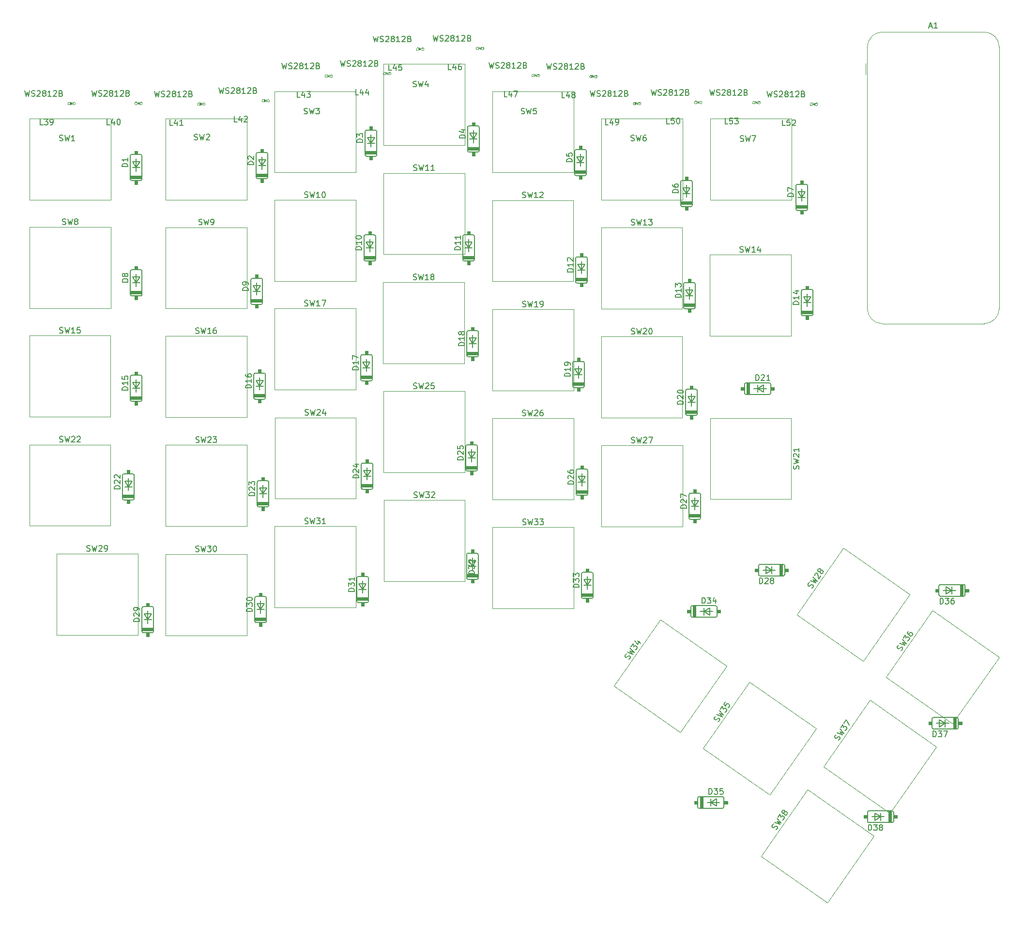
<source format=gbr>
%TF.GenerationSoftware,KiCad,Pcbnew,9.0.1*%
%TF.CreationDate,2025-07-25T21:26:32-04:00*%
%TF.ProjectId,splitboard left,73706c69-7462-46f6-9172-64206c656674,rev?*%
%TF.SameCoordinates,Original*%
%TF.FileFunction,Legend,Top*%
%TF.FilePolarity,Positive*%
%FSLAX46Y46*%
G04 Gerber Fmt 4.6, Leading zero omitted, Abs format (unit mm)*
G04 Created by KiCad (PCBNEW 9.0.1) date 2025-07-25 21:26:32*
%MOMM*%
%LPD*%
G01*
G04 APERTURE LIST*
%ADD10C,0.150000*%
%ADD11C,0.152400*%
%ADD12C,0.010000*%
%ADD13C,0.120000*%
%ADD14C,0.000000*%
G04 APERTURE END LIST*
D10*
X100592319Y-60164035D02*
X99592319Y-60164035D01*
X99592319Y-60164035D02*
X99592319Y-59925940D01*
X99592319Y-59925940D02*
X99639938Y-59783083D01*
X99639938Y-59783083D02*
X99735176Y-59687845D01*
X99735176Y-59687845D02*
X99830414Y-59640226D01*
X99830414Y-59640226D02*
X100020890Y-59592607D01*
X100020890Y-59592607D02*
X100163747Y-59592607D01*
X100163747Y-59592607D02*
X100354223Y-59640226D01*
X100354223Y-59640226D02*
X100449461Y-59687845D01*
X100449461Y-59687845D02*
X100544700Y-59783083D01*
X100544700Y-59783083D02*
X100592319Y-59925940D01*
X100592319Y-59925940D02*
X100592319Y-60164035D01*
X100592319Y-58640226D02*
X100592319Y-59211654D01*
X100592319Y-58925940D02*
X99592319Y-58925940D01*
X99592319Y-58925940D02*
X99735176Y-59021178D01*
X99735176Y-59021178D02*
X99830414Y-59116416D01*
X99830414Y-59116416D02*
X99878033Y-59211654D01*
X99592319Y-58021178D02*
X99592319Y-57925940D01*
X99592319Y-57925940D02*
X99639938Y-57830702D01*
X99639938Y-57830702D02*
X99687557Y-57783083D01*
X99687557Y-57783083D02*
X99782795Y-57735464D01*
X99782795Y-57735464D02*
X99973271Y-57687845D01*
X99973271Y-57687845D02*
X100211366Y-57687845D01*
X100211366Y-57687845D02*
X100401842Y-57735464D01*
X100401842Y-57735464D02*
X100497080Y-57783083D01*
X100497080Y-57783083D02*
X100544700Y-57830702D01*
X100544700Y-57830702D02*
X100592319Y-57925940D01*
X100592319Y-57925940D02*
X100592319Y-58021178D01*
X100592319Y-58021178D02*
X100544700Y-58116416D01*
X100544700Y-58116416D02*
X100497080Y-58164035D01*
X100497080Y-58164035D02*
X100401842Y-58211654D01*
X100401842Y-58211654D02*
X100211366Y-58259273D01*
X100211366Y-58259273D02*
X99973271Y-58259273D01*
X99973271Y-58259273D02*
X99782795Y-58211654D01*
X99782795Y-58211654D02*
X99687557Y-58164035D01*
X99687557Y-58164035D02*
X99639938Y-58116416D01*
X99639938Y-58116416D02*
X99592319Y-58021178D01*
X169547214Y-82998569D02*
X169547214Y-81998569D01*
X169547214Y-81998569D02*
X169785309Y-81998569D01*
X169785309Y-81998569D02*
X169928166Y-82046188D01*
X169928166Y-82046188D02*
X170023404Y-82141426D01*
X170023404Y-82141426D02*
X170071023Y-82236664D01*
X170071023Y-82236664D02*
X170118642Y-82427140D01*
X170118642Y-82427140D02*
X170118642Y-82569997D01*
X170118642Y-82569997D02*
X170071023Y-82760473D01*
X170071023Y-82760473D02*
X170023404Y-82855711D01*
X170023404Y-82855711D02*
X169928166Y-82950950D01*
X169928166Y-82950950D02*
X169785309Y-82998569D01*
X169785309Y-82998569D02*
X169547214Y-82998569D01*
X170499595Y-82093807D02*
X170547214Y-82046188D01*
X170547214Y-82046188D02*
X170642452Y-81998569D01*
X170642452Y-81998569D02*
X170880547Y-81998569D01*
X170880547Y-81998569D02*
X170975785Y-82046188D01*
X170975785Y-82046188D02*
X171023404Y-82093807D01*
X171023404Y-82093807D02*
X171071023Y-82189045D01*
X171071023Y-82189045D02*
X171071023Y-82284283D01*
X171071023Y-82284283D02*
X171023404Y-82427140D01*
X171023404Y-82427140D02*
X170451976Y-82998569D01*
X170451976Y-82998569D02*
X171071023Y-82998569D01*
X172023404Y-82998569D02*
X171451976Y-82998569D01*
X171737690Y-82998569D02*
X171737690Y-81998569D01*
X171737690Y-81998569D02*
X171642452Y-82141426D01*
X171642452Y-82141426D02*
X171547214Y-82236664D01*
X171547214Y-82236664D02*
X171451976Y-82284283D01*
X109721726Y-46245950D02*
X109864583Y-46293569D01*
X109864583Y-46293569D02*
X110102678Y-46293569D01*
X110102678Y-46293569D02*
X110197916Y-46245950D01*
X110197916Y-46245950D02*
X110245535Y-46198330D01*
X110245535Y-46198330D02*
X110293154Y-46103092D01*
X110293154Y-46103092D02*
X110293154Y-46007854D01*
X110293154Y-46007854D02*
X110245535Y-45912616D01*
X110245535Y-45912616D02*
X110197916Y-45864997D01*
X110197916Y-45864997D02*
X110102678Y-45817378D01*
X110102678Y-45817378D02*
X109912202Y-45769759D01*
X109912202Y-45769759D02*
X109816964Y-45722140D01*
X109816964Y-45722140D02*
X109769345Y-45674521D01*
X109769345Y-45674521D02*
X109721726Y-45579283D01*
X109721726Y-45579283D02*
X109721726Y-45484045D01*
X109721726Y-45484045D02*
X109769345Y-45388807D01*
X109769345Y-45388807D02*
X109816964Y-45341188D01*
X109816964Y-45341188D02*
X109912202Y-45293569D01*
X109912202Y-45293569D02*
X110150297Y-45293569D01*
X110150297Y-45293569D02*
X110293154Y-45341188D01*
X110626488Y-45293569D02*
X110864583Y-46293569D01*
X110864583Y-46293569D02*
X111055059Y-45579283D01*
X111055059Y-45579283D02*
X111245535Y-46293569D01*
X111245535Y-46293569D02*
X111483631Y-45293569D01*
X112388392Y-46293569D02*
X111816964Y-46293569D01*
X112102678Y-46293569D02*
X112102678Y-45293569D01*
X112102678Y-45293569D02*
X112007440Y-45436426D01*
X112007440Y-45436426D02*
X111912202Y-45531664D01*
X111912202Y-45531664D02*
X111816964Y-45579283D01*
X113340773Y-46293569D02*
X112769345Y-46293569D01*
X113055059Y-46293569D02*
X113055059Y-45293569D01*
X113055059Y-45293569D02*
X112959821Y-45436426D01*
X112959821Y-45436426D02*
X112864583Y-45531664D01*
X112864583Y-45531664D02*
X112769345Y-45579283D01*
X109787976Y-103470950D02*
X109930833Y-103518569D01*
X109930833Y-103518569D02*
X110168928Y-103518569D01*
X110168928Y-103518569D02*
X110264166Y-103470950D01*
X110264166Y-103470950D02*
X110311785Y-103423330D01*
X110311785Y-103423330D02*
X110359404Y-103328092D01*
X110359404Y-103328092D02*
X110359404Y-103232854D01*
X110359404Y-103232854D02*
X110311785Y-103137616D01*
X110311785Y-103137616D02*
X110264166Y-103089997D01*
X110264166Y-103089997D02*
X110168928Y-103042378D01*
X110168928Y-103042378D02*
X109978452Y-102994759D01*
X109978452Y-102994759D02*
X109883214Y-102947140D01*
X109883214Y-102947140D02*
X109835595Y-102899521D01*
X109835595Y-102899521D02*
X109787976Y-102804283D01*
X109787976Y-102804283D02*
X109787976Y-102709045D01*
X109787976Y-102709045D02*
X109835595Y-102613807D01*
X109835595Y-102613807D02*
X109883214Y-102566188D01*
X109883214Y-102566188D02*
X109978452Y-102518569D01*
X109978452Y-102518569D02*
X110216547Y-102518569D01*
X110216547Y-102518569D02*
X110359404Y-102566188D01*
X110692738Y-102518569D02*
X110930833Y-103518569D01*
X110930833Y-103518569D02*
X111121309Y-102804283D01*
X111121309Y-102804283D02*
X111311785Y-103518569D01*
X111311785Y-103518569D02*
X111549881Y-102518569D01*
X111835595Y-102518569D02*
X112454642Y-102518569D01*
X112454642Y-102518569D02*
X112121309Y-102899521D01*
X112121309Y-102899521D02*
X112264166Y-102899521D01*
X112264166Y-102899521D02*
X112359404Y-102947140D01*
X112359404Y-102947140D02*
X112407023Y-102994759D01*
X112407023Y-102994759D02*
X112454642Y-103089997D01*
X112454642Y-103089997D02*
X112454642Y-103328092D01*
X112454642Y-103328092D02*
X112407023Y-103423330D01*
X112407023Y-103423330D02*
X112359404Y-103470950D01*
X112359404Y-103470950D02*
X112264166Y-103518569D01*
X112264166Y-103518569D02*
X111978452Y-103518569D01*
X111978452Y-103518569D02*
X111883214Y-103470950D01*
X111883214Y-103470950D02*
X111835595Y-103423330D01*
X112835595Y-102613807D02*
X112883214Y-102566188D01*
X112883214Y-102566188D02*
X112978452Y-102518569D01*
X112978452Y-102518569D02*
X113216547Y-102518569D01*
X113216547Y-102518569D02*
X113311785Y-102566188D01*
X113311785Y-102566188D02*
X113359404Y-102613807D01*
X113359404Y-102613807D02*
X113407023Y-102709045D01*
X113407023Y-102709045D02*
X113407023Y-102804283D01*
X113407023Y-102804283D02*
X113359404Y-102947140D01*
X113359404Y-102947140D02*
X112787976Y-103518569D01*
X112787976Y-103518569D02*
X113407023Y-103518569D01*
X58382319Y-101964035D02*
X57382319Y-101964035D01*
X57382319Y-101964035D02*
X57382319Y-101725940D01*
X57382319Y-101725940D02*
X57429938Y-101583083D01*
X57429938Y-101583083D02*
X57525176Y-101487845D01*
X57525176Y-101487845D02*
X57620414Y-101440226D01*
X57620414Y-101440226D02*
X57810890Y-101392607D01*
X57810890Y-101392607D02*
X57953747Y-101392607D01*
X57953747Y-101392607D02*
X58144223Y-101440226D01*
X58144223Y-101440226D02*
X58239461Y-101487845D01*
X58239461Y-101487845D02*
X58334700Y-101583083D01*
X58334700Y-101583083D02*
X58382319Y-101725940D01*
X58382319Y-101725940D02*
X58382319Y-101964035D01*
X57477557Y-101011654D02*
X57429938Y-100964035D01*
X57429938Y-100964035D02*
X57382319Y-100868797D01*
X57382319Y-100868797D02*
X57382319Y-100630702D01*
X57382319Y-100630702D02*
X57429938Y-100535464D01*
X57429938Y-100535464D02*
X57477557Y-100487845D01*
X57477557Y-100487845D02*
X57572795Y-100440226D01*
X57572795Y-100440226D02*
X57668033Y-100440226D01*
X57668033Y-100440226D02*
X57810890Y-100487845D01*
X57810890Y-100487845D02*
X58382319Y-101059273D01*
X58382319Y-101059273D02*
X58382319Y-100440226D01*
X57477557Y-100059273D02*
X57429938Y-100011654D01*
X57429938Y-100011654D02*
X57382319Y-99916416D01*
X57382319Y-99916416D02*
X57382319Y-99678321D01*
X57382319Y-99678321D02*
X57429938Y-99583083D01*
X57429938Y-99583083D02*
X57477557Y-99535464D01*
X57477557Y-99535464D02*
X57572795Y-99487845D01*
X57572795Y-99487845D02*
X57668033Y-99487845D01*
X57668033Y-99487845D02*
X57810890Y-99535464D01*
X57810890Y-99535464D02*
X58382319Y-100106892D01*
X58382319Y-100106892D02*
X58382319Y-99487845D01*
X154457142Y-38114819D02*
X153980952Y-38114819D01*
X153980952Y-38114819D02*
X153980952Y-37114819D01*
X155266666Y-37114819D02*
X154790476Y-37114819D01*
X154790476Y-37114819D02*
X154742857Y-37591009D01*
X154742857Y-37591009D02*
X154790476Y-37543390D01*
X154790476Y-37543390D02*
X154885714Y-37495771D01*
X154885714Y-37495771D02*
X155123809Y-37495771D01*
X155123809Y-37495771D02*
X155219047Y-37543390D01*
X155219047Y-37543390D02*
X155266666Y-37591009D01*
X155266666Y-37591009D02*
X155314285Y-37686247D01*
X155314285Y-37686247D02*
X155314285Y-37924342D01*
X155314285Y-37924342D02*
X155266666Y-38019580D01*
X155266666Y-38019580D02*
X155219047Y-38067200D01*
X155219047Y-38067200D02*
X155123809Y-38114819D01*
X155123809Y-38114819D02*
X154885714Y-38114819D01*
X154885714Y-38114819D02*
X154790476Y-38067200D01*
X154790476Y-38067200D02*
X154742857Y-38019580D01*
X155933333Y-37114819D02*
X156028571Y-37114819D01*
X156028571Y-37114819D02*
X156123809Y-37162438D01*
X156123809Y-37162438D02*
X156171428Y-37210057D01*
X156171428Y-37210057D02*
X156219047Y-37305295D01*
X156219047Y-37305295D02*
X156266666Y-37495771D01*
X156266666Y-37495771D02*
X156266666Y-37733866D01*
X156266666Y-37733866D02*
X156219047Y-37924342D01*
X156219047Y-37924342D02*
X156171428Y-38019580D01*
X156171428Y-38019580D02*
X156123809Y-38067200D01*
X156123809Y-38067200D02*
X156028571Y-38114819D01*
X156028571Y-38114819D02*
X155933333Y-38114819D01*
X155933333Y-38114819D02*
X155838095Y-38067200D01*
X155838095Y-38067200D02*
X155790476Y-38019580D01*
X155790476Y-38019580D02*
X155742857Y-37924342D01*
X155742857Y-37924342D02*
X155695238Y-37733866D01*
X155695238Y-37733866D02*
X155695238Y-37495771D01*
X155695238Y-37495771D02*
X155742857Y-37305295D01*
X155742857Y-37305295D02*
X155790476Y-37210057D01*
X155790476Y-37210057D02*
X155838095Y-37162438D01*
X155838095Y-37162438D02*
X155933333Y-37114819D01*
X151290476Y-32114819D02*
X151528571Y-33114819D01*
X151528571Y-33114819D02*
X151719047Y-32400533D01*
X151719047Y-32400533D02*
X151909523Y-33114819D01*
X151909523Y-33114819D02*
X152147619Y-32114819D01*
X152480952Y-33067200D02*
X152623809Y-33114819D01*
X152623809Y-33114819D02*
X152861904Y-33114819D01*
X152861904Y-33114819D02*
X152957142Y-33067200D01*
X152957142Y-33067200D02*
X153004761Y-33019580D01*
X153004761Y-33019580D02*
X153052380Y-32924342D01*
X153052380Y-32924342D02*
X153052380Y-32829104D01*
X153052380Y-32829104D02*
X153004761Y-32733866D01*
X153004761Y-32733866D02*
X152957142Y-32686247D01*
X152957142Y-32686247D02*
X152861904Y-32638628D01*
X152861904Y-32638628D02*
X152671428Y-32591009D01*
X152671428Y-32591009D02*
X152576190Y-32543390D01*
X152576190Y-32543390D02*
X152528571Y-32495771D01*
X152528571Y-32495771D02*
X152480952Y-32400533D01*
X152480952Y-32400533D02*
X152480952Y-32305295D01*
X152480952Y-32305295D02*
X152528571Y-32210057D01*
X152528571Y-32210057D02*
X152576190Y-32162438D01*
X152576190Y-32162438D02*
X152671428Y-32114819D01*
X152671428Y-32114819D02*
X152909523Y-32114819D01*
X152909523Y-32114819D02*
X153052380Y-32162438D01*
X153433333Y-32210057D02*
X153480952Y-32162438D01*
X153480952Y-32162438D02*
X153576190Y-32114819D01*
X153576190Y-32114819D02*
X153814285Y-32114819D01*
X153814285Y-32114819D02*
X153909523Y-32162438D01*
X153909523Y-32162438D02*
X153957142Y-32210057D01*
X153957142Y-32210057D02*
X154004761Y-32305295D01*
X154004761Y-32305295D02*
X154004761Y-32400533D01*
X154004761Y-32400533D02*
X153957142Y-32543390D01*
X153957142Y-32543390D02*
X153385714Y-33114819D01*
X153385714Y-33114819D02*
X154004761Y-33114819D01*
X154576190Y-32543390D02*
X154480952Y-32495771D01*
X154480952Y-32495771D02*
X154433333Y-32448152D01*
X154433333Y-32448152D02*
X154385714Y-32352914D01*
X154385714Y-32352914D02*
X154385714Y-32305295D01*
X154385714Y-32305295D02*
X154433333Y-32210057D01*
X154433333Y-32210057D02*
X154480952Y-32162438D01*
X154480952Y-32162438D02*
X154576190Y-32114819D01*
X154576190Y-32114819D02*
X154766666Y-32114819D01*
X154766666Y-32114819D02*
X154861904Y-32162438D01*
X154861904Y-32162438D02*
X154909523Y-32210057D01*
X154909523Y-32210057D02*
X154957142Y-32305295D01*
X154957142Y-32305295D02*
X154957142Y-32352914D01*
X154957142Y-32352914D02*
X154909523Y-32448152D01*
X154909523Y-32448152D02*
X154861904Y-32495771D01*
X154861904Y-32495771D02*
X154766666Y-32543390D01*
X154766666Y-32543390D02*
X154576190Y-32543390D01*
X154576190Y-32543390D02*
X154480952Y-32591009D01*
X154480952Y-32591009D02*
X154433333Y-32638628D01*
X154433333Y-32638628D02*
X154385714Y-32733866D01*
X154385714Y-32733866D02*
X154385714Y-32924342D01*
X154385714Y-32924342D02*
X154433333Y-33019580D01*
X154433333Y-33019580D02*
X154480952Y-33067200D01*
X154480952Y-33067200D02*
X154576190Y-33114819D01*
X154576190Y-33114819D02*
X154766666Y-33114819D01*
X154766666Y-33114819D02*
X154861904Y-33067200D01*
X154861904Y-33067200D02*
X154909523Y-33019580D01*
X154909523Y-33019580D02*
X154957142Y-32924342D01*
X154957142Y-32924342D02*
X154957142Y-32733866D01*
X154957142Y-32733866D02*
X154909523Y-32638628D01*
X154909523Y-32638628D02*
X154861904Y-32591009D01*
X154861904Y-32591009D02*
X154766666Y-32543390D01*
X155909523Y-33114819D02*
X155338095Y-33114819D01*
X155623809Y-33114819D02*
X155623809Y-32114819D01*
X155623809Y-32114819D02*
X155528571Y-32257676D01*
X155528571Y-32257676D02*
X155433333Y-32352914D01*
X155433333Y-32352914D02*
X155338095Y-32400533D01*
X156290476Y-32210057D02*
X156338095Y-32162438D01*
X156338095Y-32162438D02*
X156433333Y-32114819D01*
X156433333Y-32114819D02*
X156671428Y-32114819D01*
X156671428Y-32114819D02*
X156766666Y-32162438D01*
X156766666Y-32162438D02*
X156814285Y-32210057D01*
X156814285Y-32210057D02*
X156861904Y-32305295D01*
X156861904Y-32305295D02*
X156861904Y-32400533D01*
X156861904Y-32400533D02*
X156814285Y-32543390D01*
X156814285Y-32543390D02*
X156242857Y-33114819D01*
X156242857Y-33114819D02*
X156861904Y-33114819D01*
X157623809Y-32591009D02*
X157766666Y-32638628D01*
X157766666Y-32638628D02*
X157814285Y-32686247D01*
X157814285Y-32686247D02*
X157861904Y-32781485D01*
X157861904Y-32781485D02*
X157861904Y-32924342D01*
X157861904Y-32924342D02*
X157814285Y-33019580D01*
X157814285Y-33019580D02*
X157766666Y-33067200D01*
X157766666Y-33067200D02*
X157671428Y-33114819D01*
X157671428Y-33114819D02*
X157290476Y-33114819D01*
X157290476Y-33114819D02*
X157290476Y-32114819D01*
X157290476Y-32114819D02*
X157623809Y-32114819D01*
X157623809Y-32114819D02*
X157719047Y-32162438D01*
X157719047Y-32162438D02*
X157766666Y-32210057D01*
X157766666Y-32210057D02*
X157814285Y-32305295D01*
X157814285Y-32305295D02*
X157814285Y-32400533D01*
X157814285Y-32400533D02*
X157766666Y-32495771D01*
X157766666Y-32495771D02*
X157719047Y-32543390D01*
X157719047Y-32543390D02*
X157623809Y-32591009D01*
X157623809Y-32591009D02*
X157290476Y-32591009D01*
X137437319Y-44762844D02*
X136437319Y-44762844D01*
X136437319Y-44762844D02*
X136437319Y-44524749D01*
X136437319Y-44524749D02*
X136484938Y-44381892D01*
X136484938Y-44381892D02*
X136580176Y-44286654D01*
X136580176Y-44286654D02*
X136675414Y-44239035D01*
X136675414Y-44239035D02*
X136865890Y-44191416D01*
X136865890Y-44191416D02*
X137008747Y-44191416D01*
X137008747Y-44191416D02*
X137199223Y-44239035D01*
X137199223Y-44239035D02*
X137294461Y-44286654D01*
X137294461Y-44286654D02*
X137389700Y-44381892D01*
X137389700Y-44381892D02*
X137437319Y-44524749D01*
X137437319Y-44524749D02*
X137437319Y-44762844D01*
X136437319Y-43286654D02*
X136437319Y-43762844D01*
X136437319Y-43762844D02*
X136913509Y-43810463D01*
X136913509Y-43810463D02*
X136865890Y-43762844D01*
X136865890Y-43762844D02*
X136818271Y-43667606D01*
X136818271Y-43667606D02*
X136818271Y-43429511D01*
X136818271Y-43429511D02*
X136865890Y-43334273D01*
X136865890Y-43334273D02*
X136913509Y-43286654D01*
X136913509Y-43286654D02*
X137008747Y-43239035D01*
X137008747Y-43239035D02*
X137246842Y-43239035D01*
X137246842Y-43239035D02*
X137342080Y-43286654D01*
X137342080Y-43286654D02*
X137389700Y-43334273D01*
X137389700Y-43334273D02*
X137437319Y-43429511D01*
X137437319Y-43429511D02*
X137437319Y-43667606D01*
X137437319Y-43667606D02*
X137389700Y-43762844D01*
X137389700Y-43762844D02*
X137342080Y-43810463D01*
X128536667Y-36357200D02*
X128679524Y-36404819D01*
X128679524Y-36404819D02*
X128917619Y-36404819D01*
X128917619Y-36404819D02*
X129012857Y-36357200D01*
X129012857Y-36357200D02*
X129060476Y-36309580D01*
X129060476Y-36309580D02*
X129108095Y-36214342D01*
X129108095Y-36214342D02*
X129108095Y-36119104D01*
X129108095Y-36119104D02*
X129060476Y-36023866D01*
X129060476Y-36023866D02*
X129012857Y-35976247D01*
X129012857Y-35976247D02*
X128917619Y-35928628D01*
X128917619Y-35928628D02*
X128727143Y-35881009D01*
X128727143Y-35881009D02*
X128631905Y-35833390D01*
X128631905Y-35833390D02*
X128584286Y-35785771D01*
X128584286Y-35785771D02*
X128536667Y-35690533D01*
X128536667Y-35690533D02*
X128536667Y-35595295D01*
X128536667Y-35595295D02*
X128584286Y-35500057D01*
X128584286Y-35500057D02*
X128631905Y-35452438D01*
X128631905Y-35452438D02*
X128727143Y-35404819D01*
X128727143Y-35404819D02*
X128965238Y-35404819D01*
X128965238Y-35404819D02*
X129108095Y-35452438D01*
X129441429Y-35404819D02*
X129679524Y-36404819D01*
X129679524Y-36404819D02*
X129870000Y-35690533D01*
X129870000Y-35690533D02*
X130060476Y-36404819D01*
X130060476Y-36404819D02*
X130298572Y-35404819D01*
X131155714Y-35404819D02*
X130679524Y-35404819D01*
X130679524Y-35404819D02*
X130631905Y-35881009D01*
X130631905Y-35881009D02*
X130679524Y-35833390D01*
X130679524Y-35833390D02*
X130774762Y-35785771D01*
X130774762Y-35785771D02*
X131012857Y-35785771D01*
X131012857Y-35785771D02*
X131108095Y-35833390D01*
X131108095Y-35833390D02*
X131155714Y-35881009D01*
X131155714Y-35881009D02*
X131203333Y-35976247D01*
X131203333Y-35976247D02*
X131203333Y-36214342D01*
X131203333Y-36214342D02*
X131155714Y-36309580D01*
X131155714Y-36309580D02*
X131108095Y-36357200D01*
X131108095Y-36357200D02*
X131012857Y-36404819D01*
X131012857Y-36404819D02*
X130774762Y-36404819D01*
X130774762Y-36404819D02*
X130679524Y-36357200D01*
X130679524Y-36357200D02*
X130631905Y-36309580D01*
X78837142Y-37804819D02*
X78360952Y-37804819D01*
X78360952Y-37804819D02*
X78360952Y-36804819D01*
X79599047Y-37138152D02*
X79599047Y-37804819D01*
X79360952Y-36757200D02*
X79122857Y-37471485D01*
X79122857Y-37471485D02*
X79741904Y-37471485D01*
X80075238Y-36900057D02*
X80122857Y-36852438D01*
X80122857Y-36852438D02*
X80218095Y-36804819D01*
X80218095Y-36804819D02*
X80456190Y-36804819D01*
X80456190Y-36804819D02*
X80551428Y-36852438D01*
X80551428Y-36852438D02*
X80599047Y-36900057D01*
X80599047Y-36900057D02*
X80646666Y-36995295D01*
X80646666Y-36995295D02*
X80646666Y-37090533D01*
X80646666Y-37090533D02*
X80599047Y-37233390D01*
X80599047Y-37233390D02*
X80027619Y-37804819D01*
X80027619Y-37804819D02*
X80646666Y-37804819D01*
X75670476Y-31804819D02*
X75908571Y-32804819D01*
X75908571Y-32804819D02*
X76099047Y-32090533D01*
X76099047Y-32090533D02*
X76289523Y-32804819D01*
X76289523Y-32804819D02*
X76527619Y-31804819D01*
X76860952Y-32757200D02*
X77003809Y-32804819D01*
X77003809Y-32804819D02*
X77241904Y-32804819D01*
X77241904Y-32804819D02*
X77337142Y-32757200D01*
X77337142Y-32757200D02*
X77384761Y-32709580D01*
X77384761Y-32709580D02*
X77432380Y-32614342D01*
X77432380Y-32614342D02*
X77432380Y-32519104D01*
X77432380Y-32519104D02*
X77384761Y-32423866D01*
X77384761Y-32423866D02*
X77337142Y-32376247D01*
X77337142Y-32376247D02*
X77241904Y-32328628D01*
X77241904Y-32328628D02*
X77051428Y-32281009D01*
X77051428Y-32281009D02*
X76956190Y-32233390D01*
X76956190Y-32233390D02*
X76908571Y-32185771D01*
X76908571Y-32185771D02*
X76860952Y-32090533D01*
X76860952Y-32090533D02*
X76860952Y-31995295D01*
X76860952Y-31995295D02*
X76908571Y-31900057D01*
X76908571Y-31900057D02*
X76956190Y-31852438D01*
X76956190Y-31852438D02*
X77051428Y-31804819D01*
X77051428Y-31804819D02*
X77289523Y-31804819D01*
X77289523Y-31804819D02*
X77432380Y-31852438D01*
X77813333Y-31900057D02*
X77860952Y-31852438D01*
X77860952Y-31852438D02*
X77956190Y-31804819D01*
X77956190Y-31804819D02*
X78194285Y-31804819D01*
X78194285Y-31804819D02*
X78289523Y-31852438D01*
X78289523Y-31852438D02*
X78337142Y-31900057D01*
X78337142Y-31900057D02*
X78384761Y-31995295D01*
X78384761Y-31995295D02*
X78384761Y-32090533D01*
X78384761Y-32090533D02*
X78337142Y-32233390D01*
X78337142Y-32233390D02*
X77765714Y-32804819D01*
X77765714Y-32804819D02*
X78384761Y-32804819D01*
X78956190Y-32233390D02*
X78860952Y-32185771D01*
X78860952Y-32185771D02*
X78813333Y-32138152D01*
X78813333Y-32138152D02*
X78765714Y-32042914D01*
X78765714Y-32042914D02*
X78765714Y-31995295D01*
X78765714Y-31995295D02*
X78813333Y-31900057D01*
X78813333Y-31900057D02*
X78860952Y-31852438D01*
X78860952Y-31852438D02*
X78956190Y-31804819D01*
X78956190Y-31804819D02*
X79146666Y-31804819D01*
X79146666Y-31804819D02*
X79241904Y-31852438D01*
X79241904Y-31852438D02*
X79289523Y-31900057D01*
X79289523Y-31900057D02*
X79337142Y-31995295D01*
X79337142Y-31995295D02*
X79337142Y-32042914D01*
X79337142Y-32042914D02*
X79289523Y-32138152D01*
X79289523Y-32138152D02*
X79241904Y-32185771D01*
X79241904Y-32185771D02*
X79146666Y-32233390D01*
X79146666Y-32233390D02*
X78956190Y-32233390D01*
X78956190Y-32233390D02*
X78860952Y-32281009D01*
X78860952Y-32281009D02*
X78813333Y-32328628D01*
X78813333Y-32328628D02*
X78765714Y-32423866D01*
X78765714Y-32423866D02*
X78765714Y-32614342D01*
X78765714Y-32614342D02*
X78813333Y-32709580D01*
X78813333Y-32709580D02*
X78860952Y-32757200D01*
X78860952Y-32757200D02*
X78956190Y-32804819D01*
X78956190Y-32804819D02*
X79146666Y-32804819D01*
X79146666Y-32804819D02*
X79241904Y-32757200D01*
X79241904Y-32757200D02*
X79289523Y-32709580D01*
X79289523Y-32709580D02*
X79337142Y-32614342D01*
X79337142Y-32614342D02*
X79337142Y-32423866D01*
X79337142Y-32423866D02*
X79289523Y-32328628D01*
X79289523Y-32328628D02*
X79241904Y-32281009D01*
X79241904Y-32281009D02*
X79146666Y-32233390D01*
X80289523Y-32804819D02*
X79718095Y-32804819D01*
X80003809Y-32804819D02*
X80003809Y-31804819D01*
X80003809Y-31804819D02*
X79908571Y-31947676D01*
X79908571Y-31947676D02*
X79813333Y-32042914D01*
X79813333Y-32042914D02*
X79718095Y-32090533D01*
X80670476Y-31900057D02*
X80718095Y-31852438D01*
X80718095Y-31852438D02*
X80813333Y-31804819D01*
X80813333Y-31804819D02*
X81051428Y-31804819D01*
X81051428Y-31804819D02*
X81146666Y-31852438D01*
X81146666Y-31852438D02*
X81194285Y-31900057D01*
X81194285Y-31900057D02*
X81241904Y-31995295D01*
X81241904Y-31995295D02*
X81241904Y-32090533D01*
X81241904Y-32090533D02*
X81194285Y-32233390D01*
X81194285Y-32233390D02*
X80622857Y-32804819D01*
X80622857Y-32804819D02*
X81241904Y-32804819D01*
X82003809Y-32281009D02*
X82146666Y-32328628D01*
X82146666Y-32328628D02*
X82194285Y-32376247D01*
X82194285Y-32376247D02*
X82241904Y-32471485D01*
X82241904Y-32471485D02*
X82241904Y-32614342D01*
X82241904Y-32614342D02*
X82194285Y-32709580D01*
X82194285Y-32709580D02*
X82146666Y-32757200D01*
X82146666Y-32757200D02*
X82051428Y-32804819D01*
X82051428Y-32804819D02*
X81670476Y-32804819D01*
X81670476Y-32804819D02*
X81670476Y-31804819D01*
X81670476Y-31804819D02*
X82003809Y-31804819D01*
X82003809Y-31804819D02*
X82099047Y-31852438D01*
X82099047Y-31852438D02*
X82146666Y-31900057D01*
X82146666Y-31900057D02*
X82194285Y-31995295D01*
X82194285Y-31995295D02*
X82194285Y-32090533D01*
X82194285Y-32090533D02*
X82146666Y-32185771D01*
X82146666Y-32185771D02*
X82099047Y-32233390D01*
X82099047Y-32233390D02*
X82003809Y-32281009D01*
X82003809Y-32281009D02*
X81670476Y-32281009D01*
X128787976Y-108210950D02*
X128930833Y-108258569D01*
X128930833Y-108258569D02*
X129168928Y-108258569D01*
X129168928Y-108258569D02*
X129264166Y-108210950D01*
X129264166Y-108210950D02*
X129311785Y-108163330D01*
X129311785Y-108163330D02*
X129359404Y-108068092D01*
X129359404Y-108068092D02*
X129359404Y-107972854D01*
X129359404Y-107972854D02*
X129311785Y-107877616D01*
X129311785Y-107877616D02*
X129264166Y-107829997D01*
X129264166Y-107829997D02*
X129168928Y-107782378D01*
X129168928Y-107782378D02*
X128978452Y-107734759D01*
X128978452Y-107734759D02*
X128883214Y-107687140D01*
X128883214Y-107687140D02*
X128835595Y-107639521D01*
X128835595Y-107639521D02*
X128787976Y-107544283D01*
X128787976Y-107544283D02*
X128787976Y-107449045D01*
X128787976Y-107449045D02*
X128835595Y-107353807D01*
X128835595Y-107353807D02*
X128883214Y-107306188D01*
X128883214Y-107306188D02*
X128978452Y-107258569D01*
X128978452Y-107258569D02*
X129216547Y-107258569D01*
X129216547Y-107258569D02*
X129359404Y-107306188D01*
X129692738Y-107258569D02*
X129930833Y-108258569D01*
X129930833Y-108258569D02*
X130121309Y-107544283D01*
X130121309Y-107544283D02*
X130311785Y-108258569D01*
X130311785Y-108258569D02*
X130549881Y-107258569D01*
X130835595Y-107258569D02*
X131454642Y-107258569D01*
X131454642Y-107258569D02*
X131121309Y-107639521D01*
X131121309Y-107639521D02*
X131264166Y-107639521D01*
X131264166Y-107639521D02*
X131359404Y-107687140D01*
X131359404Y-107687140D02*
X131407023Y-107734759D01*
X131407023Y-107734759D02*
X131454642Y-107829997D01*
X131454642Y-107829997D02*
X131454642Y-108068092D01*
X131454642Y-108068092D02*
X131407023Y-108163330D01*
X131407023Y-108163330D02*
X131359404Y-108210950D01*
X131359404Y-108210950D02*
X131264166Y-108258569D01*
X131264166Y-108258569D02*
X130978452Y-108258569D01*
X130978452Y-108258569D02*
X130883214Y-108210950D01*
X130883214Y-108210950D02*
X130835595Y-108163330D01*
X131787976Y-107258569D02*
X132407023Y-107258569D01*
X132407023Y-107258569D02*
X132073690Y-107639521D01*
X132073690Y-107639521D02*
X132216547Y-107639521D01*
X132216547Y-107639521D02*
X132311785Y-107687140D01*
X132311785Y-107687140D02*
X132359404Y-107734759D01*
X132359404Y-107734759D02*
X132407023Y-107829997D01*
X132407023Y-107829997D02*
X132407023Y-108068092D01*
X132407023Y-108068092D02*
X132359404Y-108163330D01*
X132359404Y-108163330D02*
X132311785Y-108210950D01*
X132311785Y-108210950D02*
X132216547Y-108258569D01*
X132216547Y-108258569D02*
X131930833Y-108258569D01*
X131930833Y-108258569D02*
X131835595Y-108210950D01*
X131835595Y-108210950D02*
X131787976Y-108163330D01*
X189249214Y-161698569D02*
X189249214Y-160698569D01*
X189249214Y-160698569D02*
X189487309Y-160698569D01*
X189487309Y-160698569D02*
X189630166Y-160746188D01*
X189630166Y-160746188D02*
X189725404Y-160841426D01*
X189725404Y-160841426D02*
X189773023Y-160936664D01*
X189773023Y-160936664D02*
X189820642Y-161127140D01*
X189820642Y-161127140D02*
X189820642Y-161269997D01*
X189820642Y-161269997D02*
X189773023Y-161460473D01*
X189773023Y-161460473D02*
X189725404Y-161555711D01*
X189725404Y-161555711D02*
X189630166Y-161650950D01*
X189630166Y-161650950D02*
X189487309Y-161698569D01*
X189487309Y-161698569D02*
X189249214Y-161698569D01*
X190153976Y-160698569D02*
X190773023Y-160698569D01*
X190773023Y-160698569D02*
X190439690Y-161079521D01*
X190439690Y-161079521D02*
X190582547Y-161079521D01*
X190582547Y-161079521D02*
X190677785Y-161127140D01*
X190677785Y-161127140D02*
X190725404Y-161174759D01*
X190725404Y-161174759D02*
X190773023Y-161269997D01*
X190773023Y-161269997D02*
X190773023Y-161508092D01*
X190773023Y-161508092D02*
X190725404Y-161603330D01*
X190725404Y-161603330D02*
X190677785Y-161650950D01*
X190677785Y-161650950D02*
X190582547Y-161698569D01*
X190582547Y-161698569D02*
X190296833Y-161698569D01*
X190296833Y-161698569D02*
X190201595Y-161650950D01*
X190201595Y-161650950D02*
X190153976Y-161603330D01*
X191344452Y-161127140D02*
X191249214Y-161079521D01*
X191249214Y-161079521D02*
X191201595Y-161031902D01*
X191201595Y-161031902D02*
X191153976Y-160936664D01*
X191153976Y-160936664D02*
X191153976Y-160889045D01*
X191153976Y-160889045D02*
X191201595Y-160793807D01*
X191201595Y-160793807D02*
X191249214Y-160746188D01*
X191249214Y-160746188D02*
X191344452Y-160698569D01*
X191344452Y-160698569D02*
X191534928Y-160698569D01*
X191534928Y-160698569D02*
X191630166Y-160746188D01*
X191630166Y-160746188D02*
X191677785Y-160793807D01*
X191677785Y-160793807D02*
X191725404Y-160889045D01*
X191725404Y-160889045D02*
X191725404Y-160936664D01*
X191725404Y-160936664D02*
X191677785Y-161031902D01*
X191677785Y-161031902D02*
X191630166Y-161079521D01*
X191630166Y-161079521D02*
X191534928Y-161127140D01*
X191534928Y-161127140D02*
X191344452Y-161127140D01*
X191344452Y-161127140D02*
X191249214Y-161174759D01*
X191249214Y-161174759D02*
X191201595Y-161222378D01*
X191201595Y-161222378D02*
X191153976Y-161317616D01*
X191153976Y-161317616D02*
X191153976Y-161508092D01*
X191153976Y-161508092D02*
X191201595Y-161603330D01*
X191201595Y-161603330D02*
X191249214Y-161650950D01*
X191249214Y-161650950D02*
X191344452Y-161698569D01*
X191344452Y-161698569D02*
X191534928Y-161698569D01*
X191534928Y-161698569D02*
X191630166Y-161650950D01*
X191630166Y-161650950D02*
X191677785Y-161603330D01*
X191677785Y-161603330D02*
X191725404Y-161508092D01*
X191725404Y-161508092D02*
X191725404Y-161317616D01*
X191725404Y-161317616D02*
X191677785Y-161222378D01*
X191677785Y-161222378D02*
X191630166Y-161174759D01*
X191630166Y-161174759D02*
X191534928Y-161127140D01*
X80812319Y-67272844D02*
X79812319Y-67272844D01*
X79812319Y-67272844D02*
X79812319Y-67034749D01*
X79812319Y-67034749D02*
X79859938Y-66891892D01*
X79859938Y-66891892D02*
X79955176Y-66796654D01*
X79955176Y-66796654D02*
X80050414Y-66749035D01*
X80050414Y-66749035D02*
X80240890Y-66701416D01*
X80240890Y-66701416D02*
X80383747Y-66701416D01*
X80383747Y-66701416D02*
X80574223Y-66749035D01*
X80574223Y-66749035D02*
X80669461Y-66796654D01*
X80669461Y-66796654D02*
X80764700Y-66891892D01*
X80764700Y-66891892D02*
X80812319Y-67034749D01*
X80812319Y-67034749D02*
X80812319Y-67272844D01*
X80812319Y-66225225D02*
X80812319Y-66034749D01*
X80812319Y-66034749D02*
X80764700Y-65939511D01*
X80764700Y-65939511D02*
X80717080Y-65891892D01*
X80717080Y-65891892D02*
X80574223Y-65796654D01*
X80574223Y-65796654D02*
X80383747Y-65749035D01*
X80383747Y-65749035D02*
X80002795Y-65749035D01*
X80002795Y-65749035D02*
X79907557Y-65796654D01*
X79907557Y-65796654D02*
X79859938Y-65844273D01*
X79859938Y-65844273D02*
X79812319Y-65939511D01*
X79812319Y-65939511D02*
X79812319Y-66129987D01*
X79812319Y-66129987D02*
X79859938Y-66225225D01*
X79859938Y-66225225D02*
X79907557Y-66272844D01*
X79907557Y-66272844D02*
X80002795Y-66320463D01*
X80002795Y-66320463D02*
X80240890Y-66320463D01*
X80240890Y-66320463D02*
X80336128Y-66272844D01*
X80336128Y-66272844D02*
X80383747Y-66225225D01*
X80383747Y-66225225D02*
X80431366Y-66129987D01*
X80431366Y-66129987D02*
X80431366Y-65939511D01*
X80431366Y-65939511D02*
X80383747Y-65844273D01*
X80383747Y-65844273D02*
X80336128Y-65796654D01*
X80336128Y-65796654D02*
X80240890Y-65749035D01*
X137592319Y-64014035D02*
X136592319Y-64014035D01*
X136592319Y-64014035D02*
X136592319Y-63775940D01*
X136592319Y-63775940D02*
X136639938Y-63633083D01*
X136639938Y-63633083D02*
X136735176Y-63537845D01*
X136735176Y-63537845D02*
X136830414Y-63490226D01*
X136830414Y-63490226D02*
X137020890Y-63442607D01*
X137020890Y-63442607D02*
X137163747Y-63442607D01*
X137163747Y-63442607D02*
X137354223Y-63490226D01*
X137354223Y-63490226D02*
X137449461Y-63537845D01*
X137449461Y-63537845D02*
X137544700Y-63633083D01*
X137544700Y-63633083D02*
X137592319Y-63775940D01*
X137592319Y-63775940D02*
X137592319Y-64014035D01*
X137592319Y-62490226D02*
X137592319Y-63061654D01*
X137592319Y-62775940D02*
X136592319Y-62775940D01*
X136592319Y-62775940D02*
X136735176Y-62871178D01*
X136735176Y-62871178D02*
X136830414Y-62966416D01*
X136830414Y-62966416D02*
X136878033Y-63061654D01*
X136687557Y-62109273D02*
X136639938Y-62061654D01*
X136639938Y-62061654D02*
X136592319Y-61966416D01*
X136592319Y-61966416D02*
X136592319Y-61728321D01*
X136592319Y-61728321D02*
X136639938Y-61633083D01*
X136639938Y-61633083D02*
X136687557Y-61585464D01*
X136687557Y-61585464D02*
X136782795Y-61537845D01*
X136782795Y-61537845D02*
X136878033Y-61537845D01*
X136878033Y-61537845D02*
X137020890Y-61585464D01*
X137020890Y-61585464D02*
X137592319Y-62156892D01*
X137592319Y-62156892D02*
X137592319Y-61537845D01*
X47786667Y-41057200D02*
X47929524Y-41104819D01*
X47929524Y-41104819D02*
X48167619Y-41104819D01*
X48167619Y-41104819D02*
X48262857Y-41057200D01*
X48262857Y-41057200D02*
X48310476Y-41009580D01*
X48310476Y-41009580D02*
X48358095Y-40914342D01*
X48358095Y-40914342D02*
X48358095Y-40819104D01*
X48358095Y-40819104D02*
X48310476Y-40723866D01*
X48310476Y-40723866D02*
X48262857Y-40676247D01*
X48262857Y-40676247D02*
X48167619Y-40628628D01*
X48167619Y-40628628D02*
X47977143Y-40581009D01*
X47977143Y-40581009D02*
X47881905Y-40533390D01*
X47881905Y-40533390D02*
X47834286Y-40485771D01*
X47834286Y-40485771D02*
X47786667Y-40390533D01*
X47786667Y-40390533D02*
X47786667Y-40295295D01*
X47786667Y-40295295D02*
X47834286Y-40200057D01*
X47834286Y-40200057D02*
X47881905Y-40152438D01*
X47881905Y-40152438D02*
X47977143Y-40104819D01*
X47977143Y-40104819D02*
X48215238Y-40104819D01*
X48215238Y-40104819D02*
X48358095Y-40152438D01*
X48691429Y-40104819D02*
X48929524Y-41104819D01*
X48929524Y-41104819D02*
X49120000Y-40390533D01*
X49120000Y-40390533D02*
X49310476Y-41104819D01*
X49310476Y-41104819D02*
X49548572Y-40104819D01*
X50453333Y-41104819D02*
X49881905Y-41104819D01*
X50167619Y-41104819D02*
X50167619Y-40104819D01*
X50167619Y-40104819D02*
X50072381Y-40247676D01*
X50072381Y-40247676D02*
X49977143Y-40342914D01*
X49977143Y-40342914D02*
X49881905Y-40390533D01*
X177092319Y-69734035D02*
X176092319Y-69734035D01*
X176092319Y-69734035D02*
X176092319Y-69495940D01*
X176092319Y-69495940D02*
X176139938Y-69353083D01*
X176139938Y-69353083D02*
X176235176Y-69257845D01*
X176235176Y-69257845D02*
X176330414Y-69210226D01*
X176330414Y-69210226D02*
X176520890Y-69162607D01*
X176520890Y-69162607D02*
X176663747Y-69162607D01*
X176663747Y-69162607D02*
X176854223Y-69210226D01*
X176854223Y-69210226D02*
X176949461Y-69257845D01*
X176949461Y-69257845D02*
X177044700Y-69353083D01*
X177044700Y-69353083D02*
X177092319Y-69495940D01*
X177092319Y-69495940D02*
X177092319Y-69734035D01*
X177092319Y-68210226D02*
X177092319Y-68781654D01*
X177092319Y-68495940D02*
X176092319Y-68495940D01*
X176092319Y-68495940D02*
X176235176Y-68591178D01*
X176235176Y-68591178D02*
X176330414Y-68686416D01*
X176330414Y-68686416D02*
X176378033Y-68781654D01*
X176425652Y-67353083D02*
X177092319Y-67353083D01*
X176044700Y-67591178D02*
X176758985Y-67829273D01*
X176758985Y-67829273D02*
X176758985Y-67210226D01*
X48317167Y-55705950D02*
X48460024Y-55753569D01*
X48460024Y-55753569D02*
X48698119Y-55753569D01*
X48698119Y-55753569D02*
X48793357Y-55705950D01*
X48793357Y-55705950D02*
X48840976Y-55658330D01*
X48840976Y-55658330D02*
X48888595Y-55563092D01*
X48888595Y-55563092D02*
X48888595Y-55467854D01*
X48888595Y-55467854D02*
X48840976Y-55372616D01*
X48840976Y-55372616D02*
X48793357Y-55324997D01*
X48793357Y-55324997D02*
X48698119Y-55277378D01*
X48698119Y-55277378D02*
X48507643Y-55229759D01*
X48507643Y-55229759D02*
X48412405Y-55182140D01*
X48412405Y-55182140D02*
X48364786Y-55134521D01*
X48364786Y-55134521D02*
X48317167Y-55039283D01*
X48317167Y-55039283D02*
X48317167Y-54944045D01*
X48317167Y-54944045D02*
X48364786Y-54848807D01*
X48364786Y-54848807D02*
X48412405Y-54801188D01*
X48412405Y-54801188D02*
X48507643Y-54753569D01*
X48507643Y-54753569D02*
X48745738Y-54753569D01*
X48745738Y-54753569D02*
X48888595Y-54801188D01*
X49221929Y-54753569D02*
X49460024Y-55753569D01*
X49460024Y-55753569D02*
X49650500Y-55039283D01*
X49650500Y-55039283D02*
X49840976Y-55753569D01*
X49840976Y-55753569D02*
X50079072Y-54753569D01*
X50602881Y-55182140D02*
X50507643Y-55134521D01*
X50507643Y-55134521D02*
X50460024Y-55086902D01*
X50460024Y-55086902D02*
X50412405Y-54991664D01*
X50412405Y-54991664D02*
X50412405Y-54944045D01*
X50412405Y-54944045D02*
X50460024Y-54848807D01*
X50460024Y-54848807D02*
X50507643Y-54801188D01*
X50507643Y-54801188D02*
X50602881Y-54753569D01*
X50602881Y-54753569D02*
X50793357Y-54753569D01*
X50793357Y-54753569D02*
X50888595Y-54801188D01*
X50888595Y-54801188D02*
X50936214Y-54848807D01*
X50936214Y-54848807D02*
X50983833Y-54944045D01*
X50983833Y-54944045D02*
X50983833Y-54991664D01*
X50983833Y-54991664D02*
X50936214Y-55086902D01*
X50936214Y-55086902D02*
X50888595Y-55134521D01*
X50888595Y-55134521D02*
X50793357Y-55182140D01*
X50793357Y-55182140D02*
X50602881Y-55182140D01*
X50602881Y-55182140D02*
X50507643Y-55229759D01*
X50507643Y-55229759D02*
X50460024Y-55277378D01*
X50460024Y-55277378D02*
X50412405Y-55372616D01*
X50412405Y-55372616D02*
X50412405Y-55563092D01*
X50412405Y-55563092D02*
X50460024Y-55658330D01*
X50460024Y-55658330D02*
X50507643Y-55705950D01*
X50507643Y-55705950D02*
X50602881Y-55753569D01*
X50602881Y-55753569D02*
X50793357Y-55753569D01*
X50793357Y-55753569D02*
X50888595Y-55705950D01*
X50888595Y-55705950D02*
X50936214Y-55658330D01*
X50936214Y-55658330D02*
X50983833Y-55563092D01*
X50983833Y-55563092D02*
X50983833Y-55372616D01*
X50983833Y-55372616D02*
X50936214Y-55277378D01*
X50936214Y-55277378D02*
X50888595Y-55229759D01*
X50888595Y-55229759D02*
X50793357Y-55182140D01*
X155981069Y-50144094D02*
X154981069Y-50144094D01*
X154981069Y-50144094D02*
X154981069Y-49905999D01*
X154981069Y-49905999D02*
X155028688Y-49763142D01*
X155028688Y-49763142D02*
X155123926Y-49667904D01*
X155123926Y-49667904D02*
X155219164Y-49620285D01*
X155219164Y-49620285D02*
X155409640Y-49572666D01*
X155409640Y-49572666D02*
X155552497Y-49572666D01*
X155552497Y-49572666D02*
X155742973Y-49620285D01*
X155742973Y-49620285D02*
X155838211Y-49667904D01*
X155838211Y-49667904D02*
X155933450Y-49763142D01*
X155933450Y-49763142D02*
X155981069Y-49905999D01*
X155981069Y-49905999D02*
X155981069Y-50144094D01*
X154981069Y-48715523D02*
X154981069Y-48905999D01*
X154981069Y-48905999D02*
X155028688Y-49001237D01*
X155028688Y-49001237D02*
X155076307Y-49048856D01*
X155076307Y-49048856D02*
X155219164Y-49144094D01*
X155219164Y-49144094D02*
X155409640Y-49191713D01*
X155409640Y-49191713D02*
X155790592Y-49191713D01*
X155790592Y-49191713D02*
X155885830Y-49144094D01*
X155885830Y-49144094D02*
X155933450Y-49096475D01*
X155933450Y-49096475D02*
X155981069Y-49001237D01*
X155981069Y-49001237D02*
X155981069Y-48810761D01*
X155981069Y-48810761D02*
X155933450Y-48715523D01*
X155933450Y-48715523D02*
X155885830Y-48667904D01*
X155885830Y-48667904D02*
X155790592Y-48620285D01*
X155790592Y-48620285D02*
X155552497Y-48620285D01*
X155552497Y-48620285D02*
X155457259Y-48667904D01*
X155457259Y-48667904D02*
X155409640Y-48715523D01*
X155409640Y-48715523D02*
X155362021Y-48810761D01*
X155362021Y-48810761D02*
X155362021Y-49001237D01*
X155362021Y-49001237D02*
X155409640Y-49096475D01*
X155409640Y-49096475D02*
X155457259Y-49144094D01*
X155457259Y-49144094D02*
X155552497Y-49191713D01*
X200552766Y-145341830D02*
X200552766Y-144341830D01*
X200552766Y-144341830D02*
X200790861Y-144341830D01*
X200790861Y-144341830D02*
X200933718Y-144389449D01*
X200933718Y-144389449D02*
X201028956Y-144484687D01*
X201028956Y-144484687D02*
X201076575Y-144579925D01*
X201076575Y-144579925D02*
X201124194Y-144770401D01*
X201124194Y-144770401D02*
X201124194Y-144913258D01*
X201124194Y-144913258D02*
X201076575Y-145103734D01*
X201076575Y-145103734D02*
X201028956Y-145198972D01*
X201028956Y-145198972D02*
X200933718Y-145294211D01*
X200933718Y-145294211D02*
X200790861Y-145341830D01*
X200790861Y-145341830D02*
X200552766Y-145341830D01*
X201457528Y-144341830D02*
X202076575Y-144341830D01*
X202076575Y-144341830D02*
X201743242Y-144722782D01*
X201743242Y-144722782D02*
X201886099Y-144722782D01*
X201886099Y-144722782D02*
X201981337Y-144770401D01*
X201981337Y-144770401D02*
X202028956Y-144818020D01*
X202028956Y-144818020D02*
X202076575Y-144913258D01*
X202076575Y-144913258D02*
X202076575Y-145151353D01*
X202076575Y-145151353D02*
X202028956Y-145246591D01*
X202028956Y-145246591D02*
X201981337Y-145294211D01*
X201981337Y-145294211D02*
X201886099Y-145341830D01*
X201886099Y-145341830D02*
X201600385Y-145341830D01*
X201600385Y-145341830D02*
X201505147Y-145294211D01*
X201505147Y-145294211D02*
X201457528Y-145246591D01*
X202409909Y-144341830D02*
X203076575Y-144341830D01*
X203076575Y-144341830D02*
X202648004Y-145341830D01*
X160157214Y-121988569D02*
X160157214Y-120988569D01*
X160157214Y-120988569D02*
X160395309Y-120988569D01*
X160395309Y-120988569D02*
X160538166Y-121036188D01*
X160538166Y-121036188D02*
X160633404Y-121131426D01*
X160633404Y-121131426D02*
X160681023Y-121226664D01*
X160681023Y-121226664D02*
X160728642Y-121417140D01*
X160728642Y-121417140D02*
X160728642Y-121559997D01*
X160728642Y-121559997D02*
X160681023Y-121750473D01*
X160681023Y-121750473D02*
X160633404Y-121845711D01*
X160633404Y-121845711D02*
X160538166Y-121940950D01*
X160538166Y-121940950D02*
X160395309Y-121988569D01*
X160395309Y-121988569D02*
X160157214Y-121988569D01*
X161061976Y-120988569D02*
X161681023Y-120988569D01*
X161681023Y-120988569D02*
X161347690Y-121369521D01*
X161347690Y-121369521D02*
X161490547Y-121369521D01*
X161490547Y-121369521D02*
X161585785Y-121417140D01*
X161585785Y-121417140D02*
X161633404Y-121464759D01*
X161633404Y-121464759D02*
X161681023Y-121559997D01*
X161681023Y-121559997D02*
X161681023Y-121798092D01*
X161681023Y-121798092D02*
X161633404Y-121893330D01*
X161633404Y-121893330D02*
X161585785Y-121940950D01*
X161585785Y-121940950D02*
X161490547Y-121988569D01*
X161490547Y-121988569D02*
X161204833Y-121988569D01*
X161204833Y-121988569D02*
X161109595Y-121940950D01*
X161109595Y-121940950D02*
X161061976Y-121893330D01*
X162538166Y-121321902D02*
X162538166Y-121988569D01*
X162300071Y-120940950D02*
X162061976Y-121655235D01*
X162061976Y-121655235D02*
X162681023Y-121655235D01*
X174697142Y-38424819D02*
X174220952Y-38424819D01*
X174220952Y-38424819D02*
X174220952Y-37424819D01*
X175506666Y-37424819D02*
X175030476Y-37424819D01*
X175030476Y-37424819D02*
X174982857Y-37901009D01*
X174982857Y-37901009D02*
X175030476Y-37853390D01*
X175030476Y-37853390D02*
X175125714Y-37805771D01*
X175125714Y-37805771D02*
X175363809Y-37805771D01*
X175363809Y-37805771D02*
X175459047Y-37853390D01*
X175459047Y-37853390D02*
X175506666Y-37901009D01*
X175506666Y-37901009D02*
X175554285Y-37996247D01*
X175554285Y-37996247D02*
X175554285Y-38234342D01*
X175554285Y-38234342D02*
X175506666Y-38329580D01*
X175506666Y-38329580D02*
X175459047Y-38377200D01*
X175459047Y-38377200D02*
X175363809Y-38424819D01*
X175363809Y-38424819D02*
X175125714Y-38424819D01*
X175125714Y-38424819D02*
X175030476Y-38377200D01*
X175030476Y-38377200D02*
X174982857Y-38329580D01*
X175935238Y-37520057D02*
X175982857Y-37472438D01*
X175982857Y-37472438D02*
X176078095Y-37424819D01*
X176078095Y-37424819D02*
X176316190Y-37424819D01*
X176316190Y-37424819D02*
X176411428Y-37472438D01*
X176411428Y-37472438D02*
X176459047Y-37520057D01*
X176459047Y-37520057D02*
X176506666Y-37615295D01*
X176506666Y-37615295D02*
X176506666Y-37710533D01*
X176506666Y-37710533D02*
X176459047Y-37853390D01*
X176459047Y-37853390D02*
X175887619Y-38424819D01*
X175887619Y-38424819D02*
X176506666Y-38424819D01*
X171530476Y-32424819D02*
X171768571Y-33424819D01*
X171768571Y-33424819D02*
X171959047Y-32710533D01*
X171959047Y-32710533D02*
X172149523Y-33424819D01*
X172149523Y-33424819D02*
X172387619Y-32424819D01*
X172720952Y-33377200D02*
X172863809Y-33424819D01*
X172863809Y-33424819D02*
X173101904Y-33424819D01*
X173101904Y-33424819D02*
X173197142Y-33377200D01*
X173197142Y-33377200D02*
X173244761Y-33329580D01*
X173244761Y-33329580D02*
X173292380Y-33234342D01*
X173292380Y-33234342D02*
X173292380Y-33139104D01*
X173292380Y-33139104D02*
X173244761Y-33043866D01*
X173244761Y-33043866D02*
X173197142Y-32996247D01*
X173197142Y-32996247D02*
X173101904Y-32948628D01*
X173101904Y-32948628D02*
X172911428Y-32901009D01*
X172911428Y-32901009D02*
X172816190Y-32853390D01*
X172816190Y-32853390D02*
X172768571Y-32805771D01*
X172768571Y-32805771D02*
X172720952Y-32710533D01*
X172720952Y-32710533D02*
X172720952Y-32615295D01*
X172720952Y-32615295D02*
X172768571Y-32520057D01*
X172768571Y-32520057D02*
X172816190Y-32472438D01*
X172816190Y-32472438D02*
X172911428Y-32424819D01*
X172911428Y-32424819D02*
X173149523Y-32424819D01*
X173149523Y-32424819D02*
X173292380Y-32472438D01*
X173673333Y-32520057D02*
X173720952Y-32472438D01*
X173720952Y-32472438D02*
X173816190Y-32424819D01*
X173816190Y-32424819D02*
X174054285Y-32424819D01*
X174054285Y-32424819D02*
X174149523Y-32472438D01*
X174149523Y-32472438D02*
X174197142Y-32520057D01*
X174197142Y-32520057D02*
X174244761Y-32615295D01*
X174244761Y-32615295D02*
X174244761Y-32710533D01*
X174244761Y-32710533D02*
X174197142Y-32853390D01*
X174197142Y-32853390D02*
X173625714Y-33424819D01*
X173625714Y-33424819D02*
X174244761Y-33424819D01*
X174816190Y-32853390D02*
X174720952Y-32805771D01*
X174720952Y-32805771D02*
X174673333Y-32758152D01*
X174673333Y-32758152D02*
X174625714Y-32662914D01*
X174625714Y-32662914D02*
X174625714Y-32615295D01*
X174625714Y-32615295D02*
X174673333Y-32520057D01*
X174673333Y-32520057D02*
X174720952Y-32472438D01*
X174720952Y-32472438D02*
X174816190Y-32424819D01*
X174816190Y-32424819D02*
X175006666Y-32424819D01*
X175006666Y-32424819D02*
X175101904Y-32472438D01*
X175101904Y-32472438D02*
X175149523Y-32520057D01*
X175149523Y-32520057D02*
X175197142Y-32615295D01*
X175197142Y-32615295D02*
X175197142Y-32662914D01*
X175197142Y-32662914D02*
X175149523Y-32758152D01*
X175149523Y-32758152D02*
X175101904Y-32805771D01*
X175101904Y-32805771D02*
X175006666Y-32853390D01*
X175006666Y-32853390D02*
X174816190Y-32853390D01*
X174816190Y-32853390D02*
X174720952Y-32901009D01*
X174720952Y-32901009D02*
X174673333Y-32948628D01*
X174673333Y-32948628D02*
X174625714Y-33043866D01*
X174625714Y-33043866D02*
X174625714Y-33234342D01*
X174625714Y-33234342D02*
X174673333Y-33329580D01*
X174673333Y-33329580D02*
X174720952Y-33377200D01*
X174720952Y-33377200D02*
X174816190Y-33424819D01*
X174816190Y-33424819D02*
X175006666Y-33424819D01*
X175006666Y-33424819D02*
X175101904Y-33377200D01*
X175101904Y-33377200D02*
X175149523Y-33329580D01*
X175149523Y-33329580D02*
X175197142Y-33234342D01*
X175197142Y-33234342D02*
X175197142Y-33043866D01*
X175197142Y-33043866D02*
X175149523Y-32948628D01*
X175149523Y-32948628D02*
X175101904Y-32901009D01*
X175101904Y-32901009D02*
X175006666Y-32853390D01*
X176149523Y-33424819D02*
X175578095Y-33424819D01*
X175863809Y-33424819D02*
X175863809Y-32424819D01*
X175863809Y-32424819D02*
X175768571Y-32567676D01*
X175768571Y-32567676D02*
X175673333Y-32662914D01*
X175673333Y-32662914D02*
X175578095Y-32710533D01*
X176530476Y-32520057D02*
X176578095Y-32472438D01*
X176578095Y-32472438D02*
X176673333Y-32424819D01*
X176673333Y-32424819D02*
X176911428Y-32424819D01*
X176911428Y-32424819D02*
X177006666Y-32472438D01*
X177006666Y-32472438D02*
X177054285Y-32520057D01*
X177054285Y-32520057D02*
X177101904Y-32615295D01*
X177101904Y-32615295D02*
X177101904Y-32710533D01*
X177101904Y-32710533D02*
X177054285Y-32853390D01*
X177054285Y-32853390D02*
X176482857Y-33424819D01*
X176482857Y-33424819D02*
X177101904Y-33424819D01*
X177863809Y-32901009D02*
X178006666Y-32948628D01*
X178006666Y-32948628D02*
X178054285Y-32996247D01*
X178054285Y-32996247D02*
X178101904Y-33091485D01*
X178101904Y-33091485D02*
X178101904Y-33234342D01*
X178101904Y-33234342D02*
X178054285Y-33329580D01*
X178054285Y-33329580D02*
X178006666Y-33377200D01*
X178006666Y-33377200D02*
X177911428Y-33424819D01*
X177911428Y-33424819D02*
X177530476Y-33424819D01*
X177530476Y-33424819D02*
X177530476Y-32424819D01*
X177530476Y-32424819D02*
X177863809Y-32424819D01*
X177863809Y-32424819D02*
X177959047Y-32472438D01*
X177959047Y-32472438D02*
X178006666Y-32520057D01*
X178006666Y-32520057D02*
X178054285Y-32615295D01*
X178054285Y-32615295D02*
X178054285Y-32710533D01*
X178054285Y-32710533D02*
X178006666Y-32805771D01*
X178006666Y-32805771D02*
X177959047Y-32853390D01*
X177959047Y-32853390D02*
X177863809Y-32901009D01*
X177863809Y-32901009D02*
X177530476Y-32901009D01*
X161357214Y-155378569D02*
X161357214Y-154378569D01*
X161357214Y-154378569D02*
X161595309Y-154378569D01*
X161595309Y-154378569D02*
X161738166Y-154426188D01*
X161738166Y-154426188D02*
X161833404Y-154521426D01*
X161833404Y-154521426D02*
X161881023Y-154616664D01*
X161881023Y-154616664D02*
X161928642Y-154807140D01*
X161928642Y-154807140D02*
X161928642Y-154949997D01*
X161928642Y-154949997D02*
X161881023Y-155140473D01*
X161881023Y-155140473D02*
X161833404Y-155235711D01*
X161833404Y-155235711D02*
X161738166Y-155330950D01*
X161738166Y-155330950D02*
X161595309Y-155378569D01*
X161595309Y-155378569D02*
X161357214Y-155378569D01*
X162261976Y-154378569D02*
X162881023Y-154378569D01*
X162881023Y-154378569D02*
X162547690Y-154759521D01*
X162547690Y-154759521D02*
X162690547Y-154759521D01*
X162690547Y-154759521D02*
X162785785Y-154807140D01*
X162785785Y-154807140D02*
X162833404Y-154854759D01*
X162833404Y-154854759D02*
X162881023Y-154949997D01*
X162881023Y-154949997D02*
X162881023Y-155188092D01*
X162881023Y-155188092D02*
X162833404Y-155283330D01*
X162833404Y-155283330D02*
X162785785Y-155330950D01*
X162785785Y-155330950D02*
X162690547Y-155378569D01*
X162690547Y-155378569D02*
X162404833Y-155378569D01*
X162404833Y-155378569D02*
X162309595Y-155330950D01*
X162309595Y-155330950D02*
X162261976Y-155283330D01*
X163785785Y-154378569D02*
X163309595Y-154378569D01*
X163309595Y-154378569D02*
X163261976Y-154854759D01*
X163261976Y-154854759D02*
X163309595Y-154807140D01*
X163309595Y-154807140D02*
X163404833Y-154759521D01*
X163404833Y-154759521D02*
X163642928Y-154759521D01*
X163642928Y-154759521D02*
X163738166Y-154807140D01*
X163738166Y-154807140D02*
X163785785Y-154854759D01*
X163785785Y-154854759D02*
X163833404Y-154949997D01*
X163833404Y-154949997D02*
X163833404Y-155188092D01*
X163833404Y-155188092D02*
X163785785Y-155283330D01*
X163785785Y-155283330D02*
X163738166Y-155330950D01*
X163738166Y-155330950D02*
X163642928Y-155378569D01*
X163642928Y-155378569D02*
X163404833Y-155378569D01*
X163404833Y-155378569D02*
X163309595Y-155330950D01*
X163309595Y-155330950D02*
X163261976Y-155283330D01*
X147787976Y-55770950D02*
X147930833Y-55818569D01*
X147930833Y-55818569D02*
X148168928Y-55818569D01*
X148168928Y-55818569D02*
X148264166Y-55770950D01*
X148264166Y-55770950D02*
X148311785Y-55723330D01*
X148311785Y-55723330D02*
X148359404Y-55628092D01*
X148359404Y-55628092D02*
X148359404Y-55532854D01*
X148359404Y-55532854D02*
X148311785Y-55437616D01*
X148311785Y-55437616D02*
X148264166Y-55389997D01*
X148264166Y-55389997D02*
X148168928Y-55342378D01*
X148168928Y-55342378D02*
X147978452Y-55294759D01*
X147978452Y-55294759D02*
X147883214Y-55247140D01*
X147883214Y-55247140D02*
X147835595Y-55199521D01*
X147835595Y-55199521D02*
X147787976Y-55104283D01*
X147787976Y-55104283D02*
X147787976Y-55009045D01*
X147787976Y-55009045D02*
X147835595Y-54913807D01*
X147835595Y-54913807D02*
X147883214Y-54866188D01*
X147883214Y-54866188D02*
X147978452Y-54818569D01*
X147978452Y-54818569D02*
X148216547Y-54818569D01*
X148216547Y-54818569D02*
X148359404Y-54866188D01*
X148692738Y-54818569D02*
X148930833Y-55818569D01*
X148930833Y-55818569D02*
X149121309Y-55104283D01*
X149121309Y-55104283D02*
X149311785Y-55818569D01*
X149311785Y-55818569D02*
X149549881Y-54818569D01*
X150454642Y-55818569D02*
X149883214Y-55818569D01*
X150168928Y-55818569D02*
X150168928Y-54818569D01*
X150168928Y-54818569D02*
X150073690Y-54961426D01*
X150073690Y-54961426D02*
X149978452Y-55056664D01*
X149978452Y-55056664D02*
X149883214Y-55104283D01*
X150787976Y-54818569D02*
X151407023Y-54818569D01*
X151407023Y-54818569D02*
X151073690Y-55199521D01*
X151073690Y-55199521D02*
X151216547Y-55199521D01*
X151216547Y-55199521D02*
X151311785Y-55247140D01*
X151311785Y-55247140D02*
X151359404Y-55294759D01*
X151359404Y-55294759D02*
X151407023Y-55389997D01*
X151407023Y-55389997D02*
X151407023Y-55628092D01*
X151407023Y-55628092D02*
X151359404Y-55723330D01*
X151359404Y-55723330D02*
X151311785Y-55770950D01*
X151311785Y-55770950D02*
X151216547Y-55818569D01*
X151216547Y-55818569D02*
X150930833Y-55818569D01*
X150930833Y-55818569D02*
X150835595Y-55770950D01*
X150835595Y-55770950D02*
X150787976Y-55723330D01*
X118712319Y-40622844D02*
X117712319Y-40622844D01*
X117712319Y-40622844D02*
X117712319Y-40384749D01*
X117712319Y-40384749D02*
X117759938Y-40241892D01*
X117759938Y-40241892D02*
X117855176Y-40146654D01*
X117855176Y-40146654D02*
X117950414Y-40099035D01*
X117950414Y-40099035D02*
X118140890Y-40051416D01*
X118140890Y-40051416D02*
X118283747Y-40051416D01*
X118283747Y-40051416D02*
X118474223Y-40099035D01*
X118474223Y-40099035D02*
X118569461Y-40146654D01*
X118569461Y-40146654D02*
X118664700Y-40241892D01*
X118664700Y-40241892D02*
X118712319Y-40384749D01*
X118712319Y-40384749D02*
X118712319Y-40622844D01*
X118045652Y-39194273D02*
X118712319Y-39194273D01*
X117664700Y-39432368D02*
X118378985Y-39670463D01*
X118378985Y-39670463D02*
X118378985Y-39051416D01*
X184018710Y-145939682D02*
X184139657Y-145849973D01*
X184139657Y-145849973D02*
X184276223Y-145654937D01*
X184276223Y-145654937D02*
X184291842Y-145549610D01*
X184291842Y-145549610D02*
X184280148Y-145483289D01*
X184280148Y-145483289D02*
X184229446Y-145389656D01*
X184229446Y-145389656D02*
X184151432Y-145335029D01*
X184151432Y-145335029D02*
X184046104Y-145319410D01*
X184046104Y-145319410D02*
X183979784Y-145331104D01*
X183979784Y-145331104D02*
X183886150Y-145381806D01*
X183886150Y-145381806D02*
X183737890Y-145510521D01*
X183737890Y-145510521D02*
X183644257Y-145561223D01*
X183644257Y-145561223D02*
X183577936Y-145572917D01*
X183577936Y-145572917D02*
X183472609Y-145557298D01*
X183472609Y-145557298D02*
X183394594Y-145502671D01*
X183394594Y-145502671D02*
X183343893Y-145409038D01*
X183343893Y-145409038D02*
X183332199Y-145342717D01*
X183332199Y-145342717D02*
X183347818Y-145237390D01*
X183347818Y-145237390D02*
X183484384Y-145042354D01*
X183484384Y-145042354D02*
X183605330Y-144952645D01*
X183757515Y-144652281D02*
X184713233Y-145030821D01*
X184713233Y-145030821D02*
X184237377Y-144465095D01*
X184237377Y-144465095D02*
X184931738Y-144718763D01*
X184931738Y-144718763D02*
X184249152Y-143950151D01*
X184413031Y-143716107D02*
X184768102Y-143209013D01*
X184768102Y-143209013D02*
X184888968Y-143700569D01*
X184888968Y-143700569D02*
X184970908Y-143583548D01*
X184970908Y-143583548D02*
X185064541Y-143532846D01*
X185064541Y-143532846D02*
X185130862Y-143521152D01*
X185130862Y-143521152D02*
X185236189Y-143536771D01*
X185236189Y-143536771D02*
X185431225Y-143673337D01*
X185431225Y-143673337D02*
X185481927Y-143766971D01*
X185481927Y-143766971D02*
X185493621Y-143833291D01*
X185493621Y-143833291D02*
X185478002Y-143938619D01*
X185478002Y-143938619D02*
X185314123Y-144172662D01*
X185314123Y-144172662D02*
X185220489Y-144223363D01*
X185220489Y-144223363D02*
X185154169Y-144235058D01*
X184959294Y-142935963D02*
X185341679Y-142389861D01*
X185341679Y-142389861D02*
X185915012Y-143314503D01*
X147343710Y-131814682D02*
X147464657Y-131724973D01*
X147464657Y-131724973D02*
X147601223Y-131529937D01*
X147601223Y-131529937D02*
X147616842Y-131424610D01*
X147616842Y-131424610D02*
X147605148Y-131358289D01*
X147605148Y-131358289D02*
X147554446Y-131264656D01*
X147554446Y-131264656D02*
X147476432Y-131210029D01*
X147476432Y-131210029D02*
X147371104Y-131194410D01*
X147371104Y-131194410D02*
X147304784Y-131206104D01*
X147304784Y-131206104D02*
X147211150Y-131256806D01*
X147211150Y-131256806D02*
X147062890Y-131385521D01*
X147062890Y-131385521D02*
X146969257Y-131436223D01*
X146969257Y-131436223D02*
X146902936Y-131447917D01*
X146902936Y-131447917D02*
X146797609Y-131432298D01*
X146797609Y-131432298D02*
X146719594Y-131377671D01*
X146719594Y-131377671D02*
X146668893Y-131284038D01*
X146668893Y-131284038D02*
X146657199Y-131217717D01*
X146657199Y-131217717D02*
X146672818Y-131112390D01*
X146672818Y-131112390D02*
X146809384Y-130917354D01*
X146809384Y-130917354D02*
X146930330Y-130827645D01*
X147082515Y-130527281D02*
X148038233Y-130905821D01*
X148038233Y-130905821D02*
X147562377Y-130340095D01*
X147562377Y-130340095D02*
X148256738Y-130593763D01*
X148256738Y-130593763D02*
X147574152Y-129825151D01*
X147738031Y-129591107D02*
X148093102Y-129084013D01*
X148093102Y-129084013D02*
X148213968Y-129575569D01*
X148213968Y-129575569D02*
X148295908Y-129458548D01*
X148295908Y-129458548D02*
X148389541Y-129407846D01*
X148389541Y-129407846D02*
X148455862Y-129396152D01*
X148455862Y-129396152D02*
X148561189Y-129411771D01*
X148561189Y-129411771D02*
X148756225Y-129548337D01*
X148756225Y-129548337D02*
X148806927Y-129641971D01*
X148806927Y-129641971D02*
X148818621Y-129708291D01*
X148818621Y-129708291D02*
X148803002Y-129813619D01*
X148803002Y-129813619D02*
X148639123Y-130047662D01*
X148639123Y-130047662D02*
X148545489Y-130098363D01*
X148545489Y-130098363D02*
X148479169Y-130110058D01*
X148857790Y-128573075D02*
X149403891Y-128955459D01*
X148409166Y-128549606D02*
X148857709Y-129154340D01*
X148857709Y-129154340D02*
X149212780Y-128647246D01*
X99342319Y-119914035D02*
X98342319Y-119914035D01*
X98342319Y-119914035D02*
X98342319Y-119675940D01*
X98342319Y-119675940D02*
X98389938Y-119533083D01*
X98389938Y-119533083D02*
X98485176Y-119437845D01*
X98485176Y-119437845D02*
X98580414Y-119390226D01*
X98580414Y-119390226D02*
X98770890Y-119342607D01*
X98770890Y-119342607D02*
X98913747Y-119342607D01*
X98913747Y-119342607D02*
X99104223Y-119390226D01*
X99104223Y-119390226D02*
X99199461Y-119437845D01*
X99199461Y-119437845D02*
X99294700Y-119533083D01*
X99294700Y-119533083D02*
X99342319Y-119675940D01*
X99342319Y-119675940D02*
X99342319Y-119914035D01*
X98342319Y-119009273D02*
X98342319Y-118390226D01*
X98342319Y-118390226D02*
X98723271Y-118723559D01*
X98723271Y-118723559D02*
X98723271Y-118580702D01*
X98723271Y-118580702D02*
X98770890Y-118485464D01*
X98770890Y-118485464D02*
X98818509Y-118437845D01*
X98818509Y-118437845D02*
X98913747Y-118390226D01*
X98913747Y-118390226D02*
X99151842Y-118390226D01*
X99151842Y-118390226D02*
X99247080Y-118437845D01*
X99247080Y-118437845D02*
X99294700Y-118485464D01*
X99294700Y-118485464D02*
X99342319Y-118580702D01*
X99342319Y-118580702D02*
X99342319Y-118866416D01*
X99342319Y-118866416D02*
X99294700Y-118961654D01*
X99294700Y-118961654D02*
X99247080Y-119009273D01*
X99342319Y-117437845D02*
X99342319Y-118009273D01*
X99342319Y-117723559D02*
X98342319Y-117723559D01*
X98342319Y-117723559D02*
X98485176Y-117818797D01*
X98485176Y-117818797D02*
X98580414Y-117914035D01*
X98580414Y-117914035D02*
X98628033Y-118009273D01*
X166836667Y-41147200D02*
X166979524Y-41194819D01*
X166979524Y-41194819D02*
X167217619Y-41194819D01*
X167217619Y-41194819D02*
X167312857Y-41147200D01*
X167312857Y-41147200D02*
X167360476Y-41099580D01*
X167360476Y-41099580D02*
X167408095Y-41004342D01*
X167408095Y-41004342D02*
X167408095Y-40909104D01*
X167408095Y-40909104D02*
X167360476Y-40813866D01*
X167360476Y-40813866D02*
X167312857Y-40766247D01*
X167312857Y-40766247D02*
X167217619Y-40718628D01*
X167217619Y-40718628D02*
X167027143Y-40671009D01*
X167027143Y-40671009D02*
X166931905Y-40623390D01*
X166931905Y-40623390D02*
X166884286Y-40575771D01*
X166884286Y-40575771D02*
X166836667Y-40480533D01*
X166836667Y-40480533D02*
X166836667Y-40385295D01*
X166836667Y-40385295D02*
X166884286Y-40290057D01*
X166884286Y-40290057D02*
X166931905Y-40242438D01*
X166931905Y-40242438D02*
X167027143Y-40194819D01*
X167027143Y-40194819D02*
X167265238Y-40194819D01*
X167265238Y-40194819D02*
X167408095Y-40242438D01*
X167741429Y-40194819D02*
X167979524Y-41194819D01*
X167979524Y-41194819D02*
X168170000Y-40480533D01*
X168170000Y-40480533D02*
X168360476Y-41194819D01*
X168360476Y-41194819D02*
X168598572Y-40194819D01*
X168884286Y-40194819D02*
X169550952Y-40194819D01*
X169550952Y-40194819D02*
X169122381Y-41194819D01*
X147736667Y-41057200D02*
X147879524Y-41104819D01*
X147879524Y-41104819D02*
X148117619Y-41104819D01*
X148117619Y-41104819D02*
X148212857Y-41057200D01*
X148212857Y-41057200D02*
X148260476Y-41009580D01*
X148260476Y-41009580D02*
X148308095Y-40914342D01*
X148308095Y-40914342D02*
X148308095Y-40819104D01*
X148308095Y-40819104D02*
X148260476Y-40723866D01*
X148260476Y-40723866D02*
X148212857Y-40676247D01*
X148212857Y-40676247D02*
X148117619Y-40628628D01*
X148117619Y-40628628D02*
X147927143Y-40581009D01*
X147927143Y-40581009D02*
X147831905Y-40533390D01*
X147831905Y-40533390D02*
X147784286Y-40485771D01*
X147784286Y-40485771D02*
X147736667Y-40390533D01*
X147736667Y-40390533D02*
X147736667Y-40295295D01*
X147736667Y-40295295D02*
X147784286Y-40200057D01*
X147784286Y-40200057D02*
X147831905Y-40152438D01*
X147831905Y-40152438D02*
X147927143Y-40104819D01*
X147927143Y-40104819D02*
X148165238Y-40104819D01*
X148165238Y-40104819D02*
X148308095Y-40152438D01*
X148641429Y-40104819D02*
X148879524Y-41104819D01*
X148879524Y-41104819D02*
X149070000Y-40390533D01*
X149070000Y-40390533D02*
X149260476Y-41104819D01*
X149260476Y-41104819D02*
X149498572Y-40104819D01*
X150308095Y-40104819D02*
X150117619Y-40104819D01*
X150117619Y-40104819D02*
X150022381Y-40152438D01*
X150022381Y-40152438D02*
X149974762Y-40200057D01*
X149974762Y-40200057D02*
X149879524Y-40342914D01*
X149879524Y-40342914D02*
X149831905Y-40533390D01*
X149831905Y-40533390D02*
X149831905Y-40914342D01*
X149831905Y-40914342D02*
X149879524Y-41009580D01*
X149879524Y-41009580D02*
X149927143Y-41057200D01*
X149927143Y-41057200D02*
X150022381Y-41104819D01*
X150022381Y-41104819D02*
X150212857Y-41104819D01*
X150212857Y-41104819D02*
X150308095Y-41057200D01*
X150308095Y-41057200D02*
X150355714Y-41009580D01*
X150355714Y-41009580D02*
X150403333Y-40914342D01*
X150403333Y-40914342D02*
X150403333Y-40676247D01*
X150403333Y-40676247D02*
X150355714Y-40581009D01*
X150355714Y-40581009D02*
X150308095Y-40533390D01*
X150308095Y-40533390D02*
X150212857Y-40485771D01*
X150212857Y-40485771D02*
X150022381Y-40485771D01*
X150022381Y-40485771D02*
X149927143Y-40533390D01*
X149927143Y-40533390D02*
X149879524Y-40581009D01*
X149879524Y-40581009D02*
X149831905Y-40676247D01*
X56597142Y-38274819D02*
X56120952Y-38274819D01*
X56120952Y-38274819D02*
X56120952Y-37274819D01*
X57359047Y-37608152D02*
X57359047Y-38274819D01*
X57120952Y-37227200D02*
X56882857Y-37941485D01*
X56882857Y-37941485D02*
X57501904Y-37941485D01*
X58073333Y-37274819D02*
X58168571Y-37274819D01*
X58168571Y-37274819D02*
X58263809Y-37322438D01*
X58263809Y-37322438D02*
X58311428Y-37370057D01*
X58311428Y-37370057D02*
X58359047Y-37465295D01*
X58359047Y-37465295D02*
X58406666Y-37655771D01*
X58406666Y-37655771D02*
X58406666Y-37893866D01*
X58406666Y-37893866D02*
X58359047Y-38084342D01*
X58359047Y-38084342D02*
X58311428Y-38179580D01*
X58311428Y-38179580D02*
X58263809Y-38227200D01*
X58263809Y-38227200D02*
X58168571Y-38274819D01*
X58168571Y-38274819D02*
X58073333Y-38274819D01*
X58073333Y-38274819D02*
X57978095Y-38227200D01*
X57978095Y-38227200D02*
X57930476Y-38179580D01*
X57930476Y-38179580D02*
X57882857Y-38084342D01*
X57882857Y-38084342D02*
X57835238Y-37893866D01*
X57835238Y-37893866D02*
X57835238Y-37655771D01*
X57835238Y-37655771D02*
X57882857Y-37465295D01*
X57882857Y-37465295D02*
X57930476Y-37370057D01*
X57930476Y-37370057D02*
X57978095Y-37322438D01*
X57978095Y-37322438D02*
X58073333Y-37274819D01*
X53430476Y-32274819D02*
X53668571Y-33274819D01*
X53668571Y-33274819D02*
X53859047Y-32560533D01*
X53859047Y-32560533D02*
X54049523Y-33274819D01*
X54049523Y-33274819D02*
X54287619Y-32274819D01*
X54620952Y-33227200D02*
X54763809Y-33274819D01*
X54763809Y-33274819D02*
X55001904Y-33274819D01*
X55001904Y-33274819D02*
X55097142Y-33227200D01*
X55097142Y-33227200D02*
X55144761Y-33179580D01*
X55144761Y-33179580D02*
X55192380Y-33084342D01*
X55192380Y-33084342D02*
X55192380Y-32989104D01*
X55192380Y-32989104D02*
X55144761Y-32893866D01*
X55144761Y-32893866D02*
X55097142Y-32846247D01*
X55097142Y-32846247D02*
X55001904Y-32798628D01*
X55001904Y-32798628D02*
X54811428Y-32751009D01*
X54811428Y-32751009D02*
X54716190Y-32703390D01*
X54716190Y-32703390D02*
X54668571Y-32655771D01*
X54668571Y-32655771D02*
X54620952Y-32560533D01*
X54620952Y-32560533D02*
X54620952Y-32465295D01*
X54620952Y-32465295D02*
X54668571Y-32370057D01*
X54668571Y-32370057D02*
X54716190Y-32322438D01*
X54716190Y-32322438D02*
X54811428Y-32274819D01*
X54811428Y-32274819D02*
X55049523Y-32274819D01*
X55049523Y-32274819D02*
X55192380Y-32322438D01*
X55573333Y-32370057D02*
X55620952Y-32322438D01*
X55620952Y-32322438D02*
X55716190Y-32274819D01*
X55716190Y-32274819D02*
X55954285Y-32274819D01*
X55954285Y-32274819D02*
X56049523Y-32322438D01*
X56049523Y-32322438D02*
X56097142Y-32370057D01*
X56097142Y-32370057D02*
X56144761Y-32465295D01*
X56144761Y-32465295D02*
X56144761Y-32560533D01*
X56144761Y-32560533D02*
X56097142Y-32703390D01*
X56097142Y-32703390D02*
X55525714Y-33274819D01*
X55525714Y-33274819D02*
X56144761Y-33274819D01*
X56716190Y-32703390D02*
X56620952Y-32655771D01*
X56620952Y-32655771D02*
X56573333Y-32608152D01*
X56573333Y-32608152D02*
X56525714Y-32512914D01*
X56525714Y-32512914D02*
X56525714Y-32465295D01*
X56525714Y-32465295D02*
X56573333Y-32370057D01*
X56573333Y-32370057D02*
X56620952Y-32322438D01*
X56620952Y-32322438D02*
X56716190Y-32274819D01*
X56716190Y-32274819D02*
X56906666Y-32274819D01*
X56906666Y-32274819D02*
X57001904Y-32322438D01*
X57001904Y-32322438D02*
X57049523Y-32370057D01*
X57049523Y-32370057D02*
X57097142Y-32465295D01*
X57097142Y-32465295D02*
X57097142Y-32512914D01*
X57097142Y-32512914D02*
X57049523Y-32608152D01*
X57049523Y-32608152D02*
X57001904Y-32655771D01*
X57001904Y-32655771D02*
X56906666Y-32703390D01*
X56906666Y-32703390D02*
X56716190Y-32703390D01*
X56716190Y-32703390D02*
X56620952Y-32751009D01*
X56620952Y-32751009D02*
X56573333Y-32798628D01*
X56573333Y-32798628D02*
X56525714Y-32893866D01*
X56525714Y-32893866D02*
X56525714Y-33084342D01*
X56525714Y-33084342D02*
X56573333Y-33179580D01*
X56573333Y-33179580D02*
X56620952Y-33227200D01*
X56620952Y-33227200D02*
X56716190Y-33274819D01*
X56716190Y-33274819D02*
X56906666Y-33274819D01*
X56906666Y-33274819D02*
X57001904Y-33227200D01*
X57001904Y-33227200D02*
X57049523Y-33179580D01*
X57049523Y-33179580D02*
X57097142Y-33084342D01*
X57097142Y-33084342D02*
X57097142Y-32893866D01*
X57097142Y-32893866D02*
X57049523Y-32798628D01*
X57049523Y-32798628D02*
X57001904Y-32751009D01*
X57001904Y-32751009D02*
X56906666Y-32703390D01*
X58049523Y-33274819D02*
X57478095Y-33274819D01*
X57763809Y-33274819D02*
X57763809Y-32274819D01*
X57763809Y-32274819D02*
X57668571Y-32417676D01*
X57668571Y-32417676D02*
X57573333Y-32512914D01*
X57573333Y-32512914D02*
X57478095Y-32560533D01*
X58430476Y-32370057D02*
X58478095Y-32322438D01*
X58478095Y-32322438D02*
X58573333Y-32274819D01*
X58573333Y-32274819D02*
X58811428Y-32274819D01*
X58811428Y-32274819D02*
X58906666Y-32322438D01*
X58906666Y-32322438D02*
X58954285Y-32370057D01*
X58954285Y-32370057D02*
X59001904Y-32465295D01*
X59001904Y-32465295D02*
X59001904Y-32560533D01*
X59001904Y-32560533D02*
X58954285Y-32703390D01*
X58954285Y-32703390D02*
X58382857Y-33274819D01*
X58382857Y-33274819D02*
X59001904Y-33274819D01*
X59763809Y-32751009D02*
X59906666Y-32798628D01*
X59906666Y-32798628D02*
X59954285Y-32846247D01*
X59954285Y-32846247D02*
X60001904Y-32941485D01*
X60001904Y-32941485D02*
X60001904Y-33084342D01*
X60001904Y-33084342D02*
X59954285Y-33179580D01*
X59954285Y-33179580D02*
X59906666Y-33227200D01*
X59906666Y-33227200D02*
X59811428Y-33274819D01*
X59811428Y-33274819D02*
X59430476Y-33274819D01*
X59430476Y-33274819D02*
X59430476Y-32274819D01*
X59430476Y-32274819D02*
X59763809Y-32274819D01*
X59763809Y-32274819D02*
X59859047Y-32322438D01*
X59859047Y-32322438D02*
X59906666Y-32370057D01*
X59906666Y-32370057D02*
X59954285Y-32465295D01*
X59954285Y-32465295D02*
X59954285Y-32560533D01*
X59954285Y-32560533D02*
X59906666Y-32655771D01*
X59906666Y-32655771D02*
X59859047Y-32703390D01*
X59859047Y-32703390D02*
X59763809Y-32751009D01*
X59763809Y-32751009D02*
X59430476Y-32751009D01*
X71621726Y-74745950D02*
X71764583Y-74793569D01*
X71764583Y-74793569D02*
X72002678Y-74793569D01*
X72002678Y-74793569D02*
X72097916Y-74745950D01*
X72097916Y-74745950D02*
X72145535Y-74698330D01*
X72145535Y-74698330D02*
X72193154Y-74603092D01*
X72193154Y-74603092D02*
X72193154Y-74507854D01*
X72193154Y-74507854D02*
X72145535Y-74412616D01*
X72145535Y-74412616D02*
X72097916Y-74364997D01*
X72097916Y-74364997D02*
X72002678Y-74317378D01*
X72002678Y-74317378D02*
X71812202Y-74269759D01*
X71812202Y-74269759D02*
X71716964Y-74222140D01*
X71716964Y-74222140D02*
X71669345Y-74174521D01*
X71669345Y-74174521D02*
X71621726Y-74079283D01*
X71621726Y-74079283D02*
X71621726Y-73984045D01*
X71621726Y-73984045D02*
X71669345Y-73888807D01*
X71669345Y-73888807D02*
X71716964Y-73841188D01*
X71716964Y-73841188D02*
X71812202Y-73793569D01*
X71812202Y-73793569D02*
X72050297Y-73793569D01*
X72050297Y-73793569D02*
X72193154Y-73841188D01*
X72526488Y-73793569D02*
X72764583Y-74793569D01*
X72764583Y-74793569D02*
X72955059Y-74079283D01*
X72955059Y-74079283D02*
X73145535Y-74793569D01*
X73145535Y-74793569D02*
X73383631Y-73793569D01*
X74288392Y-74793569D02*
X73716964Y-74793569D01*
X74002678Y-74793569D02*
X74002678Y-73793569D01*
X74002678Y-73793569D02*
X73907440Y-73936426D01*
X73907440Y-73936426D02*
X73812202Y-74031664D01*
X73812202Y-74031664D02*
X73716964Y-74079283D01*
X75145535Y-73793569D02*
X74955059Y-73793569D01*
X74955059Y-73793569D02*
X74859821Y-73841188D01*
X74859821Y-73841188D02*
X74812202Y-73888807D01*
X74812202Y-73888807D02*
X74716964Y-74031664D01*
X74716964Y-74031664D02*
X74669345Y-74222140D01*
X74669345Y-74222140D02*
X74669345Y-74603092D01*
X74669345Y-74603092D02*
X74716964Y-74698330D01*
X74716964Y-74698330D02*
X74764583Y-74745950D01*
X74764583Y-74745950D02*
X74859821Y-74793569D01*
X74859821Y-74793569D02*
X75050297Y-74793569D01*
X75050297Y-74793569D02*
X75145535Y-74745950D01*
X75145535Y-74745950D02*
X75193154Y-74698330D01*
X75193154Y-74698330D02*
X75240773Y-74603092D01*
X75240773Y-74603092D02*
X75240773Y-74364997D01*
X75240773Y-74364997D02*
X75193154Y-74269759D01*
X75193154Y-74269759D02*
X75145535Y-74222140D01*
X75145535Y-74222140D02*
X75050297Y-74174521D01*
X75050297Y-74174521D02*
X74859821Y-74174521D01*
X74859821Y-74174521D02*
X74764583Y-74222140D01*
X74764583Y-74222140D02*
X74716964Y-74269759D01*
X74716964Y-74269759D02*
X74669345Y-74364997D01*
X71366667Y-40887200D02*
X71509524Y-40934819D01*
X71509524Y-40934819D02*
X71747619Y-40934819D01*
X71747619Y-40934819D02*
X71842857Y-40887200D01*
X71842857Y-40887200D02*
X71890476Y-40839580D01*
X71890476Y-40839580D02*
X71938095Y-40744342D01*
X71938095Y-40744342D02*
X71938095Y-40649104D01*
X71938095Y-40649104D02*
X71890476Y-40553866D01*
X71890476Y-40553866D02*
X71842857Y-40506247D01*
X71842857Y-40506247D02*
X71747619Y-40458628D01*
X71747619Y-40458628D02*
X71557143Y-40411009D01*
X71557143Y-40411009D02*
X71461905Y-40363390D01*
X71461905Y-40363390D02*
X71414286Y-40315771D01*
X71414286Y-40315771D02*
X71366667Y-40220533D01*
X71366667Y-40220533D02*
X71366667Y-40125295D01*
X71366667Y-40125295D02*
X71414286Y-40030057D01*
X71414286Y-40030057D02*
X71461905Y-39982438D01*
X71461905Y-39982438D02*
X71557143Y-39934819D01*
X71557143Y-39934819D02*
X71795238Y-39934819D01*
X71795238Y-39934819D02*
X71938095Y-39982438D01*
X72271429Y-39934819D02*
X72509524Y-40934819D01*
X72509524Y-40934819D02*
X72700000Y-40220533D01*
X72700000Y-40220533D02*
X72890476Y-40934819D01*
X72890476Y-40934819D02*
X73128572Y-39934819D01*
X73461905Y-40030057D02*
X73509524Y-39982438D01*
X73509524Y-39982438D02*
X73604762Y-39934819D01*
X73604762Y-39934819D02*
X73842857Y-39934819D01*
X73842857Y-39934819D02*
X73938095Y-39982438D01*
X73938095Y-39982438D02*
X73985714Y-40030057D01*
X73985714Y-40030057D02*
X74033333Y-40125295D01*
X74033333Y-40125295D02*
X74033333Y-40220533D01*
X74033333Y-40220533D02*
X73985714Y-40363390D01*
X73985714Y-40363390D02*
X73414286Y-40934819D01*
X73414286Y-40934819D02*
X74033333Y-40934819D01*
X176137319Y-50822844D02*
X175137319Y-50822844D01*
X175137319Y-50822844D02*
X175137319Y-50584749D01*
X175137319Y-50584749D02*
X175184938Y-50441892D01*
X175184938Y-50441892D02*
X175280176Y-50346654D01*
X175280176Y-50346654D02*
X175375414Y-50299035D01*
X175375414Y-50299035D02*
X175565890Y-50251416D01*
X175565890Y-50251416D02*
X175708747Y-50251416D01*
X175708747Y-50251416D02*
X175899223Y-50299035D01*
X175899223Y-50299035D02*
X175994461Y-50346654D01*
X175994461Y-50346654D02*
X176089700Y-50441892D01*
X176089700Y-50441892D02*
X176137319Y-50584749D01*
X176137319Y-50584749D02*
X176137319Y-50822844D01*
X175137319Y-49918082D02*
X175137319Y-49251416D01*
X175137319Y-49251416D02*
X176137319Y-49679987D01*
X90687976Y-108045950D02*
X90830833Y-108093569D01*
X90830833Y-108093569D02*
X91068928Y-108093569D01*
X91068928Y-108093569D02*
X91164166Y-108045950D01*
X91164166Y-108045950D02*
X91211785Y-107998330D01*
X91211785Y-107998330D02*
X91259404Y-107903092D01*
X91259404Y-107903092D02*
X91259404Y-107807854D01*
X91259404Y-107807854D02*
X91211785Y-107712616D01*
X91211785Y-107712616D02*
X91164166Y-107664997D01*
X91164166Y-107664997D02*
X91068928Y-107617378D01*
X91068928Y-107617378D02*
X90878452Y-107569759D01*
X90878452Y-107569759D02*
X90783214Y-107522140D01*
X90783214Y-107522140D02*
X90735595Y-107474521D01*
X90735595Y-107474521D02*
X90687976Y-107379283D01*
X90687976Y-107379283D02*
X90687976Y-107284045D01*
X90687976Y-107284045D02*
X90735595Y-107188807D01*
X90735595Y-107188807D02*
X90783214Y-107141188D01*
X90783214Y-107141188D02*
X90878452Y-107093569D01*
X90878452Y-107093569D02*
X91116547Y-107093569D01*
X91116547Y-107093569D02*
X91259404Y-107141188D01*
X91592738Y-107093569D02*
X91830833Y-108093569D01*
X91830833Y-108093569D02*
X92021309Y-107379283D01*
X92021309Y-107379283D02*
X92211785Y-108093569D01*
X92211785Y-108093569D02*
X92449881Y-107093569D01*
X92735595Y-107093569D02*
X93354642Y-107093569D01*
X93354642Y-107093569D02*
X93021309Y-107474521D01*
X93021309Y-107474521D02*
X93164166Y-107474521D01*
X93164166Y-107474521D02*
X93259404Y-107522140D01*
X93259404Y-107522140D02*
X93307023Y-107569759D01*
X93307023Y-107569759D02*
X93354642Y-107664997D01*
X93354642Y-107664997D02*
X93354642Y-107903092D01*
X93354642Y-107903092D02*
X93307023Y-107998330D01*
X93307023Y-107998330D02*
X93259404Y-108045950D01*
X93259404Y-108045950D02*
X93164166Y-108093569D01*
X93164166Y-108093569D02*
X92878452Y-108093569D01*
X92878452Y-108093569D02*
X92783214Y-108045950D01*
X92783214Y-108045950D02*
X92735595Y-107998330D01*
X94307023Y-108093569D02*
X93735595Y-108093569D01*
X94021309Y-108093569D02*
X94021309Y-107093569D01*
X94021309Y-107093569D02*
X93926071Y-107236426D01*
X93926071Y-107236426D02*
X93830833Y-107331664D01*
X93830833Y-107331664D02*
X93735595Y-107379283D01*
X44887142Y-38305069D02*
X44410952Y-38305069D01*
X44410952Y-38305069D02*
X44410952Y-37305069D01*
X45125238Y-37305069D02*
X45744285Y-37305069D01*
X45744285Y-37305069D02*
X45410952Y-37686021D01*
X45410952Y-37686021D02*
X45553809Y-37686021D01*
X45553809Y-37686021D02*
X45649047Y-37733640D01*
X45649047Y-37733640D02*
X45696666Y-37781259D01*
X45696666Y-37781259D02*
X45744285Y-37876497D01*
X45744285Y-37876497D02*
X45744285Y-38114592D01*
X45744285Y-38114592D02*
X45696666Y-38209830D01*
X45696666Y-38209830D02*
X45649047Y-38257450D01*
X45649047Y-38257450D02*
X45553809Y-38305069D01*
X45553809Y-38305069D02*
X45268095Y-38305069D01*
X45268095Y-38305069D02*
X45172857Y-38257450D01*
X45172857Y-38257450D02*
X45125238Y-38209830D01*
X46220476Y-38305069D02*
X46410952Y-38305069D01*
X46410952Y-38305069D02*
X46506190Y-38257450D01*
X46506190Y-38257450D02*
X46553809Y-38209830D01*
X46553809Y-38209830D02*
X46649047Y-38066973D01*
X46649047Y-38066973D02*
X46696666Y-37876497D01*
X46696666Y-37876497D02*
X46696666Y-37495545D01*
X46696666Y-37495545D02*
X46649047Y-37400307D01*
X46649047Y-37400307D02*
X46601428Y-37352688D01*
X46601428Y-37352688D02*
X46506190Y-37305069D01*
X46506190Y-37305069D02*
X46315714Y-37305069D01*
X46315714Y-37305069D02*
X46220476Y-37352688D01*
X46220476Y-37352688D02*
X46172857Y-37400307D01*
X46172857Y-37400307D02*
X46125238Y-37495545D01*
X46125238Y-37495545D02*
X46125238Y-37733640D01*
X46125238Y-37733640D02*
X46172857Y-37828878D01*
X46172857Y-37828878D02*
X46220476Y-37876497D01*
X46220476Y-37876497D02*
X46315714Y-37924116D01*
X46315714Y-37924116D02*
X46506190Y-37924116D01*
X46506190Y-37924116D02*
X46601428Y-37876497D01*
X46601428Y-37876497D02*
X46649047Y-37828878D01*
X46649047Y-37828878D02*
X46696666Y-37733640D01*
X41720476Y-32305069D02*
X41958571Y-33305069D01*
X41958571Y-33305069D02*
X42149047Y-32590783D01*
X42149047Y-32590783D02*
X42339523Y-33305069D01*
X42339523Y-33305069D02*
X42577619Y-32305069D01*
X42910952Y-33257450D02*
X43053809Y-33305069D01*
X43053809Y-33305069D02*
X43291904Y-33305069D01*
X43291904Y-33305069D02*
X43387142Y-33257450D01*
X43387142Y-33257450D02*
X43434761Y-33209830D01*
X43434761Y-33209830D02*
X43482380Y-33114592D01*
X43482380Y-33114592D02*
X43482380Y-33019354D01*
X43482380Y-33019354D02*
X43434761Y-32924116D01*
X43434761Y-32924116D02*
X43387142Y-32876497D01*
X43387142Y-32876497D02*
X43291904Y-32828878D01*
X43291904Y-32828878D02*
X43101428Y-32781259D01*
X43101428Y-32781259D02*
X43006190Y-32733640D01*
X43006190Y-32733640D02*
X42958571Y-32686021D01*
X42958571Y-32686021D02*
X42910952Y-32590783D01*
X42910952Y-32590783D02*
X42910952Y-32495545D01*
X42910952Y-32495545D02*
X42958571Y-32400307D01*
X42958571Y-32400307D02*
X43006190Y-32352688D01*
X43006190Y-32352688D02*
X43101428Y-32305069D01*
X43101428Y-32305069D02*
X43339523Y-32305069D01*
X43339523Y-32305069D02*
X43482380Y-32352688D01*
X43863333Y-32400307D02*
X43910952Y-32352688D01*
X43910952Y-32352688D02*
X44006190Y-32305069D01*
X44006190Y-32305069D02*
X44244285Y-32305069D01*
X44244285Y-32305069D02*
X44339523Y-32352688D01*
X44339523Y-32352688D02*
X44387142Y-32400307D01*
X44387142Y-32400307D02*
X44434761Y-32495545D01*
X44434761Y-32495545D02*
X44434761Y-32590783D01*
X44434761Y-32590783D02*
X44387142Y-32733640D01*
X44387142Y-32733640D02*
X43815714Y-33305069D01*
X43815714Y-33305069D02*
X44434761Y-33305069D01*
X45006190Y-32733640D02*
X44910952Y-32686021D01*
X44910952Y-32686021D02*
X44863333Y-32638402D01*
X44863333Y-32638402D02*
X44815714Y-32543164D01*
X44815714Y-32543164D02*
X44815714Y-32495545D01*
X44815714Y-32495545D02*
X44863333Y-32400307D01*
X44863333Y-32400307D02*
X44910952Y-32352688D01*
X44910952Y-32352688D02*
X45006190Y-32305069D01*
X45006190Y-32305069D02*
X45196666Y-32305069D01*
X45196666Y-32305069D02*
X45291904Y-32352688D01*
X45291904Y-32352688D02*
X45339523Y-32400307D01*
X45339523Y-32400307D02*
X45387142Y-32495545D01*
X45387142Y-32495545D02*
X45387142Y-32543164D01*
X45387142Y-32543164D02*
X45339523Y-32638402D01*
X45339523Y-32638402D02*
X45291904Y-32686021D01*
X45291904Y-32686021D02*
X45196666Y-32733640D01*
X45196666Y-32733640D02*
X45006190Y-32733640D01*
X45006190Y-32733640D02*
X44910952Y-32781259D01*
X44910952Y-32781259D02*
X44863333Y-32828878D01*
X44863333Y-32828878D02*
X44815714Y-32924116D01*
X44815714Y-32924116D02*
X44815714Y-33114592D01*
X44815714Y-33114592D02*
X44863333Y-33209830D01*
X44863333Y-33209830D02*
X44910952Y-33257450D01*
X44910952Y-33257450D02*
X45006190Y-33305069D01*
X45006190Y-33305069D02*
X45196666Y-33305069D01*
X45196666Y-33305069D02*
X45291904Y-33257450D01*
X45291904Y-33257450D02*
X45339523Y-33209830D01*
X45339523Y-33209830D02*
X45387142Y-33114592D01*
X45387142Y-33114592D02*
X45387142Y-32924116D01*
X45387142Y-32924116D02*
X45339523Y-32828878D01*
X45339523Y-32828878D02*
X45291904Y-32781259D01*
X45291904Y-32781259D02*
X45196666Y-32733640D01*
X46339523Y-33305069D02*
X45768095Y-33305069D01*
X46053809Y-33305069D02*
X46053809Y-32305069D01*
X46053809Y-32305069D02*
X45958571Y-32447926D01*
X45958571Y-32447926D02*
X45863333Y-32543164D01*
X45863333Y-32543164D02*
X45768095Y-32590783D01*
X46720476Y-32400307D02*
X46768095Y-32352688D01*
X46768095Y-32352688D02*
X46863333Y-32305069D01*
X46863333Y-32305069D02*
X47101428Y-32305069D01*
X47101428Y-32305069D02*
X47196666Y-32352688D01*
X47196666Y-32352688D02*
X47244285Y-32400307D01*
X47244285Y-32400307D02*
X47291904Y-32495545D01*
X47291904Y-32495545D02*
X47291904Y-32590783D01*
X47291904Y-32590783D02*
X47244285Y-32733640D01*
X47244285Y-32733640D02*
X46672857Y-33305069D01*
X46672857Y-33305069D02*
X47291904Y-33305069D01*
X48053809Y-32781259D02*
X48196666Y-32828878D01*
X48196666Y-32828878D02*
X48244285Y-32876497D01*
X48244285Y-32876497D02*
X48291904Y-32971735D01*
X48291904Y-32971735D02*
X48291904Y-33114592D01*
X48291904Y-33114592D02*
X48244285Y-33209830D01*
X48244285Y-33209830D02*
X48196666Y-33257450D01*
X48196666Y-33257450D02*
X48101428Y-33305069D01*
X48101428Y-33305069D02*
X47720476Y-33305069D01*
X47720476Y-33305069D02*
X47720476Y-32305069D01*
X47720476Y-32305069D02*
X48053809Y-32305069D01*
X48053809Y-32305069D02*
X48149047Y-32352688D01*
X48149047Y-32352688D02*
X48196666Y-32400307D01*
X48196666Y-32400307D02*
X48244285Y-32495545D01*
X48244285Y-32495545D02*
X48244285Y-32590783D01*
X48244285Y-32590783D02*
X48196666Y-32686021D01*
X48196666Y-32686021D02*
X48149047Y-32733640D01*
X48149047Y-32733640D02*
X48053809Y-32781259D01*
X48053809Y-32781259D02*
X47720476Y-32781259D01*
X117881069Y-60164035D02*
X116881069Y-60164035D01*
X116881069Y-60164035D02*
X116881069Y-59925940D01*
X116881069Y-59925940D02*
X116928688Y-59783083D01*
X116928688Y-59783083D02*
X117023926Y-59687845D01*
X117023926Y-59687845D02*
X117119164Y-59640226D01*
X117119164Y-59640226D02*
X117309640Y-59592607D01*
X117309640Y-59592607D02*
X117452497Y-59592607D01*
X117452497Y-59592607D02*
X117642973Y-59640226D01*
X117642973Y-59640226D02*
X117738211Y-59687845D01*
X117738211Y-59687845D02*
X117833450Y-59783083D01*
X117833450Y-59783083D02*
X117881069Y-59925940D01*
X117881069Y-59925940D02*
X117881069Y-60164035D01*
X117881069Y-58640226D02*
X117881069Y-59211654D01*
X117881069Y-58925940D02*
X116881069Y-58925940D01*
X116881069Y-58925940D02*
X117023926Y-59021178D01*
X117023926Y-59021178D02*
X117119164Y-59116416D01*
X117119164Y-59116416D02*
X117166783Y-59211654D01*
X117881069Y-57687845D02*
X117881069Y-58259273D01*
X117881069Y-57973559D02*
X116881069Y-57973559D01*
X116881069Y-57973559D02*
X117023926Y-58068797D01*
X117023926Y-58068797D02*
X117119164Y-58164035D01*
X117119164Y-58164035D02*
X117166783Y-58259273D01*
X128762976Y-89145950D02*
X128905833Y-89193569D01*
X128905833Y-89193569D02*
X129143928Y-89193569D01*
X129143928Y-89193569D02*
X129239166Y-89145950D01*
X129239166Y-89145950D02*
X129286785Y-89098330D01*
X129286785Y-89098330D02*
X129334404Y-89003092D01*
X129334404Y-89003092D02*
X129334404Y-88907854D01*
X129334404Y-88907854D02*
X129286785Y-88812616D01*
X129286785Y-88812616D02*
X129239166Y-88764997D01*
X129239166Y-88764997D02*
X129143928Y-88717378D01*
X129143928Y-88717378D02*
X128953452Y-88669759D01*
X128953452Y-88669759D02*
X128858214Y-88622140D01*
X128858214Y-88622140D02*
X128810595Y-88574521D01*
X128810595Y-88574521D02*
X128762976Y-88479283D01*
X128762976Y-88479283D02*
X128762976Y-88384045D01*
X128762976Y-88384045D02*
X128810595Y-88288807D01*
X128810595Y-88288807D02*
X128858214Y-88241188D01*
X128858214Y-88241188D02*
X128953452Y-88193569D01*
X128953452Y-88193569D02*
X129191547Y-88193569D01*
X129191547Y-88193569D02*
X129334404Y-88241188D01*
X129667738Y-88193569D02*
X129905833Y-89193569D01*
X129905833Y-89193569D02*
X130096309Y-88479283D01*
X130096309Y-88479283D02*
X130286785Y-89193569D01*
X130286785Y-89193569D02*
X130524881Y-88193569D01*
X130858214Y-88288807D02*
X130905833Y-88241188D01*
X130905833Y-88241188D02*
X131001071Y-88193569D01*
X131001071Y-88193569D02*
X131239166Y-88193569D01*
X131239166Y-88193569D02*
X131334404Y-88241188D01*
X131334404Y-88241188D02*
X131382023Y-88288807D01*
X131382023Y-88288807D02*
X131429642Y-88384045D01*
X131429642Y-88384045D02*
X131429642Y-88479283D01*
X131429642Y-88479283D02*
X131382023Y-88622140D01*
X131382023Y-88622140D02*
X130810595Y-89193569D01*
X130810595Y-89193569D02*
X131429642Y-89193569D01*
X132286785Y-88193569D02*
X132096309Y-88193569D01*
X132096309Y-88193569D02*
X132001071Y-88241188D01*
X132001071Y-88241188D02*
X131953452Y-88288807D01*
X131953452Y-88288807D02*
X131858214Y-88431664D01*
X131858214Y-88431664D02*
X131810595Y-88622140D01*
X131810595Y-88622140D02*
X131810595Y-89003092D01*
X131810595Y-89003092D02*
X131858214Y-89098330D01*
X131858214Y-89098330D02*
X131905833Y-89145950D01*
X131905833Y-89145950D02*
X132001071Y-89193569D01*
X132001071Y-89193569D02*
X132191547Y-89193569D01*
X132191547Y-89193569D02*
X132286785Y-89145950D01*
X132286785Y-89145950D02*
X132334404Y-89098330D01*
X132334404Y-89098330D02*
X132382023Y-89003092D01*
X132382023Y-89003092D02*
X132382023Y-88764997D01*
X132382023Y-88764997D02*
X132334404Y-88669759D01*
X132334404Y-88669759D02*
X132286785Y-88622140D01*
X132286785Y-88622140D02*
X132191547Y-88574521D01*
X132191547Y-88574521D02*
X132001071Y-88574521D01*
X132001071Y-88574521D02*
X131905833Y-88622140D01*
X131905833Y-88622140D02*
X131858214Y-88669759D01*
X131858214Y-88669759D02*
X131810595Y-88764997D01*
X59737319Y-45622844D02*
X58737319Y-45622844D01*
X58737319Y-45622844D02*
X58737319Y-45384749D01*
X58737319Y-45384749D02*
X58784938Y-45241892D01*
X58784938Y-45241892D02*
X58880176Y-45146654D01*
X58880176Y-45146654D02*
X58975414Y-45099035D01*
X58975414Y-45099035D02*
X59165890Y-45051416D01*
X59165890Y-45051416D02*
X59308747Y-45051416D01*
X59308747Y-45051416D02*
X59499223Y-45099035D01*
X59499223Y-45099035D02*
X59594461Y-45146654D01*
X59594461Y-45146654D02*
X59689700Y-45241892D01*
X59689700Y-45241892D02*
X59737319Y-45384749D01*
X59737319Y-45384749D02*
X59737319Y-45622844D01*
X59737319Y-44099035D02*
X59737319Y-44670463D01*
X59737319Y-44384749D02*
X58737319Y-44384749D01*
X58737319Y-44384749D02*
X58880176Y-44479987D01*
X58880176Y-44479987D02*
X58975414Y-44575225D01*
X58975414Y-44575225D02*
X59023033Y-44670463D01*
X128737976Y-50995950D02*
X128880833Y-51043569D01*
X128880833Y-51043569D02*
X129118928Y-51043569D01*
X129118928Y-51043569D02*
X129214166Y-50995950D01*
X129214166Y-50995950D02*
X129261785Y-50948330D01*
X129261785Y-50948330D02*
X129309404Y-50853092D01*
X129309404Y-50853092D02*
X129309404Y-50757854D01*
X129309404Y-50757854D02*
X129261785Y-50662616D01*
X129261785Y-50662616D02*
X129214166Y-50614997D01*
X129214166Y-50614997D02*
X129118928Y-50567378D01*
X129118928Y-50567378D02*
X128928452Y-50519759D01*
X128928452Y-50519759D02*
X128833214Y-50472140D01*
X128833214Y-50472140D02*
X128785595Y-50424521D01*
X128785595Y-50424521D02*
X128737976Y-50329283D01*
X128737976Y-50329283D02*
X128737976Y-50234045D01*
X128737976Y-50234045D02*
X128785595Y-50138807D01*
X128785595Y-50138807D02*
X128833214Y-50091188D01*
X128833214Y-50091188D02*
X128928452Y-50043569D01*
X128928452Y-50043569D02*
X129166547Y-50043569D01*
X129166547Y-50043569D02*
X129309404Y-50091188D01*
X129642738Y-50043569D02*
X129880833Y-51043569D01*
X129880833Y-51043569D02*
X130071309Y-50329283D01*
X130071309Y-50329283D02*
X130261785Y-51043569D01*
X130261785Y-51043569D02*
X130499881Y-50043569D01*
X131404642Y-51043569D02*
X130833214Y-51043569D01*
X131118928Y-51043569D02*
X131118928Y-50043569D01*
X131118928Y-50043569D02*
X131023690Y-50186426D01*
X131023690Y-50186426D02*
X130928452Y-50281664D01*
X130928452Y-50281664D02*
X130833214Y-50329283D01*
X131785595Y-50138807D02*
X131833214Y-50091188D01*
X131833214Y-50091188D02*
X131928452Y-50043569D01*
X131928452Y-50043569D02*
X132166547Y-50043569D01*
X132166547Y-50043569D02*
X132261785Y-50091188D01*
X132261785Y-50091188D02*
X132309404Y-50138807D01*
X132309404Y-50138807D02*
X132357023Y-50234045D01*
X132357023Y-50234045D02*
X132357023Y-50329283D01*
X132357023Y-50329283D02*
X132309404Y-50472140D01*
X132309404Y-50472140D02*
X131737976Y-51043569D01*
X131737976Y-51043569D02*
X132357023Y-51043569D01*
X109662976Y-65345950D02*
X109805833Y-65393569D01*
X109805833Y-65393569D02*
X110043928Y-65393569D01*
X110043928Y-65393569D02*
X110139166Y-65345950D01*
X110139166Y-65345950D02*
X110186785Y-65298330D01*
X110186785Y-65298330D02*
X110234404Y-65203092D01*
X110234404Y-65203092D02*
X110234404Y-65107854D01*
X110234404Y-65107854D02*
X110186785Y-65012616D01*
X110186785Y-65012616D02*
X110139166Y-64964997D01*
X110139166Y-64964997D02*
X110043928Y-64917378D01*
X110043928Y-64917378D02*
X109853452Y-64869759D01*
X109853452Y-64869759D02*
X109758214Y-64822140D01*
X109758214Y-64822140D02*
X109710595Y-64774521D01*
X109710595Y-64774521D02*
X109662976Y-64679283D01*
X109662976Y-64679283D02*
X109662976Y-64584045D01*
X109662976Y-64584045D02*
X109710595Y-64488807D01*
X109710595Y-64488807D02*
X109758214Y-64441188D01*
X109758214Y-64441188D02*
X109853452Y-64393569D01*
X109853452Y-64393569D02*
X110091547Y-64393569D01*
X110091547Y-64393569D02*
X110234404Y-64441188D01*
X110567738Y-64393569D02*
X110805833Y-65393569D01*
X110805833Y-65393569D02*
X110996309Y-64679283D01*
X110996309Y-64679283D02*
X111186785Y-65393569D01*
X111186785Y-65393569D02*
X111424881Y-64393569D01*
X112329642Y-65393569D02*
X111758214Y-65393569D01*
X112043928Y-65393569D02*
X112043928Y-64393569D01*
X112043928Y-64393569D02*
X111948690Y-64536426D01*
X111948690Y-64536426D02*
X111853452Y-64631664D01*
X111853452Y-64631664D02*
X111758214Y-64679283D01*
X112901071Y-64822140D02*
X112805833Y-64774521D01*
X112805833Y-64774521D02*
X112758214Y-64726902D01*
X112758214Y-64726902D02*
X112710595Y-64631664D01*
X112710595Y-64631664D02*
X112710595Y-64584045D01*
X112710595Y-64584045D02*
X112758214Y-64488807D01*
X112758214Y-64488807D02*
X112805833Y-64441188D01*
X112805833Y-64441188D02*
X112901071Y-64393569D01*
X112901071Y-64393569D02*
X113091547Y-64393569D01*
X113091547Y-64393569D02*
X113186785Y-64441188D01*
X113186785Y-64441188D02*
X113234404Y-64488807D01*
X113234404Y-64488807D02*
X113282023Y-64584045D01*
X113282023Y-64584045D02*
X113282023Y-64631664D01*
X113282023Y-64631664D02*
X113234404Y-64726902D01*
X113234404Y-64726902D02*
X113186785Y-64774521D01*
X113186785Y-64774521D02*
X113091547Y-64822140D01*
X113091547Y-64822140D02*
X112901071Y-64822140D01*
X112901071Y-64822140D02*
X112805833Y-64869759D01*
X112805833Y-64869759D02*
X112758214Y-64917378D01*
X112758214Y-64917378D02*
X112710595Y-65012616D01*
X112710595Y-65012616D02*
X112710595Y-65203092D01*
X112710595Y-65203092D02*
X112758214Y-65298330D01*
X112758214Y-65298330D02*
X112805833Y-65345950D01*
X112805833Y-65345950D02*
X112901071Y-65393569D01*
X112901071Y-65393569D02*
X113091547Y-65393569D01*
X113091547Y-65393569D02*
X113186785Y-65345950D01*
X113186785Y-65345950D02*
X113234404Y-65298330D01*
X113234404Y-65298330D02*
X113282023Y-65203092D01*
X113282023Y-65203092D02*
X113282023Y-65012616D01*
X113282023Y-65012616D02*
X113234404Y-64917378D01*
X113234404Y-64917378D02*
X113186785Y-64869759D01*
X113186785Y-64869759D02*
X113091547Y-64822140D01*
X81737319Y-45272844D02*
X80737319Y-45272844D01*
X80737319Y-45272844D02*
X80737319Y-45034749D01*
X80737319Y-45034749D02*
X80784938Y-44891892D01*
X80784938Y-44891892D02*
X80880176Y-44796654D01*
X80880176Y-44796654D02*
X80975414Y-44749035D01*
X80975414Y-44749035D02*
X81165890Y-44701416D01*
X81165890Y-44701416D02*
X81308747Y-44701416D01*
X81308747Y-44701416D02*
X81499223Y-44749035D01*
X81499223Y-44749035D02*
X81594461Y-44796654D01*
X81594461Y-44796654D02*
X81689700Y-44891892D01*
X81689700Y-44891892D02*
X81737319Y-45034749D01*
X81737319Y-45034749D02*
X81737319Y-45272844D01*
X80832557Y-44320463D02*
X80784938Y-44272844D01*
X80784938Y-44272844D02*
X80737319Y-44177606D01*
X80737319Y-44177606D02*
X80737319Y-43939511D01*
X80737319Y-43939511D02*
X80784938Y-43844273D01*
X80784938Y-43844273D02*
X80832557Y-43796654D01*
X80832557Y-43796654D02*
X80927795Y-43749035D01*
X80927795Y-43749035D02*
X81023033Y-43749035D01*
X81023033Y-43749035D02*
X81165890Y-43796654D01*
X81165890Y-43796654D02*
X81737319Y-44368082D01*
X81737319Y-44368082D02*
X81737319Y-43749035D01*
X179346246Y-119342098D02*
X179467193Y-119252389D01*
X179467193Y-119252389D02*
X179603759Y-119057353D01*
X179603759Y-119057353D02*
X179619378Y-118952026D01*
X179619378Y-118952026D02*
X179607684Y-118885705D01*
X179607684Y-118885705D02*
X179556982Y-118792072D01*
X179556982Y-118792072D02*
X179478968Y-118737445D01*
X179478968Y-118737445D02*
X179373640Y-118721826D01*
X179373640Y-118721826D02*
X179307320Y-118733520D01*
X179307320Y-118733520D02*
X179213686Y-118784222D01*
X179213686Y-118784222D02*
X179065426Y-118912937D01*
X179065426Y-118912937D02*
X178971793Y-118963639D01*
X178971793Y-118963639D02*
X178905472Y-118975333D01*
X178905472Y-118975333D02*
X178800145Y-118959714D01*
X178800145Y-118959714D02*
X178722130Y-118905087D01*
X178722130Y-118905087D02*
X178671429Y-118811454D01*
X178671429Y-118811454D02*
X178659735Y-118745133D01*
X178659735Y-118745133D02*
X178675354Y-118639806D01*
X178675354Y-118639806D02*
X178811920Y-118444770D01*
X178811920Y-118444770D02*
X178932866Y-118355061D01*
X179085051Y-118054697D02*
X180040769Y-118433237D01*
X180040769Y-118433237D02*
X179564913Y-117867511D01*
X179564913Y-117867511D02*
X180259274Y-118121179D01*
X180259274Y-118121179D02*
X179576688Y-117352567D01*
X179845895Y-117134143D02*
X179834201Y-117067822D01*
X179834201Y-117067822D02*
X179849820Y-116962494D01*
X179849820Y-116962494D02*
X179986386Y-116767458D01*
X179986386Y-116767458D02*
X180080019Y-116716757D01*
X180080019Y-116716757D02*
X180146340Y-116705063D01*
X180146340Y-116705063D02*
X180251667Y-116720682D01*
X180251667Y-116720682D02*
X180329682Y-116775308D01*
X180329682Y-116775308D02*
X180419390Y-116896255D01*
X180419390Y-116896255D02*
X180559719Y-117692100D01*
X180559719Y-117692100D02*
X180914790Y-117185006D01*
X180774461Y-116389161D02*
X180680828Y-116439862D01*
X180680828Y-116439862D02*
X180614507Y-116451556D01*
X180614507Y-116451556D02*
X180509180Y-116435937D01*
X180509180Y-116435937D02*
X180470173Y-116408624D01*
X180470173Y-116408624D02*
X180419471Y-116314990D01*
X180419471Y-116314990D02*
X180407777Y-116248670D01*
X180407777Y-116248670D02*
X180423396Y-116143342D01*
X180423396Y-116143342D02*
X180532649Y-115987313D01*
X180532649Y-115987313D02*
X180626283Y-115936612D01*
X180626283Y-115936612D02*
X180692603Y-115924918D01*
X180692603Y-115924918D02*
X180797931Y-115940537D01*
X180797931Y-115940537D02*
X180836938Y-115967850D01*
X180836938Y-115967850D02*
X180887639Y-116061484D01*
X180887639Y-116061484D02*
X180899333Y-116127804D01*
X180899333Y-116127804D02*
X180883714Y-116233132D01*
X180883714Y-116233132D02*
X180774461Y-116389161D01*
X180774461Y-116389161D02*
X180758842Y-116494489D01*
X180758842Y-116494489D02*
X180770536Y-116560809D01*
X180770536Y-116560809D02*
X180821238Y-116654442D01*
X180821238Y-116654442D02*
X180977267Y-116763695D01*
X180977267Y-116763695D02*
X181082594Y-116779314D01*
X181082594Y-116779314D02*
X181148915Y-116767620D01*
X181148915Y-116767620D02*
X181242548Y-116716919D01*
X181242548Y-116716919D02*
X181351801Y-116560890D01*
X181351801Y-116560890D02*
X181367420Y-116455562D01*
X181367420Y-116455562D02*
X181355726Y-116389242D01*
X181355726Y-116389242D02*
X181305025Y-116295608D01*
X181305025Y-116295608D02*
X181148996Y-116186356D01*
X181148996Y-116186356D02*
X181043668Y-116170737D01*
X181043668Y-116170737D02*
X180977348Y-116182431D01*
X180977348Y-116182431D02*
X180883714Y-116233132D01*
X100022319Y-81124035D02*
X99022319Y-81124035D01*
X99022319Y-81124035D02*
X99022319Y-80885940D01*
X99022319Y-80885940D02*
X99069938Y-80743083D01*
X99069938Y-80743083D02*
X99165176Y-80647845D01*
X99165176Y-80647845D02*
X99260414Y-80600226D01*
X99260414Y-80600226D02*
X99450890Y-80552607D01*
X99450890Y-80552607D02*
X99593747Y-80552607D01*
X99593747Y-80552607D02*
X99784223Y-80600226D01*
X99784223Y-80600226D02*
X99879461Y-80647845D01*
X99879461Y-80647845D02*
X99974700Y-80743083D01*
X99974700Y-80743083D02*
X100022319Y-80885940D01*
X100022319Y-80885940D02*
X100022319Y-81124035D01*
X100022319Y-79600226D02*
X100022319Y-80171654D01*
X100022319Y-79885940D02*
X99022319Y-79885940D01*
X99022319Y-79885940D02*
X99165176Y-79981178D01*
X99165176Y-79981178D02*
X99260414Y-80076416D01*
X99260414Y-80076416D02*
X99308033Y-80171654D01*
X99022319Y-79266892D02*
X99022319Y-78600226D01*
X99022319Y-78600226D02*
X100022319Y-79028797D01*
X162968710Y-142739682D02*
X163089657Y-142649973D01*
X163089657Y-142649973D02*
X163226223Y-142454937D01*
X163226223Y-142454937D02*
X163241842Y-142349610D01*
X163241842Y-142349610D02*
X163230148Y-142283289D01*
X163230148Y-142283289D02*
X163179446Y-142189656D01*
X163179446Y-142189656D02*
X163101432Y-142135029D01*
X163101432Y-142135029D02*
X162996104Y-142119410D01*
X162996104Y-142119410D02*
X162929784Y-142131104D01*
X162929784Y-142131104D02*
X162836150Y-142181806D01*
X162836150Y-142181806D02*
X162687890Y-142310521D01*
X162687890Y-142310521D02*
X162594257Y-142361223D01*
X162594257Y-142361223D02*
X162527936Y-142372917D01*
X162527936Y-142372917D02*
X162422609Y-142357298D01*
X162422609Y-142357298D02*
X162344594Y-142302671D01*
X162344594Y-142302671D02*
X162293893Y-142209038D01*
X162293893Y-142209038D02*
X162282199Y-142142717D01*
X162282199Y-142142717D02*
X162297818Y-142037390D01*
X162297818Y-142037390D02*
X162434384Y-141842354D01*
X162434384Y-141842354D02*
X162555330Y-141752645D01*
X162707515Y-141452281D02*
X163663233Y-141830821D01*
X163663233Y-141830821D02*
X163187377Y-141265095D01*
X163187377Y-141265095D02*
X163881738Y-141518763D01*
X163881738Y-141518763D02*
X163199152Y-140750151D01*
X163363031Y-140516107D02*
X163718102Y-140009013D01*
X163718102Y-140009013D02*
X163838968Y-140500569D01*
X163838968Y-140500569D02*
X163920908Y-140383548D01*
X163920908Y-140383548D02*
X164014541Y-140332846D01*
X164014541Y-140332846D02*
X164080862Y-140321152D01*
X164080862Y-140321152D02*
X164186189Y-140336771D01*
X164186189Y-140336771D02*
X164381225Y-140473337D01*
X164381225Y-140473337D02*
X164431927Y-140566971D01*
X164431927Y-140566971D02*
X164443621Y-140633291D01*
X164443621Y-140633291D02*
X164428002Y-140738619D01*
X164428002Y-140738619D02*
X164264123Y-140972662D01*
X164264123Y-140972662D02*
X164170489Y-141023363D01*
X164170489Y-141023363D02*
X164104169Y-141035058D01*
X164237052Y-139267876D02*
X163963921Y-139657948D01*
X163963921Y-139657948D02*
X164326680Y-139970087D01*
X164326680Y-139970087D02*
X164314986Y-139903767D01*
X164314986Y-139903767D02*
X164330605Y-139798439D01*
X164330605Y-139798439D02*
X164467171Y-139603403D01*
X164467171Y-139603403D02*
X164560804Y-139552701D01*
X164560804Y-139552701D02*
X164627125Y-139541007D01*
X164627125Y-139541007D02*
X164732452Y-139556626D01*
X164732452Y-139556626D02*
X164927489Y-139693192D01*
X164927489Y-139693192D02*
X164978190Y-139786826D01*
X164978190Y-139786826D02*
X164989884Y-139853146D01*
X164989884Y-139853146D02*
X164974265Y-139958474D01*
X164974265Y-139958474D02*
X164837699Y-140153510D01*
X164837699Y-140153510D02*
X164744066Y-140204211D01*
X164744066Y-140204211D02*
X164677745Y-140215905D01*
X170199214Y-118548569D02*
X170199214Y-117548569D01*
X170199214Y-117548569D02*
X170437309Y-117548569D01*
X170437309Y-117548569D02*
X170580166Y-117596188D01*
X170580166Y-117596188D02*
X170675404Y-117691426D01*
X170675404Y-117691426D02*
X170723023Y-117786664D01*
X170723023Y-117786664D02*
X170770642Y-117977140D01*
X170770642Y-117977140D02*
X170770642Y-118119997D01*
X170770642Y-118119997D02*
X170723023Y-118310473D01*
X170723023Y-118310473D02*
X170675404Y-118405711D01*
X170675404Y-118405711D02*
X170580166Y-118500950D01*
X170580166Y-118500950D02*
X170437309Y-118548569D01*
X170437309Y-118548569D02*
X170199214Y-118548569D01*
X171151595Y-117643807D02*
X171199214Y-117596188D01*
X171199214Y-117596188D02*
X171294452Y-117548569D01*
X171294452Y-117548569D02*
X171532547Y-117548569D01*
X171532547Y-117548569D02*
X171627785Y-117596188D01*
X171627785Y-117596188D02*
X171675404Y-117643807D01*
X171675404Y-117643807D02*
X171723023Y-117739045D01*
X171723023Y-117739045D02*
X171723023Y-117834283D01*
X171723023Y-117834283D02*
X171675404Y-117977140D01*
X171675404Y-117977140D02*
X171103976Y-118548569D01*
X171103976Y-118548569D02*
X171723023Y-118548569D01*
X172294452Y-117977140D02*
X172199214Y-117929521D01*
X172199214Y-117929521D02*
X172151595Y-117881902D01*
X172151595Y-117881902D02*
X172103976Y-117786664D01*
X172103976Y-117786664D02*
X172103976Y-117739045D01*
X172103976Y-117739045D02*
X172151595Y-117643807D01*
X172151595Y-117643807D02*
X172199214Y-117596188D01*
X172199214Y-117596188D02*
X172294452Y-117548569D01*
X172294452Y-117548569D02*
X172484928Y-117548569D01*
X172484928Y-117548569D02*
X172580166Y-117596188D01*
X172580166Y-117596188D02*
X172627785Y-117643807D01*
X172627785Y-117643807D02*
X172675404Y-117739045D01*
X172675404Y-117739045D02*
X172675404Y-117786664D01*
X172675404Y-117786664D02*
X172627785Y-117881902D01*
X172627785Y-117881902D02*
X172580166Y-117929521D01*
X172580166Y-117929521D02*
X172484928Y-117977140D01*
X172484928Y-117977140D02*
X172294452Y-117977140D01*
X172294452Y-117977140D02*
X172199214Y-118024759D01*
X172199214Y-118024759D02*
X172151595Y-118072378D01*
X172151595Y-118072378D02*
X172103976Y-118167616D01*
X172103976Y-118167616D02*
X172103976Y-118358092D01*
X172103976Y-118358092D02*
X172151595Y-118453330D01*
X172151595Y-118453330D02*
X172199214Y-118500950D01*
X172199214Y-118500950D02*
X172294452Y-118548569D01*
X172294452Y-118548569D02*
X172484928Y-118548569D01*
X172484928Y-118548569D02*
X172580166Y-118500950D01*
X172580166Y-118500950D02*
X172627785Y-118453330D01*
X172627785Y-118453330D02*
X172675404Y-118358092D01*
X172675404Y-118358092D02*
X172675404Y-118167616D01*
X172675404Y-118167616D02*
X172627785Y-118072378D01*
X172627785Y-118072378D02*
X172580166Y-118024759D01*
X172580166Y-118024759D02*
X172484928Y-117977140D01*
X81332319Y-84324035D02*
X80332319Y-84324035D01*
X80332319Y-84324035D02*
X80332319Y-84085940D01*
X80332319Y-84085940D02*
X80379938Y-83943083D01*
X80379938Y-83943083D02*
X80475176Y-83847845D01*
X80475176Y-83847845D02*
X80570414Y-83800226D01*
X80570414Y-83800226D02*
X80760890Y-83752607D01*
X80760890Y-83752607D02*
X80903747Y-83752607D01*
X80903747Y-83752607D02*
X81094223Y-83800226D01*
X81094223Y-83800226D02*
X81189461Y-83847845D01*
X81189461Y-83847845D02*
X81284700Y-83943083D01*
X81284700Y-83943083D02*
X81332319Y-84085940D01*
X81332319Y-84085940D02*
X81332319Y-84324035D01*
X81332319Y-82800226D02*
X81332319Y-83371654D01*
X81332319Y-83085940D02*
X80332319Y-83085940D01*
X80332319Y-83085940D02*
X80475176Y-83181178D01*
X80475176Y-83181178D02*
X80570414Y-83276416D01*
X80570414Y-83276416D02*
X80618033Y-83371654D01*
X80332319Y-81943083D02*
X80332319Y-82133559D01*
X80332319Y-82133559D02*
X80379938Y-82228797D01*
X80379938Y-82228797D02*
X80427557Y-82276416D01*
X80427557Y-82276416D02*
X80570414Y-82371654D01*
X80570414Y-82371654D02*
X80760890Y-82419273D01*
X80760890Y-82419273D02*
X81141842Y-82419273D01*
X81141842Y-82419273D02*
X81237080Y-82371654D01*
X81237080Y-82371654D02*
X81284700Y-82324035D01*
X81284700Y-82324035D02*
X81332319Y-82228797D01*
X81332319Y-82228797D02*
X81332319Y-82038321D01*
X81332319Y-82038321D02*
X81284700Y-81943083D01*
X81284700Y-81943083D02*
X81237080Y-81895464D01*
X81237080Y-81895464D02*
X81141842Y-81847845D01*
X81141842Y-81847845D02*
X80903747Y-81847845D01*
X80903747Y-81847845D02*
X80808509Y-81895464D01*
X80808509Y-81895464D02*
X80760890Y-81943083D01*
X80760890Y-81943083D02*
X80713271Y-82038321D01*
X80713271Y-82038321D02*
X80713271Y-82228797D01*
X80713271Y-82228797D02*
X80760890Y-82324035D01*
X80760890Y-82324035D02*
X80808509Y-82371654D01*
X80808509Y-82371654D02*
X80903747Y-82419273D01*
X59762319Y-65797844D02*
X58762319Y-65797844D01*
X58762319Y-65797844D02*
X58762319Y-65559749D01*
X58762319Y-65559749D02*
X58809938Y-65416892D01*
X58809938Y-65416892D02*
X58905176Y-65321654D01*
X58905176Y-65321654D02*
X59000414Y-65274035D01*
X59000414Y-65274035D02*
X59190890Y-65226416D01*
X59190890Y-65226416D02*
X59333747Y-65226416D01*
X59333747Y-65226416D02*
X59524223Y-65274035D01*
X59524223Y-65274035D02*
X59619461Y-65321654D01*
X59619461Y-65321654D02*
X59714700Y-65416892D01*
X59714700Y-65416892D02*
X59762319Y-65559749D01*
X59762319Y-65559749D02*
X59762319Y-65797844D01*
X59190890Y-64654987D02*
X59143271Y-64750225D01*
X59143271Y-64750225D02*
X59095652Y-64797844D01*
X59095652Y-64797844D02*
X59000414Y-64845463D01*
X59000414Y-64845463D02*
X58952795Y-64845463D01*
X58952795Y-64845463D02*
X58857557Y-64797844D01*
X58857557Y-64797844D02*
X58809938Y-64750225D01*
X58809938Y-64750225D02*
X58762319Y-64654987D01*
X58762319Y-64654987D02*
X58762319Y-64464511D01*
X58762319Y-64464511D02*
X58809938Y-64369273D01*
X58809938Y-64369273D02*
X58857557Y-64321654D01*
X58857557Y-64321654D02*
X58952795Y-64274035D01*
X58952795Y-64274035D02*
X59000414Y-64274035D01*
X59000414Y-64274035D02*
X59095652Y-64321654D01*
X59095652Y-64321654D02*
X59143271Y-64369273D01*
X59143271Y-64369273D02*
X59190890Y-64464511D01*
X59190890Y-64464511D02*
X59190890Y-64654987D01*
X59190890Y-64654987D02*
X59238509Y-64750225D01*
X59238509Y-64750225D02*
X59286128Y-64797844D01*
X59286128Y-64797844D02*
X59381366Y-64845463D01*
X59381366Y-64845463D02*
X59571842Y-64845463D01*
X59571842Y-64845463D02*
X59667080Y-64797844D01*
X59667080Y-64797844D02*
X59714700Y-64750225D01*
X59714700Y-64750225D02*
X59762319Y-64654987D01*
X59762319Y-64654987D02*
X59762319Y-64464511D01*
X59762319Y-64464511D02*
X59714700Y-64369273D01*
X59714700Y-64369273D02*
X59667080Y-64321654D01*
X59667080Y-64321654D02*
X59571842Y-64274035D01*
X59571842Y-64274035D02*
X59381366Y-64274035D01*
X59381366Y-64274035D02*
X59286128Y-64321654D01*
X59286128Y-64321654D02*
X59238509Y-64369273D01*
X59238509Y-64369273D02*
X59190890Y-64464511D01*
X90662976Y-50970950D02*
X90805833Y-51018569D01*
X90805833Y-51018569D02*
X91043928Y-51018569D01*
X91043928Y-51018569D02*
X91139166Y-50970950D01*
X91139166Y-50970950D02*
X91186785Y-50923330D01*
X91186785Y-50923330D02*
X91234404Y-50828092D01*
X91234404Y-50828092D02*
X91234404Y-50732854D01*
X91234404Y-50732854D02*
X91186785Y-50637616D01*
X91186785Y-50637616D02*
X91139166Y-50589997D01*
X91139166Y-50589997D02*
X91043928Y-50542378D01*
X91043928Y-50542378D02*
X90853452Y-50494759D01*
X90853452Y-50494759D02*
X90758214Y-50447140D01*
X90758214Y-50447140D02*
X90710595Y-50399521D01*
X90710595Y-50399521D02*
X90662976Y-50304283D01*
X90662976Y-50304283D02*
X90662976Y-50209045D01*
X90662976Y-50209045D02*
X90710595Y-50113807D01*
X90710595Y-50113807D02*
X90758214Y-50066188D01*
X90758214Y-50066188D02*
X90853452Y-50018569D01*
X90853452Y-50018569D02*
X91091547Y-50018569D01*
X91091547Y-50018569D02*
X91234404Y-50066188D01*
X91567738Y-50018569D02*
X91805833Y-51018569D01*
X91805833Y-51018569D02*
X91996309Y-50304283D01*
X91996309Y-50304283D02*
X92186785Y-51018569D01*
X92186785Y-51018569D02*
X92424881Y-50018569D01*
X93329642Y-51018569D02*
X92758214Y-51018569D01*
X93043928Y-51018569D02*
X93043928Y-50018569D01*
X93043928Y-50018569D02*
X92948690Y-50161426D01*
X92948690Y-50161426D02*
X92853452Y-50256664D01*
X92853452Y-50256664D02*
X92758214Y-50304283D01*
X93948690Y-50018569D02*
X94043928Y-50018569D01*
X94043928Y-50018569D02*
X94139166Y-50066188D01*
X94139166Y-50066188D02*
X94186785Y-50113807D01*
X94186785Y-50113807D02*
X94234404Y-50209045D01*
X94234404Y-50209045D02*
X94282023Y-50399521D01*
X94282023Y-50399521D02*
X94282023Y-50637616D01*
X94282023Y-50637616D02*
X94234404Y-50828092D01*
X94234404Y-50828092D02*
X94186785Y-50923330D01*
X94186785Y-50923330D02*
X94139166Y-50970950D01*
X94139166Y-50970950D02*
X94043928Y-51018569D01*
X94043928Y-51018569D02*
X93948690Y-51018569D01*
X93948690Y-51018569D02*
X93853452Y-50970950D01*
X93853452Y-50970950D02*
X93805833Y-50923330D01*
X93805833Y-50923330D02*
X93758214Y-50828092D01*
X93758214Y-50828092D02*
X93710595Y-50637616D01*
X93710595Y-50637616D02*
X93710595Y-50399521D01*
X93710595Y-50399521D02*
X93758214Y-50209045D01*
X93758214Y-50209045D02*
X93805833Y-50113807D01*
X93805833Y-50113807D02*
X93853452Y-50066188D01*
X93853452Y-50066188D02*
X93948690Y-50018569D01*
X156862319Y-87154035D02*
X155862319Y-87154035D01*
X155862319Y-87154035D02*
X155862319Y-86915940D01*
X155862319Y-86915940D02*
X155909938Y-86773083D01*
X155909938Y-86773083D02*
X156005176Y-86677845D01*
X156005176Y-86677845D02*
X156100414Y-86630226D01*
X156100414Y-86630226D02*
X156290890Y-86582607D01*
X156290890Y-86582607D02*
X156433747Y-86582607D01*
X156433747Y-86582607D02*
X156624223Y-86630226D01*
X156624223Y-86630226D02*
X156719461Y-86677845D01*
X156719461Y-86677845D02*
X156814700Y-86773083D01*
X156814700Y-86773083D02*
X156862319Y-86915940D01*
X156862319Y-86915940D02*
X156862319Y-87154035D01*
X155957557Y-86201654D02*
X155909938Y-86154035D01*
X155909938Y-86154035D02*
X155862319Y-86058797D01*
X155862319Y-86058797D02*
X155862319Y-85820702D01*
X155862319Y-85820702D02*
X155909938Y-85725464D01*
X155909938Y-85725464D02*
X155957557Y-85677845D01*
X155957557Y-85677845D02*
X156052795Y-85630226D01*
X156052795Y-85630226D02*
X156148033Y-85630226D01*
X156148033Y-85630226D02*
X156290890Y-85677845D01*
X156290890Y-85677845D02*
X156862319Y-86249273D01*
X156862319Y-86249273D02*
X156862319Y-85630226D01*
X155862319Y-85011178D02*
X155862319Y-84915940D01*
X155862319Y-84915940D02*
X155909938Y-84820702D01*
X155909938Y-84820702D02*
X155957557Y-84773083D01*
X155957557Y-84773083D02*
X156052795Y-84725464D01*
X156052795Y-84725464D02*
X156243271Y-84677845D01*
X156243271Y-84677845D02*
X156481366Y-84677845D01*
X156481366Y-84677845D02*
X156671842Y-84725464D01*
X156671842Y-84725464D02*
X156767080Y-84773083D01*
X156767080Y-84773083D02*
X156814700Y-84820702D01*
X156814700Y-84820702D02*
X156862319Y-84915940D01*
X156862319Y-84915940D02*
X156862319Y-85011178D01*
X156862319Y-85011178D02*
X156814700Y-85106416D01*
X156814700Y-85106416D02*
X156767080Y-85154035D01*
X156767080Y-85154035D02*
X156671842Y-85201654D01*
X156671842Y-85201654D02*
X156481366Y-85249273D01*
X156481366Y-85249273D02*
X156243271Y-85249273D01*
X156243271Y-85249273D02*
X156052795Y-85201654D01*
X156052795Y-85201654D02*
X155957557Y-85154035D01*
X155957557Y-85154035D02*
X155909938Y-85106416D01*
X155909938Y-85106416D02*
X155862319Y-85011178D01*
X89847142Y-33494819D02*
X89370952Y-33494819D01*
X89370952Y-33494819D02*
X89370952Y-32494819D01*
X90609047Y-32828152D02*
X90609047Y-33494819D01*
X90370952Y-32447200D02*
X90132857Y-33161485D01*
X90132857Y-33161485D02*
X90751904Y-33161485D01*
X91037619Y-32494819D02*
X91656666Y-32494819D01*
X91656666Y-32494819D02*
X91323333Y-32875771D01*
X91323333Y-32875771D02*
X91466190Y-32875771D01*
X91466190Y-32875771D02*
X91561428Y-32923390D01*
X91561428Y-32923390D02*
X91609047Y-32971009D01*
X91609047Y-32971009D02*
X91656666Y-33066247D01*
X91656666Y-33066247D02*
X91656666Y-33304342D01*
X91656666Y-33304342D02*
X91609047Y-33399580D01*
X91609047Y-33399580D02*
X91561428Y-33447200D01*
X91561428Y-33447200D02*
X91466190Y-33494819D01*
X91466190Y-33494819D02*
X91180476Y-33494819D01*
X91180476Y-33494819D02*
X91085238Y-33447200D01*
X91085238Y-33447200D02*
X91037619Y-33399580D01*
X86680476Y-27494819D02*
X86918571Y-28494819D01*
X86918571Y-28494819D02*
X87109047Y-27780533D01*
X87109047Y-27780533D02*
X87299523Y-28494819D01*
X87299523Y-28494819D02*
X87537619Y-27494819D01*
X87870952Y-28447200D02*
X88013809Y-28494819D01*
X88013809Y-28494819D02*
X88251904Y-28494819D01*
X88251904Y-28494819D02*
X88347142Y-28447200D01*
X88347142Y-28447200D02*
X88394761Y-28399580D01*
X88394761Y-28399580D02*
X88442380Y-28304342D01*
X88442380Y-28304342D02*
X88442380Y-28209104D01*
X88442380Y-28209104D02*
X88394761Y-28113866D01*
X88394761Y-28113866D02*
X88347142Y-28066247D01*
X88347142Y-28066247D02*
X88251904Y-28018628D01*
X88251904Y-28018628D02*
X88061428Y-27971009D01*
X88061428Y-27971009D02*
X87966190Y-27923390D01*
X87966190Y-27923390D02*
X87918571Y-27875771D01*
X87918571Y-27875771D02*
X87870952Y-27780533D01*
X87870952Y-27780533D02*
X87870952Y-27685295D01*
X87870952Y-27685295D02*
X87918571Y-27590057D01*
X87918571Y-27590057D02*
X87966190Y-27542438D01*
X87966190Y-27542438D02*
X88061428Y-27494819D01*
X88061428Y-27494819D02*
X88299523Y-27494819D01*
X88299523Y-27494819D02*
X88442380Y-27542438D01*
X88823333Y-27590057D02*
X88870952Y-27542438D01*
X88870952Y-27542438D02*
X88966190Y-27494819D01*
X88966190Y-27494819D02*
X89204285Y-27494819D01*
X89204285Y-27494819D02*
X89299523Y-27542438D01*
X89299523Y-27542438D02*
X89347142Y-27590057D01*
X89347142Y-27590057D02*
X89394761Y-27685295D01*
X89394761Y-27685295D02*
X89394761Y-27780533D01*
X89394761Y-27780533D02*
X89347142Y-27923390D01*
X89347142Y-27923390D02*
X88775714Y-28494819D01*
X88775714Y-28494819D02*
X89394761Y-28494819D01*
X89966190Y-27923390D02*
X89870952Y-27875771D01*
X89870952Y-27875771D02*
X89823333Y-27828152D01*
X89823333Y-27828152D02*
X89775714Y-27732914D01*
X89775714Y-27732914D02*
X89775714Y-27685295D01*
X89775714Y-27685295D02*
X89823333Y-27590057D01*
X89823333Y-27590057D02*
X89870952Y-27542438D01*
X89870952Y-27542438D02*
X89966190Y-27494819D01*
X89966190Y-27494819D02*
X90156666Y-27494819D01*
X90156666Y-27494819D02*
X90251904Y-27542438D01*
X90251904Y-27542438D02*
X90299523Y-27590057D01*
X90299523Y-27590057D02*
X90347142Y-27685295D01*
X90347142Y-27685295D02*
X90347142Y-27732914D01*
X90347142Y-27732914D02*
X90299523Y-27828152D01*
X90299523Y-27828152D02*
X90251904Y-27875771D01*
X90251904Y-27875771D02*
X90156666Y-27923390D01*
X90156666Y-27923390D02*
X89966190Y-27923390D01*
X89966190Y-27923390D02*
X89870952Y-27971009D01*
X89870952Y-27971009D02*
X89823333Y-28018628D01*
X89823333Y-28018628D02*
X89775714Y-28113866D01*
X89775714Y-28113866D02*
X89775714Y-28304342D01*
X89775714Y-28304342D02*
X89823333Y-28399580D01*
X89823333Y-28399580D02*
X89870952Y-28447200D01*
X89870952Y-28447200D02*
X89966190Y-28494819D01*
X89966190Y-28494819D02*
X90156666Y-28494819D01*
X90156666Y-28494819D02*
X90251904Y-28447200D01*
X90251904Y-28447200D02*
X90299523Y-28399580D01*
X90299523Y-28399580D02*
X90347142Y-28304342D01*
X90347142Y-28304342D02*
X90347142Y-28113866D01*
X90347142Y-28113866D02*
X90299523Y-28018628D01*
X90299523Y-28018628D02*
X90251904Y-27971009D01*
X90251904Y-27971009D02*
X90156666Y-27923390D01*
X91299523Y-28494819D02*
X90728095Y-28494819D01*
X91013809Y-28494819D02*
X91013809Y-27494819D01*
X91013809Y-27494819D02*
X90918571Y-27637676D01*
X90918571Y-27637676D02*
X90823333Y-27732914D01*
X90823333Y-27732914D02*
X90728095Y-27780533D01*
X91680476Y-27590057D02*
X91728095Y-27542438D01*
X91728095Y-27542438D02*
X91823333Y-27494819D01*
X91823333Y-27494819D02*
X92061428Y-27494819D01*
X92061428Y-27494819D02*
X92156666Y-27542438D01*
X92156666Y-27542438D02*
X92204285Y-27590057D01*
X92204285Y-27590057D02*
X92251904Y-27685295D01*
X92251904Y-27685295D02*
X92251904Y-27780533D01*
X92251904Y-27780533D02*
X92204285Y-27923390D01*
X92204285Y-27923390D02*
X91632857Y-28494819D01*
X91632857Y-28494819D02*
X92251904Y-28494819D01*
X93013809Y-27971009D02*
X93156666Y-28018628D01*
X93156666Y-28018628D02*
X93204285Y-28066247D01*
X93204285Y-28066247D02*
X93251904Y-28161485D01*
X93251904Y-28161485D02*
X93251904Y-28304342D01*
X93251904Y-28304342D02*
X93204285Y-28399580D01*
X93204285Y-28399580D02*
X93156666Y-28447200D01*
X93156666Y-28447200D02*
X93061428Y-28494819D01*
X93061428Y-28494819D02*
X92680476Y-28494819D01*
X92680476Y-28494819D02*
X92680476Y-27494819D01*
X92680476Y-27494819D02*
X93013809Y-27494819D01*
X93013809Y-27494819D02*
X93109047Y-27542438D01*
X93109047Y-27542438D02*
X93156666Y-27590057D01*
X93156666Y-27590057D02*
X93204285Y-27685295D01*
X93204285Y-27685295D02*
X93204285Y-27780533D01*
X93204285Y-27780533D02*
X93156666Y-27875771D01*
X93156666Y-27875771D02*
X93109047Y-27923390D01*
X93109047Y-27923390D02*
X93013809Y-27971009D01*
X93013809Y-27971009D02*
X92680476Y-27971009D01*
X100122319Y-100074035D02*
X99122319Y-100074035D01*
X99122319Y-100074035D02*
X99122319Y-99835940D01*
X99122319Y-99835940D02*
X99169938Y-99693083D01*
X99169938Y-99693083D02*
X99265176Y-99597845D01*
X99265176Y-99597845D02*
X99360414Y-99550226D01*
X99360414Y-99550226D02*
X99550890Y-99502607D01*
X99550890Y-99502607D02*
X99693747Y-99502607D01*
X99693747Y-99502607D02*
X99884223Y-99550226D01*
X99884223Y-99550226D02*
X99979461Y-99597845D01*
X99979461Y-99597845D02*
X100074700Y-99693083D01*
X100074700Y-99693083D02*
X100122319Y-99835940D01*
X100122319Y-99835940D02*
X100122319Y-100074035D01*
X99217557Y-99121654D02*
X99169938Y-99074035D01*
X99169938Y-99074035D02*
X99122319Y-98978797D01*
X99122319Y-98978797D02*
X99122319Y-98740702D01*
X99122319Y-98740702D02*
X99169938Y-98645464D01*
X99169938Y-98645464D02*
X99217557Y-98597845D01*
X99217557Y-98597845D02*
X99312795Y-98550226D01*
X99312795Y-98550226D02*
X99408033Y-98550226D01*
X99408033Y-98550226D02*
X99550890Y-98597845D01*
X99550890Y-98597845D02*
X100122319Y-99169273D01*
X100122319Y-99169273D02*
X100122319Y-98550226D01*
X99455652Y-97693083D02*
X100122319Y-97693083D01*
X99074700Y-97931178D02*
X99788985Y-98169273D01*
X99788985Y-98169273D02*
X99788985Y-97550226D01*
X90566667Y-36357200D02*
X90709524Y-36404819D01*
X90709524Y-36404819D02*
X90947619Y-36404819D01*
X90947619Y-36404819D02*
X91042857Y-36357200D01*
X91042857Y-36357200D02*
X91090476Y-36309580D01*
X91090476Y-36309580D02*
X91138095Y-36214342D01*
X91138095Y-36214342D02*
X91138095Y-36119104D01*
X91138095Y-36119104D02*
X91090476Y-36023866D01*
X91090476Y-36023866D02*
X91042857Y-35976247D01*
X91042857Y-35976247D02*
X90947619Y-35928628D01*
X90947619Y-35928628D02*
X90757143Y-35881009D01*
X90757143Y-35881009D02*
X90661905Y-35833390D01*
X90661905Y-35833390D02*
X90614286Y-35785771D01*
X90614286Y-35785771D02*
X90566667Y-35690533D01*
X90566667Y-35690533D02*
X90566667Y-35595295D01*
X90566667Y-35595295D02*
X90614286Y-35500057D01*
X90614286Y-35500057D02*
X90661905Y-35452438D01*
X90661905Y-35452438D02*
X90757143Y-35404819D01*
X90757143Y-35404819D02*
X90995238Y-35404819D01*
X90995238Y-35404819D02*
X91138095Y-35452438D01*
X91471429Y-35404819D02*
X91709524Y-36404819D01*
X91709524Y-36404819D02*
X91900000Y-35690533D01*
X91900000Y-35690533D02*
X92090476Y-36404819D01*
X92090476Y-36404819D02*
X92328572Y-35404819D01*
X92614286Y-35404819D02*
X93233333Y-35404819D01*
X93233333Y-35404819D02*
X92900000Y-35785771D01*
X92900000Y-35785771D02*
X93042857Y-35785771D01*
X93042857Y-35785771D02*
X93138095Y-35833390D01*
X93138095Y-35833390D02*
X93185714Y-35881009D01*
X93185714Y-35881009D02*
X93233333Y-35976247D01*
X93233333Y-35976247D02*
X93233333Y-36214342D01*
X93233333Y-36214342D02*
X93185714Y-36309580D01*
X93185714Y-36309580D02*
X93138095Y-36357200D01*
X93138095Y-36357200D02*
X93042857Y-36404819D01*
X93042857Y-36404819D02*
X92757143Y-36404819D01*
X92757143Y-36404819D02*
X92661905Y-36357200D01*
X92661905Y-36357200D02*
X92614286Y-36309580D01*
X143757142Y-38305069D02*
X143280952Y-38305069D01*
X143280952Y-38305069D02*
X143280952Y-37305069D01*
X144519047Y-37638402D02*
X144519047Y-38305069D01*
X144280952Y-37257450D02*
X144042857Y-37971735D01*
X144042857Y-37971735D02*
X144661904Y-37971735D01*
X145090476Y-38305069D02*
X145280952Y-38305069D01*
X145280952Y-38305069D02*
X145376190Y-38257450D01*
X145376190Y-38257450D02*
X145423809Y-38209830D01*
X145423809Y-38209830D02*
X145519047Y-38066973D01*
X145519047Y-38066973D02*
X145566666Y-37876497D01*
X145566666Y-37876497D02*
X145566666Y-37495545D01*
X145566666Y-37495545D02*
X145519047Y-37400307D01*
X145519047Y-37400307D02*
X145471428Y-37352688D01*
X145471428Y-37352688D02*
X145376190Y-37305069D01*
X145376190Y-37305069D02*
X145185714Y-37305069D01*
X145185714Y-37305069D02*
X145090476Y-37352688D01*
X145090476Y-37352688D02*
X145042857Y-37400307D01*
X145042857Y-37400307D02*
X144995238Y-37495545D01*
X144995238Y-37495545D02*
X144995238Y-37733640D01*
X144995238Y-37733640D02*
X145042857Y-37828878D01*
X145042857Y-37828878D02*
X145090476Y-37876497D01*
X145090476Y-37876497D02*
X145185714Y-37924116D01*
X145185714Y-37924116D02*
X145376190Y-37924116D01*
X145376190Y-37924116D02*
X145471428Y-37876497D01*
X145471428Y-37876497D02*
X145519047Y-37828878D01*
X145519047Y-37828878D02*
X145566666Y-37733640D01*
X140590476Y-32305069D02*
X140828571Y-33305069D01*
X140828571Y-33305069D02*
X141019047Y-32590783D01*
X141019047Y-32590783D02*
X141209523Y-33305069D01*
X141209523Y-33305069D02*
X141447619Y-32305069D01*
X141780952Y-33257450D02*
X141923809Y-33305069D01*
X141923809Y-33305069D02*
X142161904Y-33305069D01*
X142161904Y-33305069D02*
X142257142Y-33257450D01*
X142257142Y-33257450D02*
X142304761Y-33209830D01*
X142304761Y-33209830D02*
X142352380Y-33114592D01*
X142352380Y-33114592D02*
X142352380Y-33019354D01*
X142352380Y-33019354D02*
X142304761Y-32924116D01*
X142304761Y-32924116D02*
X142257142Y-32876497D01*
X142257142Y-32876497D02*
X142161904Y-32828878D01*
X142161904Y-32828878D02*
X141971428Y-32781259D01*
X141971428Y-32781259D02*
X141876190Y-32733640D01*
X141876190Y-32733640D02*
X141828571Y-32686021D01*
X141828571Y-32686021D02*
X141780952Y-32590783D01*
X141780952Y-32590783D02*
X141780952Y-32495545D01*
X141780952Y-32495545D02*
X141828571Y-32400307D01*
X141828571Y-32400307D02*
X141876190Y-32352688D01*
X141876190Y-32352688D02*
X141971428Y-32305069D01*
X141971428Y-32305069D02*
X142209523Y-32305069D01*
X142209523Y-32305069D02*
X142352380Y-32352688D01*
X142733333Y-32400307D02*
X142780952Y-32352688D01*
X142780952Y-32352688D02*
X142876190Y-32305069D01*
X142876190Y-32305069D02*
X143114285Y-32305069D01*
X143114285Y-32305069D02*
X143209523Y-32352688D01*
X143209523Y-32352688D02*
X143257142Y-32400307D01*
X143257142Y-32400307D02*
X143304761Y-32495545D01*
X143304761Y-32495545D02*
X143304761Y-32590783D01*
X143304761Y-32590783D02*
X143257142Y-32733640D01*
X143257142Y-32733640D02*
X142685714Y-33305069D01*
X142685714Y-33305069D02*
X143304761Y-33305069D01*
X143876190Y-32733640D02*
X143780952Y-32686021D01*
X143780952Y-32686021D02*
X143733333Y-32638402D01*
X143733333Y-32638402D02*
X143685714Y-32543164D01*
X143685714Y-32543164D02*
X143685714Y-32495545D01*
X143685714Y-32495545D02*
X143733333Y-32400307D01*
X143733333Y-32400307D02*
X143780952Y-32352688D01*
X143780952Y-32352688D02*
X143876190Y-32305069D01*
X143876190Y-32305069D02*
X144066666Y-32305069D01*
X144066666Y-32305069D02*
X144161904Y-32352688D01*
X144161904Y-32352688D02*
X144209523Y-32400307D01*
X144209523Y-32400307D02*
X144257142Y-32495545D01*
X144257142Y-32495545D02*
X144257142Y-32543164D01*
X144257142Y-32543164D02*
X144209523Y-32638402D01*
X144209523Y-32638402D02*
X144161904Y-32686021D01*
X144161904Y-32686021D02*
X144066666Y-32733640D01*
X144066666Y-32733640D02*
X143876190Y-32733640D01*
X143876190Y-32733640D02*
X143780952Y-32781259D01*
X143780952Y-32781259D02*
X143733333Y-32828878D01*
X143733333Y-32828878D02*
X143685714Y-32924116D01*
X143685714Y-32924116D02*
X143685714Y-33114592D01*
X143685714Y-33114592D02*
X143733333Y-33209830D01*
X143733333Y-33209830D02*
X143780952Y-33257450D01*
X143780952Y-33257450D02*
X143876190Y-33305069D01*
X143876190Y-33305069D02*
X144066666Y-33305069D01*
X144066666Y-33305069D02*
X144161904Y-33257450D01*
X144161904Y-33257450D02*
X144209523Y-33209830D01*
X144209523Y-33209830D02*
X144257142Y-33114592D01*
X144257142Y-33114592D02*
X144257142Y-32924116D01*
X144257142Y-32924116D02*
X144209523Y-32828878D01*
X144209523Y-32828878D02*
X144161904Y-32781259D01*
X144161904Y-32781259D02*
X144066666Y-32733640D01*
X145209523Y-33305069D02*
X144638095Y-33305069D01*
X144923809Y-33305069D02*
X144923809Y-32305069D01*
X144923809Y-32305069D02*
X144828571Y-32447926D01*
X144828571Y-32447926D02*
X144733333Y-32543164D01*
X144733333Y-32543164D02*
X144638095Y-32590783D01*
X145590476Y-32400307D02*
X145638095Y-32352688D01*
X145638095Y-32352688D02*
X145733333Y-32305069D01*
X145733333Y-32305069D02*
X145971428Y-32305069D01*
X145971428Y-32305069D02*
X146066666Y-32352688D01*
X146066666Y-32352688D02*
X146114285Y-32400307D01*
X146114285Y-32400307D02*
X146161904Y-32495545D01*
X146161904Y-32495545D02*
X146161904Y-32590783D01*
X146161904Y-32590783D02*
X146114285Y-32733640D01*
X146114285Y-32733640D02*
X145542857Y-33305069D01*
X145542857Y-33305069D02*
X146161904Y-33305069D01*
X146923809Y-32781259D02*
X147066666Y-32828878D01*
X147066666Y-32828878D02*
X147114285Y-32876497D01*
X147114285Y-32876497D02*
X147161904Y-32971735D01*
X147161904Y-32971735D02*
X147161904Y-33114592D01*
X147161904Y-33114592D02*
X147114285Y-33209830D01*
X147114285Y-33209830D02*
X147066666Y-33257450D01*
X147066666Y-33257450D02*
X146971428Y-33305069D01*
X146971428Y-33305069D02*
X146590476Y-33305069D01*
X146590476Y-33305069D02*
X146590476Y-32305069D01*
X146590476Y-32305069D02*
X146923809Y-32305069D01*
X146923809Y-32305069D02*
X147019047Y-32352688D01*
X147019047Y-32352688D02*
X147066666Y-32400307D01*
X147066666Y-32400307D02*
X147114285Y-32495545D01*
X147114285Y-32495545D02*
X147114285Y-32590783D01*
X147114285Y-32590783D02*
X147066666Y-32686021D01*
X147066666Y-32686021D02*
X147019047Y-32733640D01*
X147019047Y-32733640D02*
X146923809Y-32781259D01*
X146923809Y-32781259D02*
X146590476Y-32781259D01*
X90662976Y-69945950D02*
X90805833Y-69993569D01*
X90805833Y-69993569D02*
X91043928Y-69993569D01*
X91043928Y-69993569D02*
X91139166Y-69945950D01*
X91139166Y-69945950D02*
X91186785Y-69898330D01*
X91186785Y-69898330D02*
X91234404Y-69803092D01*
X91234404Y-69803092D02*
X91234404Y-69707854D01*
X91234404Y-69707854D02*
X91186785Y-69612616D01*
X91186785Y-69612616D02*
X91139166Y-69564997D01*
X91139166Y-69564997D02*
X91043928Y-69517378D01*
X91043928Y-69517378D02*
X90853452Y-69469759D01*
X90853452Y-69469759D02*
X90758214Y-69422140D01*
X90758214Y-69422140D02*
X90710595Y-69374521D01*
X90710595Y-69374521D02*
X90662976Y-69279283D01*
X90662976Y-69279283D02*
X90662976Y-69184045D01*
X90662976Y-69184045D02*
X90710595Y-69088807D01*
X90710595Y-69088807D02*
X90758214Y-69041188D01*
X90758214Y-69041188D02*
X90853452Y-68993569D01*
X90853452Y-68993569D02*
X91091547Y-68993569D01*
X91091547Y-68993569D02*
X91234404Y-69041188D01*
X91567738Y-68993569D02*
X91805833Y-69993569D01*
X91805833Y-69993569D02*
X91996309Y-69279283D01*
X91996309Y-69279283D02*
X92186785Y-69993569D01*
X92186785Y-69993569D02*
X92424881Y-68993569D01*
X93329642Y-69993569D02*
X92758214Y-69993569D01*
X93043928Y-69993569D02*
X93043928Y-68993569D01*
X93043928Y-68993569D02*
X92948690Y-69136426D01*
X92948690Y-69136426D02*
X92853452Y-69231664D01*
X92853452Y-69231664D02*
X92758214Y-69279283D01*
X93662976Y-68993569D02*
X94329642Y-68993569D01*
X94329642Y-68993569D02*
X93901071Y-69993569D01*
X118602319Y-76924035D02*
X117602319Y-76924035D01*
X117602319Y-76924035D02*
X117602319Y-76685940D01*
X117602319Y-76685940D02*
X117649938Y-76543083D01*
X117649938Y-76543083D02*
X117745176Y-76447845D01*
X117745176Y-76447845D02*
X117840414Y-76400226D01*
X117840414Y-76400226D02*
X118030890Y-76352607D01*
X118030890Y-76352607D02*
X118173747Y-76352607D01*
X118173747Y-76352607D02*
X118364223Y-76400226D01*
X118364223Y-76400226D02*
X118459461Y-76447845D01*
X118459461Y-76447845D02*
X118554700Y-76543083D01*
X118554700Y-76543083D02*
X118602319Y-76685940D01*
X118602319Y-76685940D02*
X118602319Y-76924035D01*
X118602319Y-75400226D02*
X118602319Y-75971654D01*
X118602319Y-75685940D02*
X117602319Y-75685940D01*
X117602319Y-75685940D02*
X117745176Y-75781178D01*
X117745176Y-75781178D02*
X117840414Y-75876416D01*
X117840414Y-75876416D02*
X117888033Y-75971654D01*
X118030890Y-74828797D02*
X117983271Y-74924035D01*
X117983271Y-74924035D02*
X117935652Y-74971654D01*
X117935652Y-74971654D02*
X117840414Y-75019273D01*
X117840414Y-75019273D02*
X117792795Y-75019273D01*
X117792795Y-75019273D02*
X117697557Y-74971654D01*
X117697557Y-74971654D02*
X117649938Y-74924035D01*
X117649938Y-74924035D02*
X117602319Y-74828797D01*
X117602319Y-74828797D02*
X117602319Y-74638321D01*
X117602319Y-74638321D02*
X117649938Y-74543083D01*
X117649938Y-74543083D02*
X117697557Y-74495464D01*
X117697557Y-74495464D02*
X117792795Y-74447845D01*
X117792795Y-74447845D02*
X117840414Y-74447845D01*
X117840414Y-74447845D02*
X117935652Y-74495464D01*
X117935652Y-74495464D02*
X117983271Y-74543083D01*
X117983271Y-74543083D02*
X118030890Y-74638321D01*
X118030890Y-74638321D02*
X118030890Y-74828797D01*
X118030890Y-74828797D02*
X118078509Y-74924035D01*
X118078509Y-74924035D02*
X118126128Y-74971654D01*
X118126128Y-74971654D02*
X118221366Y-75019273D01*
X118221366Y-75019273D02*
X118411842Y-75019273D01*
X118411842Y-75019273D02*
X118507080Y-74971654D01*
X118507080Y-74971654D02*
X118554700Y-74924035D01*
X118554700Y-74924035D02*
X118602319Y-74828797D01*
X118602319Y-74828797D02*
X118602319Y-74638321D01*
X118602319Y-74638321D02*
X118554700Y-74543083D01*
X118554700Y-74543083D02*
X118507080Y-74495464D01*
X118507080Y-74495464D02*
X118411842Y-74447845D01*
X118411842Y-74447845D02*
X118221366Y-74447845D01*
X118221366Y-74447845D02*
X118126128Y-74495464D01*
X118126128Y-74495464D02*
X118078509Y-74543083D01*
X118078509Y-74543083D02*
X118030890Y-74638321D01*
X164657142Y-38134819D02*
X164180952Y-38134819D01*
X164180952Y-38134819D02*
X164180952Y-37134819D01*
X165466666Y-37134819D02*
X164990476Y-37134819D01*
X164990476Y-37134819D02*
X164942857Y-37611009D01*
X164942857Y-37611009D02*
X164990476Y-37563390D01*
X164990476Y-37563390D02*
X165085714Y-37515771D01*
X165085714Y-37515771D02*
X165323809Y-37515771D01*
X165323809Y-37515771D02*
X165419047Y-37563390D01*
X165419047Y-37563390D02*
X165466666Y-37611009D01*
X165466666Y-37611009D02*
X165514285Y-37706247D01*
X165514285Y-37706247D02*
X165514285Y-37944342D01*
X165514285Y-37944342D02*
X165466666Y-38039580D01*
X165466666Y-38039580D02*
X165419047Y-38087200D01*
X165419047Y-38087200D02*
X165323809Y-38134819D01*
X165323809Y-38134819D02*
X165085714Y-38134819D01*
X165085714Y-38134819D02*
X164990476Y-38087200D01*
X164990476Y-38087200D02*
X164942857Y-38039580D01*
X165847619Y-37134819D02*
X166466666Y-37134819D01*
X166466666Y-37134819D02*
X166133333Y-37515771D01*
X166133333Y-37515771D02*
X166276190Y-37515771D01*
X166276190Y-37515771D02*
X166371428Y-37563390D01*
X166371428Y-37563390D02*
X166419047Y-37611009D01*
X166419047Y-37611009D02*
X166466666Y-37706247D01*
X166466666Y-37706247D02*
X166466666Y-37944342D01*
X166466666Y-37944342D02*
X166419047Y-38039580D01*
X166419047Y-38039580D02*
X166371428Y-38087200D01*
X166371428Y-38087200D02*
X166276190Y-38134819D01*
X166276190Y-38134819D02*
X165990476Y-38134819D01*
X165990476Y-38134819D02*
X165895238Y-38087200D01*
X165895238Y-38087200D02*
X165847619Y-38039580D01*
X161490476Y-32134819D02*
X161728571Y-33134819D01*
X161728571Y-33134819D02*
X161919047Y-32420533D01*
X161919047Y-32420533D02*
X162109523Y-33134819D01*
X162109523Y-33134819D02*
X162347619Y-32134819D01*
X162680952Y-33087200D02*
X162823809Y-33134819D01*
X162823809Y-33134819D02*
X163061904Y-33134819D01*
X163061904Y-33134819D02*
X163157142Y-33087200D01*
X163157142Y-33087200D02*
X163204761Y-33039580D01*
X163204761Y-33039580D02*
X163252380Y-32944342D01*
X163252380Y-32944342D02*
X163252380Y-32849104D01*
X163252380Y-32849104D02*
X163204761Y-32753866D01*
X163204761Y-32753866D02*
X163157142Y-32706247D01*
X163157142Y-32706247D02*
X163061904Y-32658628D01*
X163061904Y-32658628D02*
X162871428Y-32611009D01*
X162871428Y-32611009D02*
X162776190Y-32563390D01*
X162776190Y-32563390D02*
X162728571Y-32515771D01*
X162728571Y-32515771D02*
X162680952Y-32420533D01*
X162680952Y-32420533D02*
X162680952Y-32325295D01*
X162680952Y-32325295D02*
X162728571Y-32230057D01*
X162728571Y-32230057D02*
X162776190Y-32182438D01*
X162776190Y-32182438D02*
X162871428Y-32134819D01*
X162871428Y-32134819D02*
X163109523Y-32134819D01*
X163109523Y-32134819D02*
X163252380Y-32182438D01*
X163633333Y-32230057D02*
X163680952Y-32182438D01*
X163680952Y-32182438D02*
X163776190Y-32134819D01*
X163776190Y-32134819D02*
X164014285Y-32134819D01*
X164014285Y-32134819D02*
X164109523Y-32182438D01*
X164109523Y-32182438D02*
X164157142Y-32230057D01*
X164157142Y-32230057D02*
X164204761Y-32325295D01*
X164204761Y-32325295D02*
X164204761Y-32420533D01*
X164204761Y-32420533D02*
X164157142Y-32563390D01*
X164157142Y-32563390D02*
X163585714Y-33134819D01*
X163585714Y-33134819D02*
X164204761Y-33134819D01*
X164776190Y-32563390D02*
X164680952Y-32515771D01*
X164680952Y-32515771D02*
X164633333Y-32468152D01*
X164633333Y-32468152D02*
X164585714Y-32372914D01*
X164585714Y-32372914D02*
X164585714Y-32325295D01*
X164585714Y-32325295D02*
X164633333Y-32230057D01*
X164633333Y-32230057D02*
X164680952Y-32182438D01*
X164680952Y-32182438D02*
X164776190Y-32134819D01*
X164776190Y-32134819D02*
X164966666Y-32134819D01*
X164966666Y-32134819D02*
X165061904Y-32182438D01*
X165061904Y-32182438D02*
X165109523Y-32230057D01*
X165109523Y-32230057D02*
X165157142Y-32325295D01*
X165157142Y-32325295D02*
X165157142Y-32372914D01*
X165157142Y-32372914D02*
X165109523Y-32468152D01*
X165109523Y-32468152D02*
X165061904Y-32515771D01*
X165061904Y-32515771D02*
X164966666Y-32563390D01*
X164966666Y-32563390D02*
X164776190Y-32563390D01*
X164776190Y-32563390D02*
X164680952Y-32611009D01*
X164680952Y-32611009D02*
X164633333Y-32658628D01*
X164633333Y-32658628D02*
X164585714Y-32753866D01*
X164585714Y-32753866D02*
X164585714Y-32944342D01*
X164585714Y-32944342D02*
X164633333Y-33039580D01*
X164633333Y-33039580D02*
X164680952Y-33087200D01*
X164680952Y-33087200D02*
X164776190Y-33134819D01*
X164776190Y-33134819D02*
X164966666Y-33134819D01*
X164966666Y-33134819D02*
X165061904Y-33087200D01*
X165061904Y-33087200D02*
X165109523Y-33039580D01*
X165109523Y-33039580D02*
X165157142Y-32944342D01*
X165157142Y-32944342D02*
X165157142Y-32753866D01*
X165157142Y-32753866D02*
X165109523Y-32658628D01*
X165109523Y-32658628D02*
X165061904Y-32611009D01*
X165061904Y-32611009D02*
X164966666Y-32563390D01*
X166109523Y-33134819D02*
X165538095Y-33134819D01*
X165823809Y-33134819D02*
X165823809Y-32134819D01*
X165823809Y-32134819D02*
X165728571Y-32277676D01*
X165728571Y-32277676D02*
X165633333Y-32372914D01*
X165633333Y-32372914D02*
X165538095Y-32420533D01*
X166490476Y-32230057D02*
X166538095Y-32182438D01*
X166538095Y-32182438D02*
X166633333Y-32134819D01*
X166633333Y-32134819D02*
X166871428Y-32134819D01*
X166871428Y-32134819D02*
X166966666Y-32182438D01*
X166966666Y-32182438D02*
X167014285Y-32230057D01*
X167014285Y-32230057D02*
X167061904Y-32325295D01*
X167061904Y-32325295D02*
X167061904Y-32420533D01*
X167061904Y-32420533D02*
X167014285Y-32563390D01*
X167014285Y-32563390D02*
X166442857Y-33134819D01*
X166442857Y-33134819D02*
X167061904Y-33134819D01*
X167823809Y-32611009D02*
X167966666Y-32658628D01*
X167966666Y-32658628D02*
X168014285Y-32706247D01*
X168014285Y-32706247D02*
X168061904Y-32801485D01*
X168061904Y-32801485D02*
X168061904Y-32944342D01*
X168061904Y-32944342D02*
X168014285Y-33039580D01*
X168014285Y-33039580D02*
X167966666Y-33087200D01*
X167966666Y-33087200D02*
X167871428Y-33134819D01*
X167871428Y-33134819D02*
X167490476Y-33134819D01*
X167490476Y-33134819D02*
X167490476Y-32134819D01*
X167490476Y-32134819D02*
X167823809Y-32134819D01*
X167823809Y-32134819D02*
X167919047Y-32182438D01*
X167919047Y-32182438D02*
X167966666Y-32230057D01*
X167966666Y-32230057D02*
X168014285Y-32325295D01*
X168014285Y-32325295D02*
X168014285Y-32420533D01*
X168014285Y-32420533D02*
X167966666Y-32515771D01*
X167966666Y-32515771D02*
X167919047Y-32563390D01*
X167919047Y-32563390D02*
X167823809Y-32611009D01*
X167823809Y-32611009D02*
X167490476Y-32611009D01*
X199875714Y-21069104D02*
X200351904Y-21069104D01*
X199780476Y-21354819D02*
X200113809Y-20354819D01*
X200113809Y-20354819D02*
X200447142Y-21354819D01*
X201304285Y-21354819D02*
X200732857Y-21354819D01*
X201018571Y-21354819D02*
X201018571Y-20354819D01*
X201018571Y-20354819D02*
X200923333Y-20497676D01*
X200923333Y-20497676D02*
X200828095Y-20592914D01*
X200828095Y-20592914D02*
X200732857Y-20640533D01*
X128771726Y-70085950D02*
X128914583Y-70133569D01*
X128914583Y-70133569D02*
X129152678Y-70133569D01*
X129152678Y-70133569D02*
X129247916Y-70085950D01*
X129247916Y-70085950D02*
X129295535Y-70038330D01*
X129295535Y-70038330D02*
X129343154Y-69943092D01*
X129343154Y-69943092D02*
X129343154Y-69847854D01*
X129343154Y-69847854D02*
X129295535Y-69752616D01*
X129295535Y-69752616D02*
X129247916Y-69704997D01*
X129247916Y-69704997D02*
X129152678Y-69657378D01*
X129152678Y-69657378D02*
X128962202Y-69609759D01*
X128962202Y-69609759D02*
X128866964Y-69562140D01*
X128866964Y-69562140D02*
X128819345Y-69514521D01*
X128819345Y-69514521D02*
X128771726Y-69419283D01*
X128771726Y-69419283D02*
X128771726Y-69324045D01*
X128771726Y-69324045D02*
X128819345Y-69228807D01*
X128819345Y-69228807D02*
X128866964Y-69181188D01*
X128866964Y-69181188D02*
X128962202Y-69133569D01*
X128962202Y-69133569D02*
X129200297Y-69133569D01*
X129200297Y-69133569D02*
X129343154Y-69181188D01*
X129676488Y-69133569D02*
X129914583Y-70133569D01*
X129914583Y-70133569D02*
X130105059Y-69419283D01*
X130105059Y-69419283D02*
X130295535Y-70133569D01*
X130295535Y-70133569D02*
X130533631Y-69133569D01*
X131438392Y-70133569D02*
X130866964Y-70133569D01*
X131152678Y-70133569D02*
X131152678Y-69133569D01*
X131152678Y-69133569D02*
X131057440Y-69276426D01*
X131057440Y-69276426D02*
X130962202Y-69371664D01*
X130962202Y-69371664D02*
X130866964Y-69419283D01*
X131914583Y-70133569D02*
X132105059Y-70133569D01*
X132105059Y-70133569D02*
X132200297Y-70085950D01*
X132200297Y-70085950D02*
X132247916Y-70038330D01*
X132247916Y-70038330D02*
X132343154Y-69895473D01*
X132343154Y-69895473D02*
X132390773Y-69704997D01*
X132390773Y-69704997D02*
X132390773Y-69324045D01*
X132390773Y-69324045D02*
X132343154Y-69228807D01*
X132343154Y-69228807D02*
X132295535Y-69181188D01*
X132295535Y-69181188D02*
X132200297Y-69133569D01*
X132200297Y-69133569D02*
X132009821Y-69133569D01*
X132009821Y-69133569D02*
X131914583Y-69181188D01*
X131914583Y-69181188D02*
X131866964Y-69228807D01*
X131866964Y-69228807D02*
X131819345Y-69324045D01*
X131819345Y-69324045D02*
X131819345Y-69562140D01*
X131819345Y-69562140D02*
X131866964Y-69657378D01*
X131866964Y-69657378D02*
X131914583Y-69704997D01*
X131914583Y-69704997D02*
X132009821Y-69752616D01*
X132009821Y-69752616D02*
X132200297Y-69752616D01*
X132200297Y-69752616D02*
X132295535Y-69704997D01*
X132295535Y-69704997D02*
X132343154Y-69657378D01*
X132343154Y-69657378D02*
X132390773Y-69562140D01*
X136137142Y-33584819D02*
X135660952Y-33584819D01*
X135660952Y-33584819D02*
X135660952Y-32584819D01*
X136899047Y-32918152D02*
X136899047Y-33584819D01*
X136660952Y-32537200D02*
X136422857Y-33251485D01*
X136422857Y-33251485D02*
X137041904Y-33251485D01*
X137565714Y-33013390D02*
X137470476Y-32965771D01*
X137470476Y-32965771D02*
X137422857Y-32918152D01*
X137422857Y-32918152D02*
X137375238Y-32822914D01*
X137375238Y-32822914D02*
X137375238Y-32775295D01*
X137375238Y-32775295D02*
X137422857Y-32680057D01*
X137422857Y-32680057D02*
X137470476Y-32632438D01*
X137470476Y-32632438D02*
X137565714Y-32584819D01*
X137565714Y-32584819D02*
X137756190Y-32584819D01*
X137756190Y-32584819D02*
X137851428Y-32632438D01*
X137851428Y-32632438D02*
X137899047Y-32680057D01*
X137899047Y-32680057D02*
X137946666Y-32775295D01*
X137946666Y-32775295D02*
X137946666Y-32822914D01*
X137946666Y-32822914D02*
X137899047Y-32918152D01*
X137899047Y-32918152D02*
X137851428Y-32965771D01*
X137851428Y-32965771D02*
X137756190Y-33013390D01*
X137756190Y-33013390D02*
X137565714Y-33013390D01*
X137565714Y-33013390D02*
X137470476Y-33061009D01*
X137470476Y-33061009D02*
X137422857Y-33108628D01*
X137422857Y-33108628D02*
X137375238Y-33203866D01*
X137375238Y-33203866D02*
X137375238Y-33394342D01*
X137375238Y-33394342D02*
X137422857Y-33489580D01*
X137422857Y-33489580D02*
X137470476Y-33537200D01*
X137470476Y-33537200D02*
X137565714Y-33584819D01*
X137565714Y-33584819D02*
X137756190Y-33584819D01*
X137756190Y-33584819D02*
X137851428Y-33537200D01*
X137851428Y-33537200D02*
X137899047Y-33489580D01*
X137899047Y-33489580D02*
X137946666Y-33394342D01*
X137946666Y-33394342D02*
X137946666Y-33203866D01*
X137946666Y-33203866D02*
X137899047Y-33108628D01*
X137899047Y-33108628D02*
X137851428Y-33061009D01*
X137851428Y-33061009D02*
X137756190Y-33013390D01*
X132970476Y-27584819D02*
X133208571Y-28584819D01*
X133208571Y-28584819D02*
X133399047Y-27870533D01*
X133399047Y-27870533D02*
X133589523Y-28584819D01*
X133589523Y-28584819D02*
X133827619Y-27584819D01*
X134160952Y-28537200D02*
X134303809Y-28584819D01*
X134303809Y-28584819D02*
X134541904Y-28584819D01*
X134541904Y-28584819D02*
X134637142Y-28537200D01*
X134637142Y-28537200D02*
X134684761Y-28489580D01*
X134684761Y-28489580D02*
X134732380Y-28394342D01*
X134732380Y-28394342D02*
X134732380Y-28299104D01*
X134732380Y-28299104D02*
X134684761Y-28203866D01*
X134684761Y-28203866D02*
X134637142Y-28156247D01*
X134637142Y-28156247D02*
X134541904Y-28108628D01*
X134541904Y-28108628D02*
X134351428Y-28061009D01*
X134351428Y-28061009D02*
X134256190Y-28013390D01*
X134256190Y-28013390D02*
X134208571Y-27965771D01*
X134208571Y-27965771D02*
X134160952Y-27870533D01*
X134160952Y-27870533D02*
X134160952Y-27775295D01*
X134160952Y-27775295D02*
X134208571Y-27680057D01*
X134208571Y-27680057D02*
X134256190Y-27632438D01*
X134256190Y-27632438D02*
X134351428Y-27584819D01*
X134351428Y-27584819D02*
X134589523Y-27584819D01*
X134589523Y-27584819D02*
X134732380Y-27632438D01*
X135113333Y-27680057D02*
X135160952Y-27632438D01*
X135160952Y-27632438D02*
X135256190Y-27584819D01*
X135256190Y-27584819D02*
X135494285Y-27584819D01*
X135494285Y-27584819D02*
X135589523Y-27632438D01*
X135589523Y-27632438D02*
X135637142Y-27680057D01*
X135637142Y-27680057D02*
X135684761Y-27775295D01*
X135684761Y-27775295D02*
X135684761Y-27870533D01*
X135684761Y-27870533D02*
X135637142Y-28013390D01*
X135637142Y-28013390D02*
X135065714Y-28584819D01*
X135065714Y-28584819D02*
X135684761Y-28584819D01*
X136256190Y-28013390D02*
X136160952Y-27965771D01*
X136160952Y-27965771D02*
X136113333Y-27918152D01*
X136113333Y-27918152D02*
X136065714Y-27822914D01*
X136065714Y-27822914D02*
X136065714Y-27775295D01*
X136065714Y-27775295D02*
X136113333Y-27680057D01*
X136113333Y-27680057D02*
X136160952Y-27632438D01*
X136160952Y-27632438D02*
X136256190Y-27584819D01*
X136256190Y-27584819D02*
X136446666Y-27584819D01*
X136446666Y-27584819D02*
X136541904Y-27632438D01*
X136541904Y-27632438D02*
X136589523Y-27680057D01*
X136589523Y-27680057D02*
X136637142Y-27775295D01*
X136637142Y-27775295D02*
X136637142Y-27822914D01*
X136637142Y-27822914D02*
X136589523Y-27918152D01*
X136589523Y-27918152D02*
X136541904Y-27965771D01*
X136541904Y-27965771D02*
X136446666Y-28013390D01*
X136446666Y-28013390D02*
X136256190Y-28013390D01*
X136256190Y-28013390D02*
X136160952Y-28061009D01*
X136160952Y-28061009D02*
X136113333Y-28108628D01*
X136113333Y-28108628D02*
X136065714Y-28203866D01*
X136065714Y-28203866D02*
X136065714Y-28394342D01*
X136065714Y-28394342D02*
X136113333Y-28489580D01*
X136113333Y-28489580D02*
X136160952Y-28537200D01*
X136160952Y-28537200D02*
X136256190Y-28584819D01*
X136256190Y-28584819D02*
X136446666Y-28584819D01*
X136446666Y-28584819D02*
X136541904Y-28537200D01*
X136541904Y-28537200D02*
X136589523Y-28489580D01*
X136589523Y-28489580D02*
X136637142Y-28394342D01*
X136637142Y-28394342D02*
X136637142Y-28203866D01*
X136637142Y-28203866D02*
X136589523Y-28108628D01*
X136589523Y-28108628D02*
X136541904Y-28061009D01*
X136541904Y-28061009D02*
X136446666Y-28013390D01*
X137589523Y-28584819D02*
X137018095Y-28584819D01*
X137303809Y-28584819D02*
X137303809Y-27584819D01*
X137303809Y-27584819D02*
X137208571Y-27727676D01*
X137208571Y-27727676D02*
X137113333Y-27822914D01*
X137113333Y-27822914D02*
X137018095Y-27870533D01*
X137970476Y-27680057D02*
X138018095Y-27632438D01*
X138018095Y-27632438D02*
X138113333Y-27584819D01*
X138113333Y-27584819D02*
X138351428Y-27584819D01*
X138351428Y-27584819D02*
X138446666Y-27632438D01*
X138446666Y-27632438D02*
X138494285Y-27680057D01*
X138494285Y-27680057D02*
X138541904Y-27775295D01*
X138541904Y-27775295D02*
X138541904Y-27870533D01*
X138541904Y-27870533D02*
X138494285Y-28013390D01*
X138494285Y-28013390D02*
X137922857Y-28584819D01*
X137922857Y-28584819D02*
X138541904Y-28584819D01*
X139303809Y-28061009D02*
X139446666Y-28108628D01*
X139446666Y-28108628D02*
X139494285Y-28156247D01*
X139494285Y-28156247D02*
X139541904Y-28251485D01*
X139541904Y-28251485D02*
X139541904Y-28394342D01*
X139541904Y-28394342D02*
X139494285Y-28489580D01*
X139494285Y-28489580D02*
X139446666Y-28537200D01*
X139446666Y-28537200D02*
X139351428Y-28584819D01*
X139351428Y-28584819D02*
X138970476Y-28584819D01*
X138970476Y-28584819D02*
X138970476Y-27584819D01*
X138970476Y-27584819D02*
X139303809Y-27584819D01*
X139303809Y-27584819D02*
X139399047Y-27632438D01*
X139399047Y-27632438D02*
X139446666Y-27680057D01*
X139446666Y-27680057D02*
X139494285Y-27775295D01*
X139494285Y-27775295D02*
X139494285Y-27870533D01*
X139494285Y-27870533D02*
X139446666Y-27965771D01*
X139446666Y-27965771D02*
X139399047Y-28013390D01*
X139399047Y-28013390D02*
X139303809Y-28061009D01*
X139303809Y-28061009D02*
X138970476Y-28061009D01*
X138632319Y-119194035D02*
X137632319Y-119194035D01*
X137632319Y-119194035D02*
X137632319Y-118955940D01*
X137632319Y-118955940D02*
X137679938Y-118813083D01*
X137679938Y-118813083D02*
X137775176Y-118717845D01*
X137775176Y-118717845D02*
X137870414Y-118670226D01*
X137870414Y-118670226D02*
X138060890Y-118622607D01*
X138060890Y-118622607D02*
X138203747Y-118622607D01*
X138203747Y-118622607D02*
X138394223Y-118670226D01*
X138394223Y-118670226D02*
X138489461Y-118717845D01*
X138489461Y-118717845D02*
X138584700Y-118813083D01*
X138584700Y-118813083D02*
X138632319Y-118955940D01*
X138632319Y-118955940D02*
X138632319Y-119194035D01*
X137632319Y-118289273D02*
X137632319Y-117670226D01*
X137632319Y-117670226D02*
X138013271Y-118003559D01*
X138013271Y-118003559D02*
X138013271Y-117860702D01*
X138013271Y-117860702D02*
X138060890Y-117765464D01*
X138060890Y-117765464D02*
X138108509Y-117717845D01*
X138108509Y-117717845D02*
X138203747Y-117670226D01*
X138203747Y-117670226D02*
X138441842Y-117670226D01*
X138441842Y-117670226D02*
X138537080Y-117717845D01*
X138537080Y-117717845D02*
X138584700Y-117765464D01*
X138584700Y-117765464D02*
X138632319Y-117860702D01*
X138632319Y-117860702D02*
X138632319Y-118146416D01*
X138632319Y-118146416D02*
X138584700Y-118241654D01*
X138584700Y-118241654D02*
X138537080Y-118289273D01*
X137632319Y-117336892D02*
X137632319Y-116717845D01*
X137632319Y-116717845D02*
X138013271Y-117051178D01*
X138013271Y-117051178D02*
X138013271Y-116908321D01*
X138013271Y-116908321D02*
X138060890Y-116813083D01*
X138060890Y-116813083D02*
X138108509Y-116765464D01*
X138108509Y-116765464D02*
X138203747Y-116717845D01*
X138203747Y-116717845D02*
X138441842Y-116717845D01*
X138441842Y-116717845D02*
X138537080Y-116765464D01*
X138537080Y-116765464D02*
X138584700Y-116813083D01*
X138584700Y-116813083D02*
X138632319Y-116908321D01*
X138632319Y-116908321D02*
X138632319Y-117194035D01*
X138632319Y-117194035D02*
X138584700Y-117289273D01*
X138584700Y-117289273D02*
X138537080Y-117336892D01*
X72139167Y-55745950D02*
X72282024Y-55793569D01*
X72282024Y-55793569D02*
X72520119Y-55793569D01*
X72520119Y-55793569D02*
X72615357Y-55745950D01*
X72615357Y-55745950D02*
X72662976Y-55698330D01*
X72662976Y-55698330D02*
X72710595Y-55603092D01*
X72710595Y-55603092D02*
X72710595Y-55507854D01*
X72710595Y-55507854D02*
X72662976Y-55412616D01*
X72662976Y-55412616D02*
X72615357Y-55364997D01*
X72615357Y-55364997D02*
X72520119Y-55317378D01*
X72520119Y-55317378D02*
X72329643Y-55269759D01*
X72329643Y-55269759D02*
X72234405Y-55222140D01*
X72234405Y-55222140D02*
X72186786Y-55174521D01*
X72186786Y-55174521D02*
X72139167Y-55079283D01*
X72139167Y-55079283D02*
X72139167Y-54984045D01*
X72139167Y-54984045D02*
X72186786Y-54888807D01*
X72186786Y-54888807D02*
X72234405Y-54841188D01*
X72234405Y-54841188D02*
X72329643Y-54793569D01*
X72329643Y-54793569D02*
X72567738Y-54793569D01*
X72567738Y-54793569D02*
X72710595Y-54841188D01*
X73043929Y-54793569D02*
X73282024Y-55793569D01*
X73282024Y-55793569D02*
X73472500Y-55079283D01*
X73472500Y-55079283D02*
X73662976Y-55793569D01*
X73662976Y-55793569D02*
X73901072Y-54793569D01*
X74329643Y-55793569D02*
X74520119Y-55793569D01*
X74520119Y-55793569D02*
X74615357Y-55745950D01*
X74615357Y-55745950D02*
X74662976Y-55698330D01*
X74662976Y-55698330D02*
X74758214Y-55555473D01*
X74758214Y-55555473D02*
X74805833Y-55364997D01*
X74805833Y-55364997D02*
X74805833Y-54984045D01*
X74805833Y-54984045D02*
X74758214Y-54888807D01*
X74758214Y-54888807D02*
X74710595Y-54841188D01*
X74710595Y-54841188D02*
X74615357Y-54793569D01*
X74615357Y-54793569D02*
X74424881Y-54793569D01*
X74424881Y-54793569D02*
X74329643Y-54841188D01*
X74329643Y-54841188D02*
X74282024Y-54888807D01*
X74282024Y-54888807D02*
X74234405Y-54984045D01*
X74234405Y-54984045D02*
X74234405Y-55222140D01*
X74234405Y-55222140D02*
X74282024Y-55317378D01*
X74282024Y-55317378D02*
X74329643Y-55364997D01*
X74329643Y-55364997D02*
X74424881Y-55412616D01*
X74424881Y-55412616D02*
X74615357Y-55412616D01*
X74615357Y-55412616D02*
X74710595Y-55364997D01*
X74710595Y-55364997D02*
X74758214Y-55317378D01*
X74758214Y-55317378D02*
X74805833Y-55222140D01*
X109636667Y-31607200D02*
X109779524Y-31654819D01*
X109779524Y-31654819D02*
X110017619Y-31654819D01*
X110017619Y-31654819D02*
X110112857Y-31607200D01*
X110112857Y-31607200D02*
X110160476Y-31559580D01*
X110160476Y-31559580D02*
X110208095Y-31464342D01*
X110208095Y-31464342D02*
X110208095Y-31369104D01*
X110208095Y-31369104D02*
X110160476Y-31273866D01*
X110160476Y-31273866D02*
X110112857Y-31226247D01*
X110112857Y-31226247D02*
X110017619Y-31178628D01*
X110017619Y-31178628D02*
X109827143Y-31131009D01*
X109827143Y-31131009D02*
X109731905Y-31083390D01*
X109731905Y-31083390D02*
X109684286Y-31035771D01*
X109684286Y-31035771D02*
X109636667Y-30940533D01*
X109636667Y-30940533D02*
X109636667Y-30845295D01*
X109636667Y-30845295D02*
X109684286Y-30750057D01*
X109684286Y-30750057D02*
X109731905Y-30702438D01*
X109731905Y-30702438D02*
X109827143Y-30654819D01*
X109827143Y-30654819D02*
X110065238Y-30654819D01*
X110065238Y-30654819D02*
X110208095Y-30702438D01*
X110541429Y-30654819D02*
X110779524Y-31654819D01*
X110779524Y-31654819D02*
X110970000Y-30940533D01*
X110970000Y-30940533D02*
X111160476Y-31654819D01*
X111160476Y-31654819D02*
X111398572Y-30654819D01*
X112208095Y-30988152D02*
X112208095Y-31654819D01*
X111970000Y-30607200D02*
X111731905Y-31321485D01*
X111731905Y-31321485D02*
X112350952Y-31321485D01*
X173068710Y-161589682D02*
X173189657Y-161499973D01*
X173189657Y-161499973D02*
X173326223Y-161304937D01*
X173326223Y-161304937D02*
X173341842Y-161199610D01*
X173341842Y-161199610D02*
X173330148Y-161133289D01*
X173330148Y-161133289D02*
X173279446Y-161039656D01*
X173279446Y-161039656D02*
X173201432Y-160985029D01*
X173201432Y-160985029D02*
X173096104Y-160969410D01*
X173096104Y-160969410D02*
X173029784Y-160981104D01*
X173029784Y-160981104D02*
X172936150Y-161031806D01*
X172936150Y-161031806D02*
X172787890Y-161160521D01*
X172787890Y-161160521D02*
X172694257Y-161211223D01*
X172694257Y-161211223D02*
X172627936Y-161222917D01*
X172627936Y-161222917D02*
X172522609Y-161207298D01*
X172522609Y-161207298D02*
X172444594Y-161152671D01*
X172444594Y-161152671D02*
X172393893Y-161059038D01*
X172393893Y-161059038D02*
X172382199Y-160992717D01*
X172382199Y-160992717D02*
X172397818Y-160887390D01*
X172397818Y-160887390D02*
X172534384Y-160692354D01*
X172534384Y-160692354D02*
X172655330Y-160602645D01*
X172807515Y-160302281D02*
X173763233Y-160680821D01*
X173763233Y-160680821D02*
X173287377Y-160115095D01*
X173287377Y-160115095D02*
X173981738Y-160368763D01*
X173981738Y-160368763D02*
X173299152Y-159600151D01*
X173463031Y-159366107D02*
X173818102Y-158859013D01*
X173818102Y-158859013D02*
X173938968Y-159350569D01*
X173938968Y-159350569D02*
X174020908Y-159233548D01*
X174020908Y-159233548D02*
X174114541Y-159182846D01*
X174114541Y-159182846D02*
X174180862Y-159171152D01*
X174180862Y-159171152D02*
X174286189Y-159186771D01*
X174286189Y-159186771D02*
X174481225Y-159323337D01*
X174481225Y-159323337D02*
X174531927Y-159416971D01*
X174531927Y-159416971D02*
X174543621Y-159483291D01*
X174543621Y-159483291D02*
X174528002Y-159588619D01*
X174528002Y-159588619D02*
X174364123Y-159822662D01*
X174364123Y-159822662D02*
X174270489Y-159873363D01*
X174270489Y-159873363D02*
X174204169Y-159885058D01*
X174496925Y-158636745D02*
X174403292Y-158687446D01*
X174403292Y-158687446D02*
X174336971Y-158699140D01*
X174336971Y-158699140D02*
X174231644Y-158683521D01*
X174231644Y-158683521D02*
X174192637Y-158656208D01*
X174192637Y-158656208D02*
X174141935Y-158562574D01*
X174141935Y-158562574D02*
X174130241Y-158496254D01*
X174130241Y-158496254D02*
X174145860Y-158390926D01*
X174145860Y-158390926D02*
X174255113Y-158234897D01*
X174255113Y-158234897D02*
X174348747Y-158184196D01*
X174348747Y-158184196D02*
X174415067Y-158172502D01*
X174415067Y-158172502D02*
X174520395Y-158188121D01*
X174520395Y-158188121D02*
X174559402Y-158215434D01*
X174559402Y-158215434D02*
X174610103Y-158309068D01*
X174610103Y-158309068D02*
X174621797Y-158375388D01*
X174621797Y-158375388D02*
X174606178Y-158480716D01*
X174606178Y-158480716D02*
X174496925Y-158636745D01*
X174496925Y-158636745D02*
X174481306Y-158742073D01*
X174481306Y-158742073D02*
X174493000Y-158808393D01*
X174493000Y-158808393D02*
X174543702Y-158902026D01*
X174543702Y-158902026D02*
X174699731Y-159011279D01*
X174699731Y-159011279D02*
X174805058Y-159026898D01*
X174805058Y-159026898D02*
X174871379Y-159015204D01*
X174871379Y-159015204D02*
X174965012Y-158964503D01*
X174965012Y-158964503D02*
X175074265Y-158808474D01*
X175074265Y-158808474D02*
X175089884Y-158703146D01*
X175089884Y-158703146D02*
X175078190Y-158636826D01*
X175078190Y-158636826D02*
X175027489Y-158543192D01*
X175027489Y-158543192D02*
X174871460Y-158433940D01*
X174871460Y-158433940D02*
X174766132Y-158418321D01*
X174766132Y-158418321D02*
X174699812Y-158430015D01*
X174699812Y-158430015D02*
X174606178Y-158480716D01*
X61772319Y-125189035D02*
X60772319Y-125189035D01*
X60772319Y-125189035D02*
X60772319Y-124950940D01*
X60772319Y-124950940D02*
X60819938Y-124808083D01*
X60819938Y-124808083D02*
X60915176Y-124712845D01*
X60915176Y-124712845D02*
X61010414Y-124665226D01*
X61010414Y-124665226D02*
X61200890Y-124617607D01*
X61200890Y-124617607D02*
X61343747Y-124617607D01*
X61343747Y-124617607D02*
X61534223Y-124665226D01*
X61534223Y-124665226D02*
X61629461Y-124712845D01*
X61629461Y-124712845D02*
X61724700Y-124808083D01*
X61724700Y-124808083D02*
X61772319Y-124950940D01*
X61772319Y-124950940D02*
X61772319Y-125189035D01*
X60867557Y-124236654D02*
X60819938Y-124189035D01*
X60819938Y-124189035D02*
X60772319Y-124093797D01*
X60772319Y-124093797D02*
X60772319Y-123855702D01*
X60772319Y-123855702D02*
X60819938Y-123760464D01*
X60819938Y-123760464D02*
X60867557Y-123712845D01*
X60867557Y-123712845D02*
X60962795Y-123665226D01*
X60962795Y-123665226D02*
X61058033Y-123665226D01*
X61058033Y-123665226D02*
X61200890Y-123712845D01*
X61200890Y-123712845D02*
X61772319Y-124284273D01*
X61772319Y-124284273D02*
X61772319Y-123665226D01*
X61772319Y-123189035D02*
X61772319Y-122998559D01*
X61772319Y-122998559D02*
X61724700Y-122903321D01*
X61724700Y-122903321D02*
X61677080Y-122855702D01*
X61677080Y-122855702D02*
X61534223Y-122760464D01*
X61534223Y-122760464D02*
X61343747Y-122712845D01*
X61343747Y-122712845D02*
X60962795Y-122712845D01*
X60962795Y-122712845D02*
X60867557Y-122760464D01*
X60867557Y-122760464D02*
X60819938Y-122808083D01*
X60819938Y-122808083D02*
X60772319Y-122903321D01*
X60772319Y-122903321D02*
X60772319Y-123093797D01*
X60772319Y-123093797D02*
X60819938Y-123189035D01*
X60819938Y-123189035D02*
X60867557Y-123236654D01*
X60867557Y-123236654D02*
X60962795Y-123284273D01*
X60962795Y-123284273D02*
X61200890Y-123284273D01*
X61200890Y-123284273D02*
X61296128Y-123236654D01*
X61296128Y-123236654D02*
X61343747Y-123189035D01*
X61343747Y-123189035D02*
X61391366Y-123093797D01*
X61391366Y-123093797D02*
X61391366Y-122903321D01*
X61391366Y-122903321D02*
X61343747Y-122808083D01*
X61343747Y-122808083D02*
X61296128Y-122760464D01*
X61296128Y-122760464D02*
X61200890Y-122712845D01*
X100812319Y-41347844D02*
X99812319Y-41347844D01*
X99812319Y-41347844D02*
X99812319Y-41109749D01*
X99812319Y-41109749D02*
X99859938Y-40966892D01*
X99859938Y-40966892D02*
X99955176Y-40871654D01*
X99955176Y-40871654D02*
X100050414Y-40824035D01*
X100050414Y-40824035D02*
X100240890Y-40776416D01*
X100240890Y-40776416D02*
X100383747Y-40776416D01*
X100383747Y-40776416D02*
X100574223Y-40824035D01*
X100574223Y-40824035D02*
X100669461Y-40871654D01*
X100669461Y-40871654D02*
X100764700Y-40966892D01*
X100764700Y-40966892D02*
X100812319Y-41109749D01*
X100812319Y-41109749D02*
X100812319Y-41347844D01*
X99812319Y-40443082D02*
X99812319Y-39824035D01*
X99812319Y-39824035D02*
X100193271Y-40157368D01*
X100193271Y-40157368D02*
X100193271Y-40014511D01*
X100193271Y-40014511D02*
X100240890Y-39919273D01*
X100240890Y-39919273D02*
X100288509Y-39871654D01*
X100288509Y-39871654D02*
X100383747Y-39824035D01*
X100383747Y-39824035D02*
X100621842Y-39824035D01*
X100621842Y-39824035D02*
X100717080Y-39871654D01*
X100717080Y-39871654D02*
X100764700Y-39919273D01*
X100764700Y-39919273D02*
X100812319Y-40014511D01*
X100812319Y-40014511D02*
X100812319Y-40300225D01*
X100812319Y-40300225D02*
X100764700Y-40395463D01*
X100764700Y-40395463D02*
X100717080Y-40443082D01*
X81932319Y-103154035D02*
X80932319Y-103154035D01*
X80932319Y-103154035D02*
X80932319Y-102915940D01*
X80932319Y-102915940D02*
X80979938Y-102773083D01*
X80979938Y-102773083D02*
X81075176Y-102677845D01*
X81075176Y-102677845D02*
X81170414Y-102630226D01*
X81170414Y-102630226D02*
X81360890Y-102582607D01*
X81360890Y-102582607D02*
X81503747Y-102582607D01*
X81503747Y-102582607D02*
X81694223Y-102630226D01*
X81694223Y-102630226D02*
X81789461Y-102677845D01*
X81789461Y-102677845D02*
X81884700Y-102773083D01*
X81884700Y-102773083D02*
X81932319Y-102915940D01*
X81932319Y-102915940D02*
X81932319Y-103154035D01*
X81027557Y-102201654D02*
X80979938Y-102154035D01*
X80979938Y-102154035D02*
X80932319Y-102058797D01*
X80932319Y-102058797D02*
X80932319Y-101820702D01*
X80932319Y-101820702D02*
X80979938Y-101725464D01*
X80979938Y-101725464D02*
X81027557Y-101677845D01*
X81027557Y-101677845D02*
X81122795Y-101630226D01*
X81122795Y-101630226D02*
X81218033Y-101630226D01*
X81218033Y-101630226D02*
X81360890Y-101677845D01*
X81360890Y-101677845D02*
X81932319Y-102249273D01*
X81932319Y-102249273D02*
X81932319Y-101630226D01*
X80932319Y-101296892D02*
X80932319Y-100677845D01*
X80932319Y-100677845D02*
X81313271Y-101011178D01*
X81313271Y-101011178D02*
X81313271Y-100868321D01*
X81313271Y-100868321D02*
X81360890Y-100773083D01*
X81360890Y-100773083D02*
X81408509Y-100725464D01*
X81408509Y-100725464D02*
X81503747Y-100677845D01*
X81503747Y-100677845D02*
X81741842Y-100677845D01*
X81741842Y-100677845D02*
X81837080Y-100725464D01*
X81837080Y-100725464D02*
X81884700Y-100773083D01*
X81884700Y-100773083D02*
X81932319Y-100868321D01*
X81932319Y-100868321D02*
X81932319Y-101154035D01*
X81932319Y-101154035D02*
X81884700Y-101249273D01*
X81884700Y-101249273D02*
X81837080Y-101296892D01*
X156472319Y-68494035D02*
X155472319Y-68494035D01*
X155472319Y-68494035D02*
X155472319Y-68255940D01*
X155472319Y-68255940D02*
X155519938Y-68113083D01*
X155519938Y-68113083D02*
X155615176Y-68017845D01*
X155615176Y-68017845D02*
X155710414Y-67970226D01*
X155710414Y-67970226D02*
X155900890Y-67922607D01*
X155900890Y-67922607D02*
X156043747Y-67922607D01*
X156043747Y-67922607D02*
X156234223Y-67970226D01*
X156234223Y-67970226D02*
X156329461Y-68017845D01*
X156329461Y-68017845D02*
X156424700Y-68113083D01*
X156424700Y-68113083D02*
X156472319Y-68255940D01*
X156472319Y-68255940D02*
X156472319Y-68494035D01*
X156472319Y-66970226D02*
X156472319Y-67541654D01*
X156472319Y-67255940D02*
X155472319Y-67255940D01*
X155472319Y-67255940D02*
X155615176Y-67351178D01*
X155615176Y-67351178D02*
X155710414Y-67446416D01*
X155710414Y-67446416D02*
X155758033Y-67541654D01*
X155472319Y-66636892D02*
X155472319Y-66017845D01*
X155472319Y-66017845D02*
X155853271Y-66351178D01*
X155853271Y-66351178D02*
X155853271Y-66208321D01*
X155853271Y-66208321D02*
X155900890Y-66113083D01*
X155900890Y-66113083D02*
X155948509Y-66065464D01*
X155948509Y-66065464D02*
X156043747Y-66017845D01*
X156043747Y-66017845D02*
X156281842Y-66017845D01*
X156281842Y-66017845D02*
X156377080Y-66065464D01*
X156377080Y-66065464D02*
X156424700Y-66113083D01*
X156424700Y-66113083D02*
X156472319Y-66208321D01*
X156472319Y-66208321D02*
X156472319Y-66494035D01*
X156472319Y-66494035D02*
X156424700Y-66589273D01*
X156424700Y-66589273D02*
X156377080Y-66636892D01*
X67577142Y-38384819D02*
X67100952Y-38384819D01*
X67100952Y-38384819D02*
X67100952Y-37384819D01*
X68339047Y-37718152D02*
X68339047Y-38384819D01*
X68100952Y-37337200D02*
X67862857Y-38051485D01*
X67862857Y-38051485D02*
X68481904Y-38051485D01*
X69386666Y-38384819D02*
X68815238Y-38384819D01*
X69100952Y-38384819D02*
X69100952Y-37384819D01*
X69100952Y-37384819D02*
X69005714Y-37527676D01*
X69005714Y-37527676D02*
X68910476Y-37622914D01*
X68910476Y-37622914D02*
X68815238Y-37670533D01*
X64410476Y-32384819D02*
X64648571Y-33384819D01*
X64648571Y-33384819D02*
X64839047Y-32670533D01*
X64839047Y-32670533D02*
X65029523Y-33384819D01*
X65029523Y-33384819D02*
X65267619Y-32384819D01*
X65600952Y-33337200D02*
X65743809Y-33384819D01*
X65743809Y-33384819D02*
X65981904Y-33384819D01*
X65981904Y-33384819D02*
X66077142Y-33337200D01*
X66077142Y-33337200D02*
X66124761Y-33289580D01*
X66124761Y-33289580D02*
X66172380Y-33194342D01*
X66172380Y-33194342D02*
X66172380Y-33099104D01*
X66172380Y-33099104D02*
X66124761Y-33003866D01*
X66124761Y-33003866D02*
X66077142Y-32956247D01*
X66077142Y-32956247D02*
X65981904Y-32908628D01*
X65981904Y-32908628D02*
X65791428Y-32861009D01*
X65791428Y-32861009D02*
X65696190Y-32813390D01*
X65696190Y-32813390D02*
X65648571Y-32765771D01*
X65648571Y-32765771D02*
X65600952Y-32670533D01*
X65600952Y-32670533D02*
X65600952Y-32575295D01*
X65600952Y-32575295D02*
X65648571Y-32480057D01*
X65648571Y-32480057D02*
X65696190Y-32432438D01*
X65696190Y-32432438D02*
X65791428Y-32384819D01*
X65791428Y-32384819D02*
X66029523Y-32384819D01*
X66029523Y-32384819D02*
X66172380Y-32432438D01*
X66553333Y-32480057D02*
X66600952Y-32432438D01*
X66600952Y-32432438D02*
X66696190Y-32384819D01*
X66696190Y-32384819D02*
X66934285Y-32384819D01*
X66934285Y-32384819D02*
X67029523Y-32432438D01*
X67029523Y-32432438D02*
X67077142Y-32480057D01*
X67077142Y-32480057D02*
X67124761Y-32575295D01*
X67124761Y-32575295D02*
X67124761Y-32670533D01*
X67124761Y-32670533D02*
X67077142Y-32813390D01*
X67077142Y-32813390D02*
X66505714Y-33384819D01*
X66505714Y-33384819D02*
X67124761Y-33384819D01*
X67696190Y-32813390D02*
X67600952Y-32765771D01*
X67600952Y-32765771D02*
X67553333Y-32718152D01*
X67553333Y-32718152D02*
X67505714Y-32622914D01*
X67505714Y-32622914D02*
X67505714Y-32575295D01*
X67505714Y-32575295D02*
X67553333Y-32480057D01*
X67553333Y-32480057D02*
X67600952Y-32432438D01*
X67600952Y-32432438D02*
X67696190Y-32384819D01*
X67696190Y-32384819D02*
X67886666Y-32384819D01*
X67886666Y-32384819D02*
X67981904Y-32432438D01*
X67981904Y-32432438D02*
X68029523Y-32480057D01*
X68029523Y-32480057D02*
X68077142Y-32575295D01*
X68077142Y-32575295D02*
X68077142Y-32622914D01*
X68077142Y-32622914D02*
X68029523Y-32718152D01*
X68029523Y-32718152D02*
X67981904Y-32765771D01*
X67981904Y-32765771D02*
X67886666Y-32813390D01*
X67886666Y-32813390D02*
X67696190Y-32813390D01*
X67696190Y-32813390D02*
X67600952Y-32861009D01*
X67600952Y-32861009D02*
X67553333Y-32908628D01*
X67553333Y-32908628D02*
X67505714Y-33003866D01*
X67505714Y-33003866D02*
X67505714Y-33194342D01*
X67505714Y-33194342D02*
X67553333Y-33289580D01*
X67553333Y-33289580D02*
X67600952Y-33337200D01*
X67600952Y-33337200D02*
X67696190Y-33384819D01*
X67696190Y-33384819D02*
X67886666Y-33384819D01*
X67886666Y-33384819D02*
X67981904Y-33337200D01*
X67981904Y-33337200D02*
X68029523Y-33289580D01*
X68029523Y-33289580D02*
X68077142Y-33194342D01*
X68077142Y-33194342D02*
X68077142Y-33003866D01*
X68077142Y-33003866D02*
X68029523Y-32908628D01*
X68029523Y-32908628D02*
X67981904Y-32861009D01*
X67981904Y-32861009D02*
X67886666Y-32813390D01*
X69029523Y-33384819D02*
X68458095Y-33384819D01*
X68743809Y-33384819D02*
X68743809Y-32384819D01*
X68743809Y-32384819D02*
X68648571Y-32527676D01*
X68648571Y-32527676D02*
X68553333Y-32622914D01*
X68553333Y-32622914D02*
X68458095Y-32670533D01*
X69410476Y-32480057D02*
X69458095Y-32432438D01*
X69458095Y-32432438D02*
X69553333Y-32384819D01*
X69553333Y-32384819D02*
X69791428Y-32384819D01*
X69791428Y-32384819D02*
X69886666Y-32432438D01*
X69886666Y-32432438D02*
X69934285Y-32480057D01*
X69934285Y-32480057D02*
X69981904Y-32575295D01*
X69981904Y-32575295D02*
X69981904Y-32670533D01*
X69981904Y-32670533D02*
X69934285Y-32813390D01*
X69934285Y-32813390D02*
X69362857Y-33384819D01*
X69362857Y-33384819D02*
X69981904Y-33384819D01*
X70743809Y-32861009D02*
X70886666Y-32908628D01*
X70886666Y-32908628D02*
X70934285Y-32956247D01*
X70934285Y-32956247D02*
X70981904Y-33051485D01*
X70981904Y-33051485D02*
X70981904Y-33194342D01*
X70981904Y-33194342D02*
X70934285Y-33289580D01*
X70934285Y-33289580D02*
X70886666Y-33337200D01*
X70886666Y-33337200D02*
X70791428Y-33384819D01*
X70791428Y-33384819D02*
X70410476Y-33384819D01*
X70410476Y-33384819D02*
X70410476Y-32384819D01*
X70410476Y-32384819D02*
X70743809Y-32384819D01*
X70743809Y-32384819D02*
X70839047Y-32432438D01*
X70839047Y-32432438D02*
X70886666Y-32480057D01*
X70886666Y-32480057D02*
X70934285Y-32575295D01*
X70934285Y-32575295D02*
X70934285Y-32670533D01*
X70934285Y-32670533D02*
X70886666Y-32765771D01*
X70886666Y-32765771D02*
X70839047Y-32813390D01*
X70839047Y-32813390D02*
X70743809Y-32861009D01*
X70743809Y-32861009D02*
X70410476Y-32861009D01*
X47810976Y-74685950D02*
X47953833Y-74733569D01*
X47953833Y-74733569D02*
X48191928Y-74733569D01*
X48191928Y-74733569D02*
X48287166Y-74685950D01*
X48287166Y-74685950D02*
X48334785Y-74638330D01*
X48334785Y-74638330D02*
X48382404Y-74543092D01*
X48382404Y-74543092D02*
X48382404Y-74447854D01*
X48382404Y-74447854D02*
X48334785Y-74352616D01*
X48334785Y-74352616D02*
X48287166Y-74304997D01*
X48287166Y-74304997D02*
X48191928Y-74257378D01*
X48191928Y-74257378D02*
X48001452Y-74209759D01*
X48001452Y-74209759D02*
X47906214Y-74162140D01*
X47906214Y-74162140D02*
X47858595Y-74114521D01*
X47858595Y-74114521D02*
X47810976Y-74019283D01*
X47810976Y-74019283D02*
X47810976Y-73924045D01*
X47810976Y-73924045D02*
X47858595Y-73828807D01*
X47858595Y-73828807D02*
X47906214Y-73781188D01*
X47906214Y-73781188D02*
X48001452Y-73733569D01*
X48001452Y-73733569D02*
X48239547Y-73733569D01*
X48239547Y-73733569D02*
X48382404Y-73781188D01*
X48715738Y-73733569D02*
X48953833Y-74733569D01*
X48953833Y-74733569D02*
X49144309Y-74019283D01*
X49144309Y-74019283D02*
X49334785Y-74733569D01*
X49334785Y-74733569D02*
X49572881Y-73733569D01*
X50477642Y-74733569D02*
X49906214Y-74733569D01*
X50191928Y-74733569D02*
X50191928Y-73733569D01*
X50191928Y-73733569D02*
X50096690Y-73876426D01*
X50096690Y-73876426D02*
X50001452Y-73971664D01*
X50001452Y-73971664D02*
X49906214Y-74019283D01*
X51382404Y-73733569D02*
X50906214Y-73733569D01*
X50906214Y-73733569D02*
X50858595Y-74209759D01*
X50858595Y-74209759D02*
X50906214Y-74162140D01*
X50906214Y-74162140D02*
X51001452Y-74114521D01*
X51001452Y-74114521D02*
X51239547Y-74114521D01*
X51239547Y-74114521D02*
X51334785Y-74162140D01*
X51334785Y-74162140D02*
X51382404Y-74209759D01*
X51382404Y-74209759D02*
X51430023Y-74304997D01*
X51430023Y-74304997D02*
X51430023Y-74543092D01*
X51430023Y-74543092D02*
X51382404Y-74638330D01*
X51382404Y-74638330D02*
X51334785Y-74685950D01*
X51334785Y-74685950D02*
X51239547Y-74733569D01*
X51239547Y-74733569D02*
X51001452Y-74733569D01*
X51001452Y-74733569D02*
X50906214Y-74685950D01*
X50906214Y-74685950D02*
X50858595Y-74638330D01*
X116297142Y-28654819D02*
X115820952Y-28654819D01*
X115820952Y-28654819D02*
X115820952Y-27654819D01*
X117059047Y-27988152D02*
X117059047Y-28654819D01*
X116820952Y-27607200D02*
X116582857Y-28321485D01*
X116582857Y-28321485D02*
X117201904Y-28321485D01*
X118011428Y-27654819D02*
X117820952Y-27654819D01*
X117820952Y-27654819D02*
X117725714Y-27702438D01*
X117725714Y-27702438D02*
X117678095Y-27750057D01*
X117678095Y-27750057D02*
X117582857Y-27892914D01*
X117582857Y-27892914D02*
X117535238Y-28083390D01*
X117535238Y-28083390D02*
X117535238Y-28464342D01*
X117535238Y-28464342D02*
X117582857Y-28559580D01*
X117582857Y-28559580D02*
X117630476Y-28607200D01*
X117630476Y-28607200D02*
X117725714Y-28654819D01*
X117725714Y-28654819D02*
X117916190Y-28654819D01*
X117916190Y-28654819D02*
X118011428Y-28607200D01*
X118011428Y-28607200D02*
X118059047Y-28559580D01*
X118059047Y-28559580D02*
X118106666Y-28464342D01*
X118106666Y-28464342D02*
X118106666Y-28226247D01*
X118106666Y-28226247D02*
X118059047Y-28131009D01*
X118059047Y-28131009D02*
X118011428Y-28083390D01*
X118011428Y-28083390D02*
X117916190Y-28035771D01*
X117916190Y-28035771D02*
X117725714Y-28035771D01*
X117725714Y-28035771D02*
X117630476Y-28083390D01*
X117630476Y-28083390D02*
X117582857Y-28131009D01*
X117582857Y-28131009D02*
X117535238Y-28226247D01*
X113130476Y-22654819D02*
X113368571Y-23654819D01*
X113368571Y-23654819D02*
X113559047Y-22940533D01*
X113559047Y-22940533D02*
X113749523Y-23654819D01*
X113749523Y-23654819D02*
X113987619Y-22654819D01*
X114320952Y-23607200D02*
X114463809Y-23654819D01*
X114463809Y-23654819D02*
X114701904Y-23654819D01*
X114701904Y-23654819D02*
X114797142Y-23607200D01*
X114797142Y-23607200D02*
X114844761Y-23559580D01*
X114844761Y-23559580D02*
X114892380Y-23464342D01*
X114892380Y-23464342D02*
X114892380Y-23369104D01*
X114892380Y-23369104D02*
X114844761Y-23273866D01*
X114844761Y-23273866D02*
X114797142Y-23226247D01*
X114797142Y-23226247D02*
X114701904Y-23178628D01*
X114701904Y-23178628D02*
X114511428Y-23131009D01*
X114511428Y-23131009D02*
X114416190Y-23083390D01*
X114416190Y-23083390D02*
X114368571Y-23035771D01*
X114368571Y-23035771D02*
X114320952Y-22940533D01*
X114320952Y-22940533D02*
X114320952Y-22845295D01*
X114320952Y-22845295D02*
X114368571Y-22750057D01*
X114368571Y-22750057D02*
X114416190Y-22702438D01*
X114416190Y-22702438D02*
X114511428Y-22654819D01*
X114511428Y-22654819D02*
X114749523Y-22654819D01*
X114749523Y-22654819D02*
X114892380Y-22702438D01*
X115273333Y-22750057D02*
X115320952Y-22702438D01*
X115320952Y-22702438D02*
X115416190Y-22654819D01*
X115416190Y-22654819D02*
X115654285Y-22654819D01*
X115654285Y-22654819D02*
X115749523Y-22702438D01*
X115749523Y-22702438D02*
X115797142Y-22750057D01*
X115797142Y-22750057D02*
X115844761Y-22845295D01*
X115844761Y-22845295D02*
X115844761Y-22940533D01*
X115844761Y-22940533D02*
X115797142Y-23083390D01*
X115797142Y-23083390D02*
X115225714Y-23654819D01*
X115225714Y-23654819D02*
X115844761Y-23654819D01*
X116416190Y-23083390D02*
X116320952Y-23035771D01*
X116320952Y-23035771D02*
X116273333Y-22988152D01*
X116273333Y-22988152D02*
X116225714Y-22892914D01*
X116225714Y-22892914D02*
X116225714Y-22845295D01*
X116225714Y-22845295D02*
X116273333Y-22750057D01*
X116273333Y-22750057D02*
X116320952Y-22702438D01*
X116320952Y-22702438D02*
X116416190Y-22654819D01*
X116416190Y-22654819D02*
X116606666Y-22654819D01*
X116606666Y-22654819D02*
X116701904Y-22702438D01*
X116701904Y-22702438D02*
X116749523Y-22750057D01*
X116749523Y-22750057D02*
X116797142Y-22845295D01*
X116797142Y-22845295D02*
X116797142Y-22892914D01*
X116797142Y-22892914D02*
X116749523Y-22988152D01*
X116749523Y-22988152D02*
X116701904Y-23035771D01*
X116701904Y-23035771D02*
X116606666Y-23083390D01*
X116606666Y-23083390D02*
X116416190Y-23083390D01*
X116416190Y-23083390D02*
X116320952Y-23131009D01*
X116320952Y-23131009D02*
X116273333Y-23178628D01*
X116273333Y-23178628D02*
X116225714Y-23273866D01*
X116225714Y-23273866D02*
X116225714Y-23464342D01*
X116225714Y-23464342D02*
X116273333Y-23559580D01*
X116273333Y-23559580D02*
X116320952Y-23607200D01*
X116320952Y-23607200D02*
X116416190Y-23654819D01*
X116416190Y-23654819D02*
X116606666Y-23654819D01*
X116606666Y-23654819D02*
X116701904Y-23607200D01*
X116701904Y-23607200D02*
X116749523Y-23559580D01*
X116749523Y-23559580D02*
X116797142Y-23464342D01*
X116797142Y-23464342D02*
X116797142Y-23273866D01*
X116797142Y-23273866D02*
X116749523Y-23178628D01*
X116749523Y-23178628D02*
X116701904Y-23131009D01*
X116701904Y-23131009D02*
X116606666Y-23083390D01*
X117749523Y-23654819D02*
X117178095Y-23654819D01*
X117463809Y-23654819D02*
X117463809Y-22654819D01*
X117463809Y-22654819D02*
X117368571Y-22797676D01*
X117368571Y-22797676D02*
X117273333Y-22892914D01*
X117273333Y-22892914D02*
X117178095Y-22940533D01*
X118130476Y-22750057D02*
X118178095Y-22702438D01*
X118178095Y-22702438D02*
X118273333Y-22654819D01*
X118273333Y-22654819D02*
X118511428Y-22654819D01*
X118511428Y-22654819D02*
X118606666Y-22702438D01*
X118606666Y-22702438D02*
X118654285Y-22750057D01*
X118654285Y-22750057D02*
X118701904Y-22845295D01*
X118701904Y-22845295D02*
X118701904Y-22940533D01*
X118701904Y-22940533D02*
X118654285Y-23083390D01*
X118654285Y-23083390D02*
X118082857Y-23654819D01*
X118082857Y-23654819D02*
X118701904Y-23654819D01*
X119463809Y-23131009D02*
X119606666Y-23178628D01*
X119606666Y-23178628D02*
X119654285Y-23226247D01*
X119654285Y-23226247D02*
X119701904Y-23321485D01*
X119701904Y-23321485D02*
X119701904Y-23464342D01*
X119701904Y-23464342D02*
X119654285Y-23559580D01*
X119654285Y-23559580D02*
X119606666Y-23607200D01*
X119606666Y-23607200D02*
X119511428Y-23654819D01*
X119511428Y-23654819D02*
X119130476Y-23654819D01*
X119130476Y-23654819D02*
X119130476Y-22654819D01*
X119130476Y-22654819D02*
X119463809Y-22654819D01*
X119463809Y-22654819D02*
X119559047Y-22702438D01*
X119559047Y-22702438D02*
X119606666Y-22750057D01*
X119606666Y-22750057D02*
X119654285Y-22845295D01*
X119654285Y-22845295D02*
X119654285Y-22940533D01*
X119654285Y-22940533D02*
X119606666Y-23035771D01*
X119606666Y-23035771D02*
X119559047Y-23083390D01*
X119559047Y-23083390D02*
X119463809Y-23131009D01*
X119463809Y-23131009D02*
X119130476Y-23131009D01*
X59752319Y-84714035D02*
X58752319Y-84714035D01*
X58752319Y-84714035D02*
X58752319Y-84475940D01*
X58752319Y-84475940D02*
X58799938Y-84333083D01*
X58799938Y-84333083D02*
X58895176Y-84237845D01*
X58895176Y-84237845D02*
X58990414Y-84190226D01*
X58990414Y-84190226D02*
X59180890Y-84142607D01*
X59180890Y-84142607D02*
X59323747Y-84142607D01*
X59323747Y-84142607D02*
X59514223Y-84190226D01*
X59514223Y-84190226D02*
X59609461Y-84237845D01*
X59609461Y-84237845D02*
X59704700Y-84333083D01*
X59704700Y-84333083D02*
X59752319Y-84475940D01*
X59752319Y-84475940D02*
X59752319Y-84714035D01*
X59752319Y-83190226D02*
X59752319Y-83761654D01*
X59752319Y-83475940D02*
X58752319Y-83475940D01*
X58752319Y-83475940D02*
X58895176Y-83571178D01*
X58895176Y-83571178D02*
X58990414Y-83666416D01*
X58990414Y-83666416D02*
X59038033Y-83761654D01*
X58752319Y-82285464D02*
X58752319Y-82761654D01*
X58752319Y-82761654D02*
X59228509Y-82809273D01*
X59228509Y-82809273D02*
X59180890Y-82761654D01*
X59180890Y-82761654D02*
X59133271Y-82666416D01*
X59133271Y-82666416D02*
X59133271Y-82428321D01*
X59133271Y-82428321D02*
X59180890Y-82333083D01*
X59180890Y-82333083D02*
X59228509Y-82285464D01*
X59228509Y-82285464D02*
X59323747Y-82237845D01*
X59323747Y-82237845D02*
X59561842Y-82237845D01*
X59561842Y-82237845D02*
X59657080Y-82285464D01*
X59657080Y-82285464D02*
X59704700Y-82333083D01*
X59704700Y-82333083D02*
X59752319Y-82428321D01*
X59752319Y-82428321D02*
X59752319Y-82666416D01*
X59752319Y-82666416D02*
X59704700Y-82761654D01*
X59704700Y-82761654D02*
X59657080Y-82809273D01*
X118402319Y-96894035D02*
X117402319Y-96894035D01*
X117402319Y-96894035D02*
X117402319Y-96655940D01*
X117402319Y-96655940D02*
X117449938Y-96513083D01*
X117449938Y-96513083D02*
X117545176Y-96417845D01*
X117545176Y-96417845D02*
X117640414Y-96370226D01*
X117640414Y-96370226D02*
X117830890Y-96322607D01*
X117830890Y-96322607D02*
X117973747Y-96322607D01*
X117973747Y-96322607D02*
X118164223Y-96370226D01*
X118164223Y-96370226D02*
X118259461Y-96417845D01*
X118259461Y-96417845D02*
X118354700Y-96513083D01*
X118354700Y-96513083D02*
X118402319Y-96655940D01*
X118402319Y-96655940D02*
X118402319Y-96894035D01*
X117497557Y-95941654D02*
X117449938Y-95894035D01*
X117449938Y-95894035D02*
X117402319Y-95798797D01*
X117402319Y-95798797D02*
X117402319Y-95560702D01*
X117402319Y-95560702D02*
X117449938Y-95465464D01*
X117449938Y-95465464D02*
X117497557Y-95417845D01*
X117497557Y-95417845D02*
X117592795Y-95370226D01*
X117592795Y-95370226D02*
X117688033Y-95370226D01*
X117688033Y-95370226D02*
X117830890Y-95417845D01*
X117830890Y-95417845D02*
X118402319Y-95989273D01*
X118402319Y-95989273D02*
X118402319Y-95370226D01*
X117402319Y-94465464D02*
X117402319Y-94941654D01*
X117402319Y-94941654D02*
X117878509Y-94989273D01*
X117878509Y-94989273D02*
X117830890Y-94941654D01*
X117830890Y-94941654D02*
X117783271Y-94846416D01*
X117783271Y-94846416D02*
X117783271Y-94608321D01*
X117783271Y-94608321D02*
X117830890Y-94513083D01*
X117830890Y-94513083D02*
X117878509Y-94465464D01*
X117878509Y-94465464D02*
X117973747Y-94417845D01*
X117973747Y-94417845D02*
X118211842Y-94417845D01*
X118211842Y-94417845D02*
X118307080Y-94465464D01*
X118307080Y-94465464D02*
X118354700Y-94513083D01*
X118354700Y-94513083D02*
X118402319Y-94608321D01*
X118402319Y-94608321D02*
X118402319Y-94846416D01*
X118402319Y-94846416D02*
X118354700Y-94941654D01*
X118354700Y-94941654D02*
X118307080Y-94989273D01*
X201769214Y-122088569D02*
X201769214Y-121088569D01*
X201769214Y-121088569D02*
X202007309Y-121088569D01*
X202007309Y-121088569D02*
X202150166Y-121136188D01*
X202150166Y-121136188D02*
X202245404Y-121231426D01*
X202245404Y-121231426D02*
X202293023Y-121326664D01*
X202293023Y-121326664D02*
X202340642Y-121517140D01*
X202340642Y-121517140D02*
X202340642Y-121659997D01*
X202340642Y-121659997D02*
X202293023Y-121850473D01*
X202293023Y-121850473D02*
X202245404Y-121945711D01*
X202245404Y-121945711D02*
X202150166Y-122040950D01*
X202150166Y-122040950D02*
X202007309Y-122088569D01*
X202007309Y-122088569D02*
X201769214Y-122088569D01*
X202673976Y-121088569D02*
X203293023Y-121088569D01*
X203293023Y-121088569D02*
X202959690Y-121469521D01*
X202959690Y-121469521D02*
X203102547Y-121469521D01*
X203102547Y-121469521D02*
X203197785Y-121517140D01*
X203197785Y-121517140D02*
X203245404Y-121564759D01*
X203245404Y-121564759D02*
X203293023Y-121659997D01*
X203293023Y-121659997D02*
X203293023Y-121898092D01*
X203293023Y-121898092D02*
X203245404Y-121993330D01*
X203245404Y-121993330D02*
X203197785Y-122040950D01*
X203197785Y-122040950D02*
X203102547Y-122088569D01*
X203102547Y-122088569D02*
X202816833Y-122088569D01*
X202816833Y-122088569D02*
X202721595Y-122040950D01*
X202721595Y-122040950D02*
X202673976Y-121993330D01*
X204150166Y-121088569D02*
X203959690Y-121088569D01*
X203959690Y-121088569D02*
X203864452Y-121136188D01*
X203864452Y-121136188D02*
X203816833Y-121183807D01*
X203816833Y-121183807D02*
X203721595Y-121326664D01*
X203721595Y-121326664D02*
X203673976Y-121517140D01*
X203673976Y-121517140D02*
X203673976Y-121898092D01*
X203673976Y-121898092D02*
X203721595Y-121993330D01*
X203721595Y-121993330D02*
X203769214Y-122040950D01*
X203769214Y-122040950D02*
X203864452Y-122088569D01*
X203864452Y-122088569D02*
X204054928Y-122088569D01*
X204054928Y-122088569D02*
X204150166Y-122040950D01*
X204150166Y-122040950D02*
X204197785Y-121993330D01*
X204197785Y-121993330D02*
X204245404Y-121898092D01*
X204245404Y-121898092D02*
X204245404Y-121659997D01*
X204245404Y-121659997D02*
X204197785Y-121564759D01*
X204197785Y-121564759D02*
X204150166Y-121517140D01*
X204150166Y-121517140D02*
X204054928Y-121469521D01*
X204054928Y-121469521D02*
X203864452Y-121469521D01*
X203864452Y-121469521D02*
X203769214Y-121517140D01*
X203769214Y-121517140D02*
X203721595Y-121564759D01*
X203721595Y-121564759D02*
X203673976Y-121659997D01*
X81506069Y-123424035D02*
X80506069Y-123424035D01*
X80506069Y-123424035D02*
X80506069Y-123185940D01*
X80506069Y-123185940D02*
X80553688Y-123043083D01*
X80553688Y-123043083D02*
X80648926Y-122947845D01*
X80648926Y-122947845D02*
X80744164Y-122900226D01*
X80744164Y-122900226D02*
X80934640Y-122852607D01*
X80934640Y-122852607D02*
X81077497Y-122852607D01*
X81077497Y-122852607D02*
X81267973Y-122900226D01*
X81267973Y-122900226D02*
X81363211Y-122947845D01*
X81363211Y-122947845D02*
X81458450Y-123043083D01*
X81458450Y-123043083D02*
X81506069Y-123185940D01*
X81506069Y-123185940D02*
X81506069Y-123424035D01*
X80506069Y-122519273D02*
X80506069Y-121900226D01*
X80506069Y-121900226D02*
X80887021Y-122233559D01*
X80887021Y-122233559D02*
X80887021Y-122090702D01*
X80887021Y-122090702D02*
X80934640Y-121995464D01*
X80934640Y-121995464D02*
X80982259Y-121947845D01*
X80982259Y-121947845D02*
X81077497Y-121900226D01*
X81077497Y-121900226D02*
X81315592Y-121900226D01*
X81315592Y-121900226D02*
X81410830Y-121947845D01*
X81410830Y-121947845D02*
X81458450Y-121995464D01*
X81458450Y-121995464D02*
X81506069Y-122090702D01*
X81506069Y-122090702D02*
X81506069Y-122376416D01*
X81506069Y-122376416D02*
X81458450Y-122471654D01*
X81458450Y-122471654D02*
X81410830Y-122519273D01*
X80506069Y-121281178D02*
X80506069Y-121185940D01*
X80506069Y-121185940D02*
X80553688Y-121090702D01*
X80553688Y-121090702D02*
X80601307Y-121043083D01*
X80601307Y-121043083D02*
X80696545Y-120995464D01*
X80696545Y-120995464D02*
X80887021Y-120947845D01*
X80887021Y-120947845D02*
X81125116Y-120947845D01*
X81125116Y-120947845D02*
X81315592Y-120995464D01*
X81315592Y-120995464D02*
X81410830Y-121043083D01*
X81410830Y-121043083D02*
X81458450Y-121090702D01*
X81458450Y-121090702D02*
X81506069Y-121185940D01*
X81506069Y-121185940D02*
X81506069Y-121281178D01*
X81506069Y-121281178D02*
X81458450Y-121376416D01*
X81458450Y-121376416D02*
X81410830Y-121424035D01*
X81410830Y-121424035D02*
X81315592Y-121471654D01*
X81315592Y-121471654D02*
X81125116Y-121519273D01*
X81125116Y-121519273D02*
X80887021Y-121519273D01*
X80887021Y-121519273D02*
X80696545Y-121471654D01*
X80696545Y-121471654D02*
X80601307Y-121424035D01*
X80601307Y-121424035D02*
X80553688Y-121376416D01*
X80553688Y-121376416D02*
X80506069Y-121281178D01*
X52571726Y-112820950D02*
X52714583Y-112868569D01*
X52714583Y-112868569D02*
X52952678Y-112868569D01*
X52952678Y-112868569D02*
X53047916Y-112820950D01*
X53047916Y-112820950D02*
X53095535Y-112773330D01*
X53095535Y-112773330D02*
X53143154Y-112678092D01*
X53143154Y-112678092D02*
X53143154Y-112582854D01*
X53143154Y-112582854D02*
X53095535Y-112487616D01*
X53095535Y-112487616D02*
X53047916Y-112439997D01*
X53047916Y-112439997D02*
X52952678Y-112392378D01*
X52952678Y-112392378D02*
X52762202Y-112344759D01*
X52762202Y-112344759D02*
X52666964Y-112297140D01*
X52666964Y-112297140D02*
X52619345Y-112249521D01*
X52619345Y-112249521D02*
X52571726Y-112154283D01*
X52571726Y-112154283D02*
X52571726Y-112059045D01*
X52571726Y-112059045D02*
X52619345Y-111963807D01*
X52619345Y-111963807D02*
X52666964Y-111916188D01*
X52666964Y-111916188D02*
X52762202Y-111868569D01*
X52762202Y-111868569D02*
X53000297Y-111868569D01*
X53000297Y-111868569D02*
X53143154Y-111916188D01*
X53476488Y-111868569D02*
X53714583Y-112868569D01*
X53714583Y-112868569D02*
X53905059Y-112154283D01*
X53905059Y-112154283D02*
X54095535Y-112868569D01*
X54095535Y-112868569D02*
X54333631Y-111868569D01*
X54666964Y-111963807D02*
X54714583Y-111916188D01*
X54714583Y-111916188D02*
X54809821Y-111868569D01*
X54809821Y-111868569D02*
X55047916Y-111868569D01*
X55047916Y-111868569D02*
X55143154Y-111916188D01*
X55143154Y-111916188D02*
X55190773Y-111963807D01*
X55190773Y-111963807D02*
X55238392Y-112059045D01*
X55238392Y-112059045D02*
X55238392Y-112154283D01*
X55238392Y-112154283D02*
X55190773Y-112297140D01*
X55190773Y-112297140D02*
X54619345Y-112868569D01*
X54619345Y-112868569D02*
X55238392Y-112868569D01*
X55714583Y-112868569D02*
X55905059Y-112868569D01*
X55905059Y-112868569D02*
X56000297Y-112820950D01*
X56000297Y-112820950D02*
X56047916Y-112773330D01*
X56047916Y-112773330D02*
X56143154Y-112630473D01*
X56143154Y-112630473D02*
X56190773Y-112439997D01*
X56190773Y-112439997D02*
X56190773Y-112059045D01*
X56190773Y-112059045D02*
X56143154Y-111963807D01*
X56143154Y-111963807D02*
X56095535Y-111916188D01*
X56095535Y-111916188D02*
X56000297Y-111868569D01*
X56000297Y-111868569D02*
X55809821Y-111868569D01*
X55809821Y-111868569D02*
X55714583Y-111916188D01*
X55714583Y-111916188D02*
X55666964Y-111963807D01*
X55666964Y-111963807D02*
X55619345Y-112059045D01*
X55619345Y-112059045D02*
X55619345Y-112297140D01*
X55619345Y-112297140D02*
X55666964Y-112392378D01*
X55666964Y-112392378D02*
X55714583Y-112439997D01*
X55714583Y-112439997D02*
X55809821Y-112487616D01*
X55809821Y-112487616D02*
X56000297Y-112487616D01*
X56000297Y-112487616D02*
X56095535Y-112439997D01*
X56095535Y-112439997D02*
X56143154Y-112392378D01*
X56143154Y-112392378D02*
X56190773Y-112297140D01*
X137082319Y-82284035D02*
X136082319Y-82284035D01*
X136082319Y-82284035D02*
X136082319Y-82045940D01*
X136082319Y-82045940D02*
X136129938Y-81903083D01*
X136129938Y-81903083D02*
X136225176Y-81807845D01*
X136225176Y-81807845D02*
X136320414Y-81760226D01*
X136320414Y-81760226D02*
X136510890Y-81712607D01*
X136510890Y-81712607D02*
X136653747Y-81712607D01*
X136653747Y-81712607D02*
X136844223Y-81760226D01*
X136844223Y-81760226D02*
X136939461Y-81807845D01*
X136939461Y-81807845D02*
X137034700Y-81903083D01*
X137034700Y-81903083D02*
X137082319Y-82045940D01*
X137082319Y-82045940D02*
X137082319Y-82284035D01*
X137082319Y-80760226D02*
X137082319Y-81331654D01*
X137082319Y-81045940D02*
X136082319Y-81045940D01*
X136082319Y-81045940D02*
X136225176Y-81141178D01*
X136225176Y-81141178D02*
X136320414Y-81236416D01*
X136320414Y-81236416D02*
X136368033Y-81331654D01*
X137082319Y-80284035D02*
X137082319Y-80093559D01*
X137082319Y-80093559D02*
X137034700Y-79998321D01*
X137034700Y-79998321D02*
X136987080Y-79950702D01*
X136987080Y-79950702D02*
X136844223Y-79855464D01*
X136844223Y-79855464D02*
X136653747Y-79807845D01*
X136653747Y-79807845D02*
X136272795Y-79807845D01*
X136272795Y-79807845D02*
X136177557Y-79855464D01*
X136177557Y-79855464D02*
X136129938Y-79903083D01*
X136129938Y-79903083D02*
X136082319Y-79998321D01*
X136082319Y-79998321D02*
X136082319Y-80188797D01*
X136082319Y-80188797D02*
X136129938Y-80284035D01*
X136129938Y-80284035D02*
X136177557Y-80331654D01*
X136177557Y-80331654D02*
X136272795Y-80379273D01*
X136272795Y-80379273D02*
X136510890Y-80379273D01*
X136510890Y-80379273D02*
X136606128Y-80331654D01*
X136606128Y-80331654D02*
X136653747Y-80284035D01*
X136653747Y-80284035D02*
X136701366Y-80188797D01*
X136701366Y-80188797D02*
X136701366Y-79998321D01*
X136701366Y-79998321D02*
X136653747Y-79903083D01*
X136653747Y-79903083D02*
X136606128Y-79855464D01*
X136606128Y-79855464D02*
X136510890Y-79807845D01*
X147787976Y-74845950D02*
X147930833Y-74893569D01*
X147930833Y-74893569D02*
X148168928Y-74893569D01*
X148168928Y-74893569D02*
X148264166Y-74845950D01*
X148264166Y-74845950D02*
X148311785Y-74798330D01*
X148311785Y-74798330D02*
X148359404Y-74703092D01*
X148359404Y-74703092D02*
X148359404Y-74607854D01*
X148359404Y-74607854D02*
X148311785Y-74512616D01*
X148311785Y-74512616D02*
X148264166Y-74464997D01*
X148264166Y-74464997D02*
X148168928Y-74417378D01*
X148168928Y-74417378D02*
X147978452Y-74369759D01*
X147978452Y-74369759D02*
X147883214Y-74322140D01*
X147883214Y-74322140D02*
X147835595Y-74274521D01*
X147835595Y-74274521D02*
X147787976Y-74179283D01*
X147787976Y-74179283D02*
X147787976Y-74084045D01*
X147787976Y-74084045D02*
X147835595Y-73988807D01*
X147835595Y-73988807D02*
X147883214Y-73941188D01*
X147883214Y-73941188D02*
X147978452Y-73893569D01*
X147978452Y-73893569D02*
X148216547Y-73893569D01*
X148216547Y-73893569D02*
X148359404Y-73941188D01*
X148692738Y-73893569D02*
X148930833Y-74893569D01*
X148930833Y-74893569D02*
X149121309Y-74179283D01*
X149121309Y-74179283D02*
X149311785Y-74893569D01*
X149311785Y-74893569D02*
X149549881Y-73893569D01*
X149883214Y-73988807D02*
X149930833Y-73941188D01*
X149930833Y-73941188D02*
X150026071Y-73893569D01*
X150026071Y-73893569D02*
X150264166Y-73893569D01*
X150264166Y-73893569D02*
X150359404Y-73941188D01*
X150359404Y-73941188D02*
X150407023Y-73988807D01*
X150407023Y-73988807D02*
X150454642Y-74084045D01*
X150454642Y-74084045D02*
X150454642Y-74179283D01*
X150454642Y-74179283D02*
X150407023Y-74322140D01*
X150407023Y-74322140D02*
X149835595Y-74893569D01*
X149835595Y-74893569D02*
X150454642Y-74893569D01*
X151073690Y-73893569D02*
X151168928Y-73893569D01*
X151168928Y-73893569D02*
X151264166Y-73941188D01*
X151264166Y-73941188D02*
X151311785Y-73988807D01*
X151311785Y-73988807D02*
X151359404Y-74084045D01*
X151359404Y-74084045D02*
X151407023Y-74274521D01*
X151407023Y-74274521D02*
X151407023Y-74512616D01*
X151407023Y-74512616D02*
X151359404Y-74703092D01*
X151359404Y-74703092D02*
X151311785Y-74798330D01*
X151311785Y-74798330D02*
X151264166Y-74845950D01*
X151264166Y-74845950D02*
X151168928Y-74893569D01*
X151168928Y-74893569D02*
X151073690Y-74893569D01*
X151073690Y-74893569D02*
X150978452Y-74845950D01*
X150978452Y-74845950D02*
X150930833Y-74798330D01*
X150930833Y-74798330D02*
X150883214Y-74703092D01*
X150883214Y-74703092D02*
X150835595Y-74512616D01*
X150835595Y-74512616D02*
X150835595Y-74274521D01*
X150835595Y-74274521D02*
X150883214Y-74084045D01*
X150883214Y-74084045D02*
X150930833Y-73988807D01*
X150930833Y-73988807D02*
X150978452Y-73941188D01*
X150978452Y-73941188D02*
X151073690Y-73893569D01*
X71621726Y-112902200D02*
X71764583Y-112949819D01*
X71764583Y-112949819D02*
X72002678Y-112949819D01*
X72002678Y-112949819D02*
X72097916Y-112902200D01*
X72097916Y-112902200D02*
X72145535Y-112854580D01*
X72145535Y-112854580D02*
X72193154Y-112759342D01*
X72193154Y-112759342D02*
X72193154Y-112664104D01*
X72193154Y-112664104D02*
X72145535Y-112568866D01*
X72145535Y-112568866D02*
X72097916Y-112521247D01*
X72097916Y-112521247D02*
X72002678Y-112473628D01*
X72002678Y-112473628D02*
X71812202Y-112426009D01*
X71812202Y-112426009D02*
X71716964Y-112378390D01*
X71716964Y-112378390D02*
X71669345Y-112330771D01*
X71669345Y-112330771D02*
X71621726Y-112235533D01*
X71621726Y-112235533D02*
X71621726Y-112140295D01*
X71621726Y-112140295D02*
X71669345Y-112045057D01*
X71669345Y-112045057D02*
X71716964Y-111997438D01*
X71716964Y-111997438D02*
X71812202Y-111949819D01*
X71812202Y-111949819D02*
X72050297Y-111949819D01*
X72050297Y-111949819D02*
X72193154Y-111997438D01*
X72526488Y-111949819D02*
X72764583Y-112949819D01*
X72764583Y-112949819D02*
X72955059Y-112235533D01*
X72955059Y-112235533D02*
X73145535Y-112949819D01*
X73145535Y-112949819D02*
X73383631Y-111949819D01*
X73669345Y-111949819D02*
X74288392Y-111949819D01*
X74288392Y-111949819D02*
X73955059Y-112330771D01*
X73955059Y-112330771D02*
X74097916Y-112330771D01*
X74097916Y-112330771D02*
X74193154Y-112378390D01*
X74193154Y-112378390D02*
X74240773Y-112426009D01*
X74240773Y-112426009D02*
X74288392Y-112521247D01*
X74288392Y-112521247D02*
X74288392Y-112759342D01*
X74288392Y-112759342D02*
X74240773Y-112854580D01*
X74240773Y-112854580D02*
X74193154Y-112902200D01*
X74193154Y-112902200D02*
X74097916Y-112949819D01*
X74097916Y-112949819D02*
X73812202Y-112949819D01*
X73812202Y-112949819D02*
X73716964Y-112902200D01*
X73716964Y-112902200D02*
X73669345Y-112854580D01*
X74907440Y-111949819D02*
X75002678Y-111949819D01*
X75002678Y-111949819D02*
X75097916Y-111997438D01*
X75097916Y-111997438D02*
X75145535Y-112045057D01*
X75145535Y-112045057D02*
X75193154Y-112140295D01*
X75193154Y-112140295D02*
X75240773Y-112330771D01*
X75240773Y-112330771D02*
X75240773Y-112568866D01*
X75240773Y-112568866D02*
X75193154Y-112759342D01*
X75193154Y-112759342D02*
X75145535Y-112854580D01*
X75145535Y-112854580D02*
X75097916Y-112902200D01*
X75097916Y-112902200D02*
X75002678Y-112949819D01*
X75002678Y-112949819D02*
X74907440Y-112949819D01*
X74907440Y-112949819D02*
X74812202Y-112902200D01*
X74812202Y-112902200D02*
X74764583Y-112854580D01*
X74764583Y-112854580D02*
X74716964Y-112759342D01*
X74716964Y-112759342D02*
X74669345Y-112568866D01*
X74669345Y-112568866D02*
X74669345Y-112330771D01*
X74669345Y-112330771D02*
X74716964Y-112140295D01*
X74716964Y-112140295D02*
X74764583Y-112045057D01*
X74764583Y-112045057D02*
X74812202Y-111997438D01*
X74812202Y-111997438D02*
X74907440Y-111949819D01*
X177069700Y-98488273D02*
X177117319Y-98345416D01*
X177117319Y-98345416D02*
X177117319Y-98107321D01*
X177117319Y-98107321D02*
X177069700Y-98012083D01*
X177069700Y-98012083D02*
X177022080Y-97964464D01*
X177022080Y-97964464D02*
X176926842Y-97916845D01*
X176926842Y-97916845D02*
X176831604Y-97916845D01*
X176831604Y-97916845D02*
X176736366Y-97964464D01*
X176736366Y-97964464D02*
X176688747Y-98012083D01*
X176688747Y-98012083D02*
X176641128Y-98107321D01*
X176641128Y-98107321D02*
X176593509Y-98297797D01*
X176593509Y-98297797D02*
X176545890Y-98393035D01*
X176545890Y-98393035D02*
X176498271Y-98440654D01*
X176498271Y-98440654D02*
X176403033Y-98488273D01*
X176403033Y-98488273D02*
X176307795Y-98488273D01*
X176307795Y-98488273D02*
X176212557Y-98440654D01*
X176212557Y-98440654D02*
X176164938Y-98393035D01*
X176164938Y-98393035D02*
X176117319Y-98297797D01*
X176117319Y-98297797D02*
X176117319Y-98059702D01*
X176117319Y-98059702D02*
X176164938Y-97916845D01*
X176117319Y-97583511D02*
X177117319Y-97345416D01*
X177117319Y-97345416D02*
X176403033Y-97154940D01*
X176403033Y-97154940D02*
X177117319Y-96964464D01*
X177117319Y-96964464D02*
X176117319Y-96726369D01*
X176212557Y-96393035D02*
X176164938Y-96345416D01*
X176164938Y-96345416D02*
X176117319Y-96250178D01*
X176117319Y-96250178D02*
X176117319Y-96012083D01*
X176117319Y-96012083D02*
X176164938Y-95916845D01*
X176164938Y-95916845D02*
X176212557Y-95869226D01*
X176212557Y-95869226D02*
X176307795Y-95821607D01*
X176307795Y-95821607D02*
X176403033Y-95821607D01*
X176403033Y-95821607D02*
X176545890Y-95869226D01*
X176545890Y-95869226D02*
X177117319Y-96440654D01*
X177117319Y-96440654D02*
X177117319Y-95821607D01*
X177117319Y-94869226D02*
X177117319Y-95440654D01*
X177117319Y-95154940D02*
X176117319Y-95154940D01*
X176117319Y-95154940D02*
X176260176Y-95250178D01*
X176260176Y-95250178D02*
X176355414Y-95345416D01*
X176355414Y-95345416D02*
X176403033Y-95440654D01*
X90737976Y-89020950D02*
X90880833Y-89068569D01*
X90880833Y-89068569D02*
X91118928Y-89068569D01*
X91118928Y-89068569D02*
X91214166Y-89020950D01*
X91214166Y-89020950D02*
X91261785Y-88973330D01*
X91261785Y-88973330D02*
X91309404Y-88878092D01*
X91309404Y-88878092D02*
X91309404Y-88782854D01*
X91309404Y-88782854D02*
X91261785Y-88687616D01*
X91261785Y-88687616D02*
X91214166Y-88639997D01*
X91214166Y-88639997D02*
X91118928Y-88592378D01*
X91118928Y-88592378D02*
X90928452Y-88544759D01*
X90928452Y-88544759D02*
X90833214Y-88497140D01*
X90833214Y-88497140D02*
X90785595Y-88449521D01*
X90785595Y-88449521D02*
X90737976Y-88354283D01*
X90737976Y-88354283D02*
X90737976Y-88259045D01*
X90737976Y-88259045D02*
X90785595Y-88163807D01*
X90785595Y-88163807D02*
X90833214Y-88116188D01*
X90833214Y-88116188D02*
X90928452Y-88068569D01*
X90928452Y-88068569D02*
X91166547Y-88068569D01*
X91166547Y-88068569D02*
X91309404Y-88116188D01*
X91642738Y-88068569D02*
X91880833Y-89068569D01*
X91880833Y-89068569D02*
X92071309Y-88354283D01*
X92071309Y-88354283D02*
X92261785Y-89068569D01*
X92261785Y-89068569D02*
X92499881Y-88068569D01*
X92833214Y-88163807D02*
X92880833Y-88116188D01*
X92880833Y-88116188D02*
X92976071Y-88068569D01*
X92976071Y-88068569D02*
X93214166Y-88068569D01*
X93214166Y-88068569D02*
X93309404Y-88116188D01*
X93309404Y-88116188D02*
X93357023Y-88163807D01*
X93357023Y-88163807D02*
X93404642Y-88259045D01*
X93404642Y-88259045D02*
X93404642Y-88354283D01*
X93404642Y-88354283D02*
X93357023Y-88497140D01*
X93357023Y-88497140D02*
X92785595Y-89068569D01*
X92785595Y-89068569D02*
X93404642Y-89068569D01*
X94261785Y-88401902D02*
X94261785Y-89068569D01*
X94023690Y-88020950D02*
X93785595Y-88735235D01*
X93785595Y-88735235D02*
X94404642Y-88735235D01*
X120340519Y-116828035D02*
X119340519Y-116828035D01*
X119340519Y-116828035D02*
X119340519Y-116589940D01*
X119340519Y-116589940D02*
X119388138Y-116447083D01*
X119388138Y-116447083D02*
X119483376Y-116351845D01*
X119483376Y-116351845D02*
X119578614Y-116304226D01*
X119578614Y-116304226D02*
X119769090Y-116256607D01*
X119769090Y-116256607D02*
X119911947Y-116256607D01*
X119911947Y-116256607D02*
X120102423Y-116304226D01*
X120102423Y-116304226D02*
X120197661Y-116351845D01*
X120197661Y-116351845D02*
X120292900Y-116447083D01*
X120292900Y-116447083D02*
X120340519Y-116589940D01*
X120340519Y-116589940D02*
X120340519Y-116828035D01*
X119340519Y-115923273D02*
X119340519Y-115304226D01*
X119340519Y-115304226D02*
X119721471Y-115637559D01*
X119721471Y-115637559D02*
X119721471Y-115494702D01*
X119721471Y-115494702D02*
X119769090Y-115399464D01*
X119769090Y-115399464D02*
X119816709Y-115351845D01*
X119816709Y-115351845D02*
X119911947Y-115304226D01*
X119911947Y-115304226D02*
X120150042Y-115304226D01*
X120150042Y-115304226D02*
X120245280Y-115351845D01*
X120245280Y-115351845D02*
X120292900Y-115399464D01*
X120292900Y-115399464D02*
X120340519Y-115494702D01*
X120340519Y-115494702D02*
X120340519Y-115780416D01*
X120340519Y-115780416D02*
X120292900Y-115875654D01*
X120292900Y-115875654D02*
X120245280Y-115923273D01*
X119435757Y-114923273D02*
X119388138Y-114875654D01*
X119388138Y-114875654D02*
X119340519Y-114780416D01*
X119340519Y-114780416D02*
X119340519Y-114542321D01*
X119340519Y-114542321D02*
X119388138Y-114447083D01*
X119388138Y-114447083D02*
X119435757Y-114399464D01*
X119435757Y-114399464D02*
X119530995Y-114351845D01*
X119530995Y-114351845D02*
X119626233Y-114351845D01*
X119626233Y-114351845D02*
X119769090Y-114399464D01*
X119769090Y-114399464D02*
X120340519Y-114970892D01*
X120340519Y-114970892D02*
X120340519Y-114351845D01*
X194957478Y-130278390D02*
X195078425Y-130188681D01*
X195078425Y-130188681D02*
X195214991Y-129993645D01*
X195214991Y-129993645D02*
X195230610Y-129888318D01*
X195230610Y-129888318D02*
X195218916Y-129821997D01*
X195218916Y-129821997D02*
X195168214Y-129728364D01*
X195168214Y-129728364D02*
X195090200Y-129673737D01*
X195090200Y-129673737D02*
X194984872Y-129658118D01*
X194984872Y-129658118D02*
X194918552Y-129669812D01*
X194918552Y-129669812D02*
X194824918Y-129720514D01*
X194824918Y-129720514D02*
X194676658Y-129849229D01*
X194676658Y-129849229D02*
X194583025Y-129899931D01*
X194583025Y-129899931D02*
X194516704Y-129911625D01*
X194516704Y-129911625D02*
X194411377Y-129896006D01*
X194411377Y-129896006D02*
X194333362Y-129841379D01*
X194333362Y-129841379D02*
X194282661Y-129747746D01*
X194282661Y-129747746D02*
X194270967Y-129681425D01*
X194270967Y-129681425D02*
X194286586Y-129576098D01*
X194286586Y-129576098D02*
X194423152Y-129381062D01*
X194423152Y-129381062D02*
X194544098Y-129291353D01*
X194696283Y-128990989D02*
X195652001Y-129369529D01*
X195652001Y-129369529D02*
X195176145Y-128803803D01*
X195176145Y-128803803D02*
X195870506Y-129057471D01*
X195870506Y-129057471D02*
X195187920Y-128288859D01*
X195351799Y-128054815D02*
X195706870Y-127547721D01*
X195706870Y-127547721D02*
X195827736Y-128039277D01*
X195827736Y-128039277D02*
X195909676Y-127922256D01*
X195909676Y-127922256D02*
X196003309Y-127871554D01*
X196003309Y-127871554D02*
X196069630Y-127859860D01*
X196069630Y-127859860D02*
X196174957Y-127875479D01*
X196174957Y-127875479D02*
X196369993Y-128012045D01*
X196369993Y-128012045D02*
X196420695Y-128105679D01*
X196420695Y-128105679D02*
X196432389Y-128171999D01*
X196432389Y-128171999D02*
X196416770Y-128277327D01*
X196416770Y-128277327D02*
X196252891Y-128511370D01*
X196252891Y-128511370D02*
X196159257Y-128562071D01*
X196159257Y-128562071D02*
X196092937Y-128573766D01*
X196198507Y-126845591D02*
X196089255Y-127001620D01*
X196089255Y-127001620D02*
X196073636Y-127106948D01*
X196073636Y-127106948D02*
X196085330Y-127173268D01*
X196085330Y-127173268D02*
X196147725Y-127333222D01*
X196147725Y-127333222D02*
X196276441Y-127481482D01*
X196276441Y-127481482D02*
X196588499Y-127699987D01*
X196588499Y-127699987D02*
X196693826Y-127715606D01*
X196693826Y-127715606D02*
X196760147Y-127703912D01*
X196760147Y-127703912D02*
X196853780Y-127653211D01*
X196853780Y-127653211D02*
X196963033Y-127497182D01*
X196963033Y-127497182D02*
X196978652Y-127391854D01*
X196978652Y-127391854D02*
X196966958Y-127325534D01*
X196966958Y-127325534D02*
X196916257Y-127231900D01*
X196916257Y-127231900D02*
X196721220Y-127095334D01*
X196721220Y-127095334D02*
X196615893Y-127079715D01*
X196615893Y-127079715D02*
X196549572Y-127091409D01*
X196549572Y-127091409D02*
X196455939Y-127142111D01*
X196455939Y-127142111D02*
X196346686Y-127298140D01*
X196346686Y-127298140D02*
X196331067Y-127403467D01*
X196331067Y-127403467D02*
X196342761Y-127469788D01*
X196342761Y-127469788D02*
X196393463Y-127563421D01*
X109712976Y-84420950D02*
X109855833Y-84468569D01*
X109855833Y-84468569D02*
X110093928Y-84468569D01*
X110093928Y-84468569D02*
X110189166Y-84420950D01*
X110189166Y-84420950D02*
X110236785Y-84373330D01*
X110236785Y-84373330D02*
X110284404Y-84278092D01*
X110284404Y-84278092D02*
X110284404Y-84182854D01*
X110284404Y-84182854D02*
X110236785Y-84087616D01*
X110236785Y-84087616D02*
X110189166Y-84039997D01*
X110189
... [132545 chars truncated]
</source>
